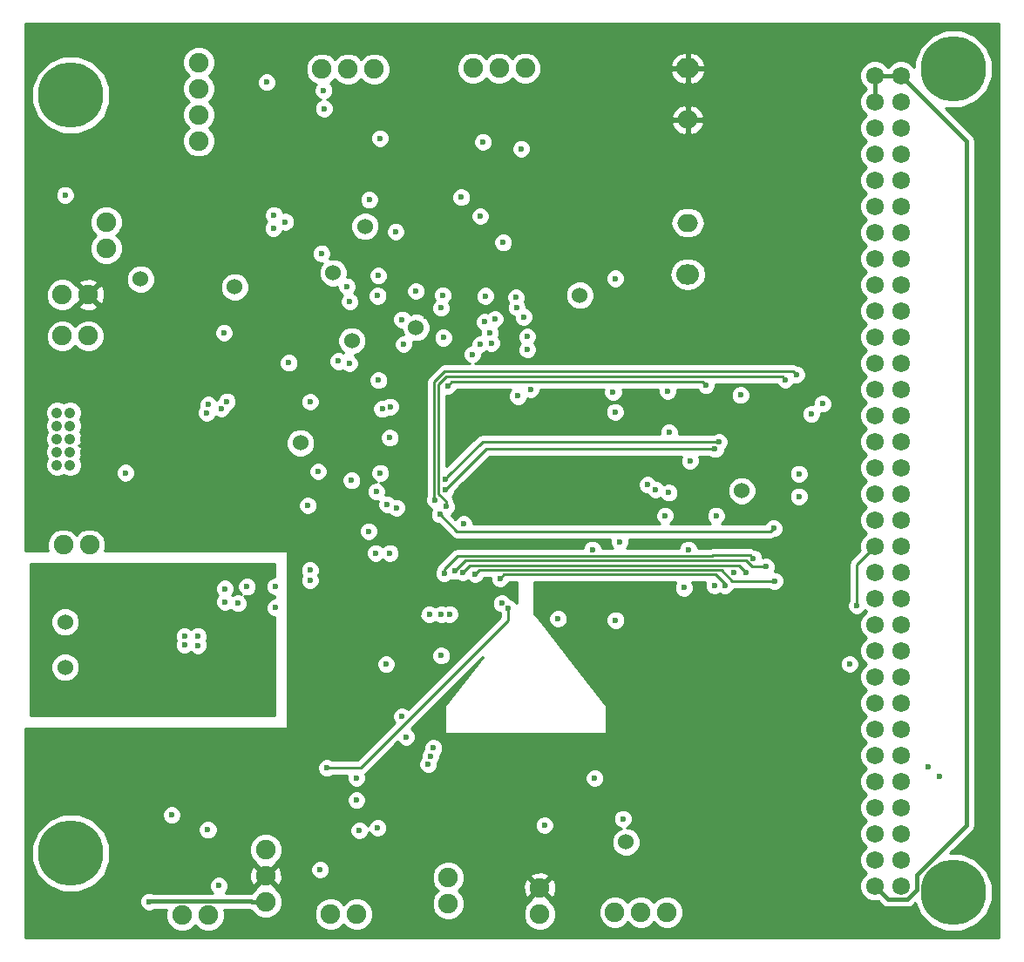
<source format=gbr>
G04 #@! TF.FileFunction,Copper,L2,Inr,Plane*
%FSLAX46Y46*%
G04 Gerber Fmt 4.6, Leading zero omitted, Abs format (unit mm)*
G04 Created by KiCad (PCBNEW 4.0.4-stable) date Thursday, April 19, 2018 'PMt' 11:46:15 PM*
%MOMM*%
%LPD*%
G01*
G04 APERTURE LIST*
%ADD10C,0.100000*%
%ADD11C,6.350000*%
%ADD12C,1.900000*%
%ADD13C,1.720000*%
%ADD14C,1.524000*%
%ADD15O,2.200000X1.950000*%
%ADD16O,2.000000X1.700000*%
%ADD17C,1.050000*%
%ADD18C,0.600000*%
%ADD19C,0.400000*%
%ADD20C,0.250000*%
%ADD21C,0.254000*%
G04 APERTURE END LIST*
D10*
D11*
X190810000Y-105090000D03*
D12*
X124000000Y-106000000D03*
X124000000Y-103460000D03*
X124000000Y-100920000D03*
D13*
X183190000Y-25710000D03*
X183190000Y-28250000D03*
X183190000Y-30790000D03*
X183190000Y-33330000D03*
X183190000Y-35870000D03*
X183190000Y-38410000D03*
X183190000Y-40950000D03*
X183190000Y-43490000D03*
X183190000Y-46030000D03*
X183190000Y-48570000D03*
X183190000Y-51110000D03*
X183190000Y-53650000D03*
X183190000Y-56190000D03*
X183190000Y-58730000D03*
X183190000Y-61270000D03*
X183190000Y-63810000D03*
X183190000Y-66350000D03*
X183190000Y-68890000D03*
X183190000Y-71430000D03*
X183190000Y-73970000D03*
X183190000Y-76510000D03*
X183190000Y-79050000D03*
X183190000Y-81590000D03*
X183190000Y-84130000D03*
X183190000Y-86670000D03*
X183190000Y-89210000D03*
X183190000Y-91750000D03*
X183190000Y-94290000D03*
X183190000Y-96830000D03*
X183190000Y-99370000D03*
X183190000Y-101910000D03*
X183190000Y-104450000D03*
X185730000Y-25710000D03*
X185730000Y-28250000D03*
X185730000Y-30790000D03*
X185730000Y-33330000D03*
X185730000Y-35870000D03*
X185730000Y-38410000D03*
X185730000Y-40950000D03*
X185730000Y-43490000D03*
X185730000Y-46030000D03*
X185730000Y-48570000D03*
X185730000Y-51110000D03*
X185730000Y-53650000D03*
X185730000Y-56190000D03*
X185730000Y-58730000D03*
X185730000Y-61270000D03*
X185730000Y-63810000D03*
X185730000Y-66350000D03*
X185730000Y-68890000D03*
X185730000Y-71430000D03*
X185730000Y-73970000D03*
X185730000Y-76510000D03*
X185730000Y-79050000D03*
X185730000Y-81590000D03*
X185730000Y-84130000D03*
X185730000Y-86670000D03*
X185730000Y-89210000D03*
X185730000Y-91750000D03*
X185730000Y-94290000D03*
X185730000Y-96830000D03*
X185730000Y-99370000D03*
X185730000Y-101910000D03*
X185730000Y-104450000D03*
D12*
X141732000Y-103632000D03*
X141732000Y-106172000D03*
X163000000Y-107000000D03*
X160460000Y-107000000D03*
X157920000Y-107000000D03*
X130302000Y-107188000D03*
X132842000Y-107188000D03*
X118420000Y-107300000D03*
X115880000Y-107300000D03*
D14*
X104500000Y-83200000D03*
X104500000Y-78800000D03*
D12*
X117500000Y-29520000D03*
X117500000Y-26980000D03*
X117500000Y-24440000D03*
X117500000Y-32060000D03*
X134540000Y-25075000D03*
X132000000Y-25075000D03*
X129460000Y-25075000D03*
X144120000Y-25000000D03*
X146660000Y-25000000D03*
X149200000Y-25000000D03*
X104340000Y-71310000D03*
X106880000Y-71310000D03*
X108500000Y-42500000D03*
X108500000Y-39960000D03*
D14*
X154520000Y-47050000D03*
X170250000Y-66040000D03*
X133650000Y-40350000D03*
X138600000Y-50200000D03*
X130550000Y-44870000D03*
X127380000Y-61400000D03*
X132360000Y-51480000D03*
X121000000Y-46250000D03*
D12*
X104230000Y-47000000D03*
X106770000Y-47000000D03*
D11*
X105080000Y-27620000D03*
X105080000Y-101280000D03*
X190810000Y-25080000D03*
D12*
X150622000Y-107188000D03*
X150622000Y-104648000D03*
D15*
X165000000Y-45000000D03*
X165000000Y-25000000D03*
D16*
X165000000Y-40000000D03*
X165000000Y-30000000D03*
D17*
X105000000Y-63540000D03*
X105000000Y-62270000D03*
X105000000Y-61000000D03*
X105000000Y-59730000D03*
X105000000Y-58460000D03*
X103730000Y-63540000D03*
X103730000Y-62270000D03*
X103730000Y-61000000D03*
X103730000Y-59730000D03*
X103730000Y-58460000D03*
D14*
X159010000Y-100180000D03*
D12*
X104230000Y-51000000D03*
X106770000Y-51000000D03*
D14*
X111840000Y-45490000D03*
D18*
X165213703Y-63133639D03*
X149399586Y-51050000D03*
X145304707Y-49636026D03*
X135315166Y-58092706D03*
X133999983Y-69983592D03*
X135700000Y-82900000D03*
X155956000Y-93980000D03*
X134672684Y-72092921D03*
X157997465Y-78616963D03*
X135130000Y-64320000D03*
X162800000Y-68470000D03*
X150610000Y-48903970D03*
X173270000Y-56070000D03*
X132131655Y-44540975D03*
X129280000Y-40490000D03*
X124765018Y-93154982D03*
X106270000Y-62270000D03*
X114460000Y-91740000D03*
X173170000Y-64340000D03*
X145510000Y-96250000D03*
X147560000Y-96250000D03*
X142670298Y-48756071D03*
X139600894Y-49128749D03*
X133135264Y-62619826D03*
X128550000Y-53630000D03*
X133239433Y-68420566D03*
X122718827Y-50283768D03*
X143735010Y-48808134D03*
X132970000Y-61580000D03*
X111497067Y-70158608D03*
X106270000Y-61040000D03*
X142691320Y-81689238D03*
X141952924Y-81275289D03*
X134135010Y-74128998D03*
X129480000Y-90160000D03*
X121280000Y-103260000D03*
X153162000Y-96266000D03*
X137830000Y-92560000D03*
X165091002Y-67476117D03*
X154241744Y-80364004D03*
X165005360Y-68606778D03*
X165875815Y-68817044D03*
X164501194Y-57159447D03*
X156817223Y-77226570D03*
X150546842Y-77527153D03*
X164603987Y-58381605D03*
X155357698Y-80499445D03*
X129770000Y-48660000D03*
X127140000Y-47210000D03*
X133100000Y-70790000D03*
X133000000Y-58800000D03*
X164040000Y-64420000D03*
X150060000Y-40940000D03*
X140280000Y-40810000D03*
X119760000Y-38240000D03*
X121450000Y-61020000D03*
X110809885Y-55749348D03*
X111537875Y-86896960D03*
X113028111Y-85089137D03*
X111880000Y-74970000D03*
X108610000Y-74010000D03*
X110600000Y-74110000D03*
X119993505Y-85230887D03*
X111000000Y-83800000D03*
X111000000Y-77300000D03*
X118548521Y-76098232D03*
X109377085Y-82609551D03*
X114450000Y-85880000D03*
X175800000Y-66600000D03*
X175800000Y-64400000D03*
X128300000Y-74740000D03*
X128300000Y-73770000D03*
X124923501Y-75346058D03*
X124977567Y-77407051D03*
X104500009Y-37320000D03*
X110390000Y-64300000D03*
X128090000Y-67480000D03*
X170130000Y-56750000D03*
X163039162Y-56375010D03*
X145110000Y-32150000D03*
X119441007Y-104428973D03*
X151080000Y-98550000D03*
X147067473Y-41924234D03*
X141033922Y-48282383D03*
X125890161Y-39914990D03*
X136049234Y-60893309D03*
X135787670Y-67374790D03*
X135105017Y-31796872D03*
X124090000Y-26360000D03*
X165058631Y-71755498D03*
X134874000Y-98806000D03*
X152400000Y-78486000D03*
X136630000Y-40870000D03*
X133096000Y-99060000D03*
X141046261Y-82064873D03*
X138590000Y-46650000D03*
X129286000Y-102870000D03*
X163196176Y-60349925D03*
X148316325Y-47242425D03*
X145335664Y-47111885D03*
X141195964Y-47035737D03*
X157970000Y-45420000D03*
X137260000Y-49410000D03*
X132806478Y-93955078D03*
X132820000Y-96110000D03*
X139787438Y-92615071D03*
X141060000Y-78050000D03*
X189420000Y-93770000D03*
X139980781Y-91838774D03*
X141859843Y-78033600D03*
X188350000Y-92870000D03*
X137225930Y-87960172D03*
X139890000Y-78050000D03*
X137644189Y-89962072D03*
X136059988Y-72114429D03*
X131880000Y-46200000D03*
X173344234Y-69713470D03*
X136710000Y-67700000D03*
X140907774Y-68359030D03*
X172604600Y-73407898D03*
X142353098Y-73860422D03*
X171354589Y-72605755D03*
X141335314Y-74068034D03*
X169493351Y-74012138D03*
X120040000Y-75560000D03*
X120040000Y-76840000D03*
X167590000Y-75230000D03*
X168600114Y-75233580D03*
X146763681Y-74555010D03*
X164629867Y-75471476D03*
X163150000Y-66240000D03*
X161857080Y-65914989D03*
X161103344Y-65464978D03*
X112670000Y-105970000D03*
X114868467Y-97555031D03*
X118380000Y-98990000D03*
X158710000Y-97920000D03*
X157750000Y-56470000D03*
X145899260Y-51683449D03*
X134940022Y-45135173D03*
X134872062Y-47108213D03*
X144068607Y-52795577D03*
X132158017Y-47672638D03*
X129410000Y-42990000D03*
X124740000Y-40540000D03*
X155730000Y-71755498D03*
X144842663Y-51799433D03*
X137388051Y-51811949D03*
X144840000Y-39370000D03*
X142990000Y-37530000D03*
X129670000Y-28910000D03*
X129630000Y-27150000D03*
X148381350Y-48229033D03*
X148830000Y-32830000D03*
X157950000Y-58390000D03*
X158380000Y-71010000D03*
X134737873Y-66107874D03*
X132150000Y-53670000D03*
X134060000Y-37770000D03*
X124791948Y-39258052D03*
X141249988Y-51171990D03*
X118274773Y-58469633D03*
X119694118Y-58062521D03*
X136084990Y-57875010D03*
X134948443Y-55303960D03*
X120231741Y-57384532D03*
X118423416Y-57683551D03*
X129930000Y-92980000D03*
X147574000Y-77470000D03*
X129098432Y-64173212D03*
X119940000Y-50690000D03*
X143238701Y-69248322D03*
X128310811Y-57406519D03*
X126240000Y-53620000D03*
X132344612Y-65039698D03*
X131080000Y-53460000D03*
X122184184Y-75364080D03*
X121290012Y-76990000D03*
X173418170Y-74801039D03*
X180725001Y-82884271D03*
X144350000Y-74140000D03*
X174481901Y-55269535D03*
X141503833Y-67598959D03*
X175573504Y-54756479D03*
X140439555Y-66964919D03*
X178100000Y-57600000D03*
X177000000Y-58600000D03*
X181406039Y-77213961D03*
X166776296Y-55807635D03*
X141715912Y-55834651D03*
X149052204Y-49152994D03*
X146258281Y-49347044D03*
X145785459Y-50690239D03*
X170653710Y-73965273D03*
X143145238Y-73972377D03*
X167751817Y-68473966D03*
X148510216Y-56847951D03*
X146935776Y-76987621D03*
X140290846Y-91046393D03*
X141442583Y-64905699D03*
X168048528Y-61294979D03*
X141442583Y-65976364D03*
X167654473Y-61995523D03*
X149399586Y-52330000D03*
X149734668Y-56189988D03*
X117399264Y-81075000D03*
X116100000Y-80200000D03*
X117399264Y-80150000D03*
X116100000Y-81025000D03*
D19*
X183190000Y-25710000D02*
X183190000Y-28250000D01*
X185730000Y-25710000D02*
X183190000Y-25710000D01*
X183190000Y-104450000D02*
X184450001Y-105710001D01*
X184450001Y-105710001D02*
X186334801Y-105710001D01*
X186334801Y-105710001D02*
X187234999Y-104809803D01*
X187234999Y-104809803D02*
X187234999Y-103373999D01*
X187234999Y-103373999D02*
X192078998Y-98530000D01*
X192078998Y-98530000D02*
X192078998Y-32058998D01*
X192078998Y-32058998D02*
X185730000Y-25710000D01*
D20*
X142562213Y-70013469D02*
X173044235Y-70013469D01*
X140907774Y-68359030D02*
X142562213Y-70013469D01*
X173044235Y-70013469D02*
X173344234Y-69713470D01*
X172180336Y-73407898D02*
X172604600Y-73407898D01*
X171261103Y-73407898D02*
X172180336Y-73407898D01*
X170683724Y-72830519D02*
X171261103Y-73407898D01*
X142353098Y-73860422D02*
X143383001Y-72830519D01*
X143383001Y-72830519D02*
X170683724Y-72830519D01*
X171054590Y-72305756D02*
X171354589Y-72605755D01*
X167425516Y-72305756D02*
X171054590Y-72305756D01*
X142598576Y-72380508D02*
X167350764Y-72380508D01*
X167350764Y-72380508D02*
X167425516Y-72305756D01*
X141335314Y-74068034D02*
X141335314Y-73643770D01*
X141335314Y-73643770D02*
X142598576Y-72380508D01*
X146763681Y-74555010D02*
X147138139Y-74180552D01*
X147138139Y-74180552D02*
X167722589Y-74180552D01*
X167722589Y-74180552D02*
X168600114Y-75058077D01*
X168600114Y-75058077D02*
X168600114Y-75233580D01*
D19*
X124000000Y-106000000D02*
X122656498Y-106000000D01*
X122656498Y-106000000D02*
X122606497Y-105949999D01*
X122606497Y-105949999D02*
X112690001Y-105949999D01*
X112690001Y-105949999D02*
X112670000Y-105970000D01*
D20*
X138428429Y-87771571D02*
X133220000Y-92980000D01*
X133220000Y-92980000D02*
X133090000Y-92980000D01*
X138430000Y-87771571D02*
X138428429Y-87771571D01*
X133090000Y-92980000D02*
X129930000Y-92980000D01*
X147574000Y-77470000D02*
X147574000Y-78627571D01*
X147574000Y-78627571D02*
X138430000Y-87771571D01*
X144759459Y-73730541D02*
X168258518Y-73730541D01*
X168258518Y-73730541D02*
X169329016Y-74801039D01*
X169329016Y-74801039D02*
X172993906Y-74801039D01*
X144350000Y-74140000D02*
X144759459Y-73730541D01*
X172993906Y-74801039D02*
X173418170Y-74801039D01*
X140817573Y-66343090D02*
X140817573Y-55666597D01*
X141503833Y-67029350D02*
X140817573Y-66343090D01*
X140817573Y-55666597D02*
X141514634Y-54969536D01*
X141503833Y-67598959D02*
X141503833Y-67029350D01*
X141514634Y-54969536D02*
X174181902Y-54969536D01*
X174181902Y-54969536D02*
X174481901Y-55269535D01*
X140439555Y-66964919D02*
X140367562Y-66892926D01*
X140367562Y-66892926D02*
X140367562Y-55480197D01*
X140367562Y-55480197D02*
X141391279Y-54456480D01*
X141391279Y-54456480D02*
X175273505Y-54456480D01*
X175273505Y-54456480D02*
X175573504Y-54756479D01*
X181406039Y-73213961D02*
X181406039Y-76789697D01*
X181406039Y-76789697D02*
X181406039Y-77213961D01*
X183190000Y-71430000D02*
X181406039Y-73213961D01*
X141715912Y-55834651D02*
X142076299Y-55474264D01*
X142076299Y-55474264D02*
X166442925Y-55474264D01*
X166442925Y-55474264D02*
X166776296Y-55807635D01*
X169968967Y-73280530D02*
X170353711Y-73665274D01*
X170353711Y-73665274D02*
X170653710Y-73965273D01*
X143145238Y-73972377D02*
X143837085Y-73280530D01*
X143837085Y-73280530D02*
X169968967Y-73280530D01*
X168048528Y-61294979D02*
X145053303Y-61294979D01*
X145053303Y-61294979D02*
X141742582Y-64605700D01*
X141742582Y-64605700D02*
X141442583Y-64905699D01*
X141742582Y-65676365D02*
X141442583Y-65976364D01*
X145423424Y-61995523D02*
X141742582Y-65676365D01*
X167654473Y-61995523D02*
X145423424Y-61995523D01*
D21*
G36*
X195205000Y-109485000D02*
X100685000Y-109485000D01*
X100685000Y-106155167D01*
X111734838Y-106155167D01*
X111876883Y-106498943D01*
X112139673Y-106762192D01*
X112483201Y-106904838D01*
X112855167Y-106905162D01*
X113145984Y-106784999D01*
X114377635Y-106784999D01*
X114295276Y-106983341D01*
X114294725Y-107613893D01*
X114535519Y-108196657D01*
X114980997Y-108642914D01*
X115563341Y-108884724D01*
X116193893Y-108885275D01*
X116776657Y-108644481D01*
X117150261Y-108271529D01*
X117520997Y-108642914D01*
X118103341Y-108884724D01*
X118733893Y-108885275D01*
X119316657Y-108644481D01*
X119762914Y-108199003D01*
X120004724Y-107616659D01*
X120005275Y-106986107D01*
X119922179Y-106784999D01*
X122405127Y-106784999D01*
X122627674Y-106829266D01*
X122655519Y-106896657D01*
X123100997Y-107342914D01*
X123683341Y-107584724D01*
X124313893Y-107585275D01*
X124515692Y-107501893D01*
X128716725Y-107501893D01*
X128957519Y-108084657D01*
X129402997Y-108530914D01*
X129985341Y-108772724D01*
X130615893Y-108773275D01*
X131198657Y-108532481D01*
X131572261Y-108159529D01*
X131942997Y-108530914D01*
X132525341Y-108772724D01*
X133155893Y-108773275D01*
X133738657Y-108532481D01*
X134184914Y-108087003D01*
X134426724Y-107504659D01*
X134427275Y-106874107D01*
X134186481Y-106291343D01*
X133741003Y-105845086D01*
X133158659Y-105603276D01*
X132528107Y-105602725D01*
X131945343Y-105843519D01*
X131571739Y-106216471D01*
X131201003Y-105845086D01*
X130618659Y-105603276D01*
X129988107Y-105602725D01*
X129405343Y-105843519D01*
X128959086Y-106288997D01*
X128717276Y-106871341D01*
X128716725Y-107501893D01*
X124515692Y-107501893D01*
X124896657Y-107344481D01*
X125342914Y-106899003D01*
X125584724Y-106316659D01*
X125585275Y-105686107D01*
X125344481Y-105103343D01*
X124905789Y-104663884D01*
X124936745Y-104576350D01*
X124000000Y-103639605D01*
X123063255Y-104576350D01*
X123094407Y-104664439D01*
X122657086Y-105100997D01*
X122647856Y-105123226D01*
X122606497Y-105114999D01*
X120077228Y-105114999D01*
X120233199Y-104959300D01*
X120375845Y-104615772D01*
X120376169Y-104243806D01*
X120234124Y-103900030D01*
X119971334Y-103636781D01*
X119627806Y-103494135D01*
X119255840Y-103493811D01*
X118912064Y-103635856D01*
X118648815Y-103898646D01*
X118506169Y-104242174D01*
X118505845Y-104614140D01*
X118647890Y-104957916D01*
X118804699Y-105114999D01*
X113049067Y-105114999D01*
X112856799Y-105035162D01*
X112484833Y-105034838D01*
X112141057Y-105176883D01*
X111877808Y-105439673D01*
X111735162Y-105783201D01*
X111734838Y-106155167D01*
X100685000Y-106155167D01*
X100685000Y-102034531D01*
X101269340Y-102034531D01*
X101848156Y-103435372D01*
X102918991Y-104508077D01*
X104318819Y-105089337D01*
X105834531Y-105090660D01*
X107235372Y-104511844D01*
X108308077Y-103441009D01*
X108405080Y-103207398D01*
X122403812Y-103207398D01*
X122428648Y-103837461D01*
X122621981Y-104304208D01*
X122883650Y-104396745D01*
X123820395Y-103460000D01*
X124179605Y-103460000D01*
X125116350Y-104396745D01*
X125378019Y-104304208D01*
X125510156Y-103945893D01*
X140146725Y-103945893D01*
X140387519Y-104528657D01*
X140760471Y-104902261D01*
X140389086Y-105272997D01*
X140147276Y-105855341D01*
X140146725Y-106485893D01*
X140387519Y-107068657D01*
X140832997Y-107514914D01*
X141415341Y-107756724D01*
X142045893Y-107757275D01*
X142628657Y-107516481D01*
X142643270Y-107501893D01*
X149036725Y-107501893D01*
X149277519Y-108084657D01*
X149722997Y-108530914D01*
X150305341Y-108772724D01*
X150935893Y-108773275D01*
X151518657Y-108532481D01*
X151964914Y-108087003D01*
X152206724Y-107504659D01*
X152206890Y-107313893D01*
X156334725Y-107313893D01*
X156575519Y-107896657D01*
X157020997Y-108342914D01*
X157603341Y-108584724D01*
X158233893Y-108585275D01*
X158816657Y-108344481D01*
X159190261Y-107971529D01*
X159560997Y-108342914D01*
X160143341Y-108584724D01*
X160773893Y-108585275D01*
X161356657Y-108344481D01*
X161730261Y-107971529D01*
X162100997Y-108342914D01*
X162683341Y-108584724D01*
X163313893Y-108585275D01*
X163896657Y-108344481D01*
X164342914Y-107899003D01*
X164584724Y-107316659D01*
X164585275Y-106686107D01*
X164344481Y-106103343D01*
X163899003Y-105657086D01*
X163316659Y-105415276D01*
X162686107Y-105414725D01*
X162103343Y-105655519D01*
X161729739Y-106028471D01*
X161359003Y-105657086D01*
X160776659Y-105415276D01*
X160146107Y-105414725D01*
X159563343Y-105655519D01*
X159189739Y-106028471D01*
X158819003Y-105657086D01*
X158236659Y-105415276D01*
X157606107Y-105414725D01*
X157023343Y-105655519D01*
X156577086Y-106100997D01*
X156335276Y-106683341D01*
X156334725Y-107313893D01*
X152206890Y-107313893D01*
X152207275Y-106874107D01*
X151966481Y-106291343D01*
X151527789Y-105851884D01*
X151558745Y-105764350D01*
X150622000Y-104827605D01*
X149685255Y-105764350D01*
X149716407Y-105852439D01*
X149279086Y-106288997D01*
X149037276Y-106871341D01*
X149036725Y-107501893D01*
X142643270Y-107501893D01*
X143074914Y-107071003D01*
X143316724Y-106488659D01*
X143317275Y-105858107D01*
X143076481Y-105275343D01*
X142703529Y-104901739D01*
X143074914Y-104531003D01*
X143131222Y-104395398D01*
X149025812Y-104395398D01*
X149050648Y-105025461D01*
X149243981Y-105492208D01*
X149505650Y-105584745D01*
X150442395Y-104648000D01*
X150801605Y-104648000D01*
X151738350Y-105584745D01*
X152000019Y-105492208D01*
X152218188Y-104900602D01*
X152193352Y-104270539D01*
X152000019Y-103803792D01*
X151738350Y-103711255D01*
X150801605Y-104648000D01*
X150442395Y-104648000D01*
X149505650Y-103711255D01*
X149243981Y-103803792D01*
X149025812Y-104395398D01*
X143131222Y-104395398D01*
X143316724Y-103948659D01*
X143317088Y-103531650D01*
X149685255Y-103531650D01*
X150622000Y-104468395D01*
X151558745Y-103531650D01*
X151466208Y-103269981D01*
X150874602Y-103051812D01*
X150244539Y-103076648D01*
X149777792Y-103269981D01*
X149685255Y-103531650D01*
X143317088Y-103531650D01*
X143317275Y-103318107D01*
X143076481Y-102735343D01*
X142631003Y-102289086D01*
X142048659Y-102047276D01*
X141418107Y-102046725D01*
X140835343Y-102287519D01*
X140389086Y-102732997D01*
X140147276Y-103315341D01*
X140146725Y-103945893D01*
X125510156Y-103945893D01*
X125596188Y-103712602D01*
X125571352Y-103082539D01*
X125560015Y-103055167D01*
X128350838Y-103055167D01*
X128492883Y-103398943D01*
X128755673Y-103662192D01*
X129099201Y-103804838D01*
X129471167Y-103805162D01*
X129814943Y-103663117D01*
X130078192Y-103400327D01*
X130220838Y-103056799D01*
X130221162Y-102684833D01*
X130079117Y-102341057D01*
X129816327Y-102077808D01*
X129472799Y-101935162D01*
X129100833Y-101934838D01*
X128757057Y-102076883D01*
X128493808Y-102339673D01*
X128351162Y-102683201D01*
X128350838Y-103055167D01*
X125560015Y-103055167D01*
X125378019Y-102615792D01*
X125116350Y-102523255D01*
X124179605Y-103460000D01*
X123820395Y-103460000D01*
X122883650Y-102523255D01*
X122621981Y-102615792D01*
X122403812Y-103207398D01*
X108405080Y-103207398D01*
X108889337Y-102041181D01*
X108890041Y-101233893D01*
X122414725Y-101233893D01*
X122655519Y-101816657D01*
X123094211Y-102256116D01*
X123063255Y-102343650D01*
X124000000Y-103280395D01*
X124936745Y-102343650D01*
X124905593Y-102255561D01*
X125342914Y-101819003D01*
X125584724Y-101236659D01*
X125585275Y-100606107D01*
X125523525Y-100456661D01*
X157612758Y-100456661D01*
X157824990Y-100970303D01*
X158217630Y-101363629D01*
X158730900Y-101576757D01*
X159286661Y-101577242D01*
X159800303Y-101365010D01*
X160193629Y-100972370D01*
X160406757Y-100459100D01*
X160407242Y-99903339D01*
X160195010Y-99389697D01*
X159802370Y-98996371D01*
X159289100Y-98783243D01*
X159069688Y-98783052D01*
X159238943Y-98713117D01*
X159502192Y-98450327D01*
X159644838Y-98106799D01*
X159645162Y-97734833D01*
X159503117Y-97391057D01*
X159240327Y-97127808D01*
X158896799Y-96985162D01*
X158524833Y-96984838D01*
X158181057Y-97126883D01*
X157917808Y-97389673D01*
X157775162Y-97733201D01*
X157774838Y-98105167D01*
X157916883Y-98448943D01*
X158179673Y-98712192D01*
X158523201Y-98854838D01*
X158558817Y-98854869D01*
X158219697Y-98994990D01*
X157826371Y-99387630D01*
X157613243Y-99900900D01*
X157612758Y-100456661D01*
X125523525Y-100456661D01*
X125344481Y-100023343D01*
X124899003Y-99577086D01*
X124316659Y-99335276D01*
X123686107Y-99334725D01*
X123103343Y-99575519D01*
X122657086Y-100020997D01*
X122415276Y-100603341D01*
X122414725Y-101233893D01*
X108890041Y-101233893D01*
X108890660Y-100525469D01*
X108332727Y-99175167D01*
X117444838Y-99175167D01*
X117586883Y-99518943D01*
X117849673Y-99782192D01*
X118193201Y-99924838D01*
X118565167Y-99925162D01*
X118908943Y-99783117D01*
X119172192Y-99520327D01*
X119286448Y-99245167D01*
X132160838Y-99245167D01*
X132302883Y-99588943D01*
X132565673Y-99852192D01*
X132909201Y-99994838D01*
X133281167Y-99995162D01*
X133624943Y-99853117D01*
X133888192Y-99590327D01*
X134030838Y-99246799D01*
X134030867Y-99213894D01*
X134080883Y-99334943D01*
X134343673Y-99598192D01*
X134687201Y-99740838D01*
X135059167Y-99741162D01*
X135402943Y-99599117D01*
X135666192Y-99336327D01*
X135808838Y-98992799D01*
X135809062Y-98735167D01*
X150144838Y-98735167D01*
X150286883Y-99078943D01*
X150549673Y-99342192D01*
X150893201Y-99484838D01*
X151265167Y-99485162D01*
X151608943Y-99343117D01*
X151872192Y-99080327D01*
X152014838Y-98736799D01*
X152015162Y-98364833D01*
X151873117Y-98021057D01*
X151610327Y-97757808D01*
X151266799Y-97615162D01*
X150894833Y-97614838D01*
X150551057Y-97756883D01*
X150287808Y-98019673D01*
X150145162Y-98363201D01*
X150144838Y-98735167D01*
X135809062Y-98735167D01*
X135809162Y-98620833D01*
X135667117Y-98277057D01*
X135404327Y-98013808D01*
X135060799Y-97871162D01*
X134688833Y-97870838D01*
X134345057Y-98012883D01*
X134081808Y-98275673D01*
X133939162Y-98619201D01*
X133939133Y-98652106D01*
X133889117Y-98531057D01*
X133626327Y-98267808D01*
X133282799Y-98125162D01*
X132910833Y-98124838D01*
X132567057Y-98266883D01*
X132303808Y-98529673D01*
X132161162Y-98873201D01*
X132160838Y-99245167D01*
X119286448Y-99245167D01*
X119314838Y-99176799D01*
X119315162Y-98804833D01*
X119173117Y-98461057D01*
X118910327Y-98197808D01*
X118566799Y-98055162D01*
X118194833Y-98054838D01*
X117851057Y-98196883D01*
X117587808Y-98459673D01*
X117445162Y-98803201D01*
X117444838Y-99175167D01*
X108332727Y-99175167D01*
X108311844Y-99124628D01*
X107241009Y-98051923D01*
X106490293Y-97740198D01*
X113933305Y-97740198D01*
X114075350Y-98083974D01*
X114338140Y-98347223D01*
X114681668Y-98489869D01*
X115053634Y-98490193D01*
X115397410Y-98348148D01*
X115660659Y-98085358D01*
X115803305Y-97741830D01*
X115803629Y-97369864D01*
X115661584Y-97026088D01*
X115398794Y-96762839D01*
X115055266Y-96620193D01*
X114683300Y-96619869D01*
X114339524Y-96761914D01*
X114076275Y-97024704D01*
X113933629Y-97368232D01*
X113933305Y-97740198D01*
X106490293Y-97740198D01*
X105841181Y-97470663D01*
X104325469Y-97469340D01*
X102924628Y-98048156D01*
X101851923Y-99118991D01*
X101270663Y-100518819D01*
X101269340Y-102034531D01*
X100685000Y-102034531D01*
X100685000Y-96295167D01*
X131884838Y-96295167D01*
X132026883Y-96638943D01*
X132289673Y-96902192D01*
X132633201Y-97044838D01*
X133005167Y-97045162D01*
X133348943Y-96903117D01*
X133612192Y-96640327D01*
X133754838Y-96296799D01*
X133755162Y-95924833D01*
X133613117Y-95581057D01*
X133350327Y-95317808D01*
X133006799Y-95175162D01*
X132634833Y-95174838D01*
X132291057Y-95316883D01*
X132027808Y-95579673D01*
X131885162Y-95923201D01*
X131884838Y-96295167D01*
X100685000Y-96295167D01*
X100685000Y-93165167D01*
X128994838Y-93165167D01*
X129136883Y-93508943D01*
X129399673Y-93772192D01*
X129743201Y-93914838D01*
X130115167Y-93915162D01*
X130458943Y-93773117D01*
X130492118Y-93740000D01*
X131883383Y-93740000D01*
X131871640Y-93768279D01*
X131871316Y-94140245D01*
X132013361Y-94484021D01*
X132276151Y-94747270D01*
X132619679Y-94889916D01*
X132991645Y-94890240D01*
X133335421Y-94748195D01*
X133598670Y-94485405D01*
X133731645Y-94165167D01*
X155020838Y-94165167D01*
X155162883Y-94508943D01*
X155425673Y-94772192D01*
X155769201Y-94914838D01*
X156141167Y-94915162D01*
X156484943Y-94773117D01*
X156748192Y-94510327D01*
X156890838Y-94166799D01*
X156891162Y-93794833D01*
X156749117Y-93451057D01*
X156486327Y-93187808D01*
X156142799Y-93045162D01*
X155770833Y-93044838D01*
X155427057Y-93186883D01*
X155163808Y-93449673D01*
X155021162Y-93793201D01*
X155020838Y-94165167D01*
X133731645Y-94165167D01*
X133741316Y-94141877D01*
X133741640Y-93769911D01*
X133663288Y-93580285D01*
X133757401Y-93517401D01*
X134474564Y-92800238D01*
X138852276Y-92800238D01*
X138994321Y-93144014D01*
X139257111Y-93407263D01*
X139600639Y-93549909D01*
X139972605Y-93550233D01*
X140316381Y-93408188D01*
X140579630Y-93145398D01*
X140722276Y-92801870D01*
X140722600Y-92429904D01*
X140719523Y-92422458D01*
X140772973Y-92369101D01*
X140915619Y-92025573D01*
X140915865Y-91743602D01*
X141083038Y-91576720D01*
X141225684Y-91233192D01*
X141226008Y-90861226D01*
X141083963Y-90517450D01*
X140821173Y-90254201D01*
X140477645Y-90111555D01*
X140105679Y-90111231D01*
X139761903Y-90253276D01*
X139498654Y-90516066D01*
X139356008Y-90859594D01*
X139355762Y-91141565D01*
X139188589Y-91308447D01*
X139045943Y-91651975D01*
X139045619Y-92023941D01*
X139048696Y-92031387D01*
X138995246Y-92084744D01*
X138852600Y-92428272D01*
X138852276Y-92800238D01*
X134474564Y-92800238D01*
X136831399Y-90443403D01*
X136851072Y-90491015D01*
X137113862Y-90754264D01*
X137457390Y-90896910D01*
X137829356Y-90897234D01*
X138173132Y-90755189D01*
X138436381Y-90492399D01*
X138579027Y-90148871D01*
X138579351Y-89776905D01*
X138437306Y-89433129D01*
X138174516Y-89169880D01*
X138125341Y-89149461D01*
X138962667Y-88312135D01*
X138967401Y-88308972D01*
X145058683Y-82217690D01*
X141399752Y-86922030D01*
X141383006Y-86950590D01*
X141373000Y-87000000D01*
X141373000Y-89500000D01*
X141381685Y-89546159D01*
X141408965Y-89588553D01*
X141450590Y-89616994D01*
X141500000Y-89627000D01*
X157000000Y-89627000D01*
X157046159Y-89618315D01*
X157088553Y-89591035D01*
X157116994Y-89549410D01*
X157127000Y-89500000D01*
X157127000Y-87000000D01*
X157122684Y-86967174D01*
X157100248Y-86922030D01*
X154103788Y-83069438D01*
X179789839Y-83069438D01*
X179931884Y-83413214D01*
X180194674Y-83676463D01*
X180538202Y-83819109D01*
X180910168Y-83819433D01*
X181253944Y-83677388D01*
X181517193Y-83414598D01*
X181659839Y-83071070D01*
X181660163Y-82699104D01*
X181518118Y-82355328D01*
X181255328Y-82092079D01*
X180911800Y-81949433D01*
X180539834Y-81949109D01*
X180196058Y-82091154D01*
X179932809Y-82353944D01*
X179790163Y-82697472D01*
X179789839Y-83069438D01*
X154103788Y-83069438D01*
X150682911Y-78671167D01*
X151464838Y-78671167D01*
X151606883Y-79014943D01*
X151869673Y-79278192D01*
X152213201Y-79420838D01*
X152585167Y-79421162D01*
X152928943Y-79279117D01*
X153192192Y-79016327D01*
X153281134Y-78802130D01*
X157062303Y-78802130D01*
X157204348Y-79145906D01*
X157467138Y-79409155D01*
X157810666Y-79551801D01*
X158182632Y-79552125D01*
X158526408Y-79410080D01*
X158789657Y-79147290D01*
X158932303Y-78803762D01*
X158932627Y-78431796D01*
X158790582Y-78088020D01*
X158527792Y-77824771D01*
X158184264Y-77682125D01*
X157812298Y-77681801D01*
X157468522Y-77823846D01*
X157205273Y-78086636D01*
X157062627Y-78430164D01*
X157062303Y-78802130D01*
X153281134Y-78802130D01*
X153334838Y-78672799D01*
X153335162Y-78300833D01*
X153193117Y-77957057D01*
X152930327Y-77693808D01*
X152586799Y-77551162D01*
X152214833Y-77550838D01*
X151871057Y-77692883D01*
X151607808Y-77955673D01*
X151465162Y-78299201D01*
X151464838Y-78671167D01*
X150682911Y-78671167D01*
X150127000Y-77956425D01*
X150127000Y-77399128D01*
X180470877Y-77399128D01*
X180612922Y-77742904D01*
X180875712Y-78006153D01*
X181219240Y-78148799D01*
X181591206Y-78149123D01*
X181934982Y-78007078D01*
X182198231Y-77744288D01*
X182230986Y-77665407D01*
X182342045Y-77776660D01*
X182349426Y-77779725D01*
X182344257Y-77781861D01*
X181923340Y-78202045D01*
X181695260Y-78751321D01*
X181694741Y-79346069D01*
X181921861Y-79895743D01*
X182342045Y-80316660D01*
X182349426Y-80319725D01*
X182344257Y-80321861D01*
X181923340Y-80742045D01*
X181695260Y-81291321D01*
X181694741Y-81886069D01*
X181921861Y-82435743D01*
X182342045Y-82856660D01*
X182349426Y-82859725D01*
X182344257Y-82861861D01*
X181923340Y-83282045D01*
X181695260Y-83831321D01*
X181694741Y-84426069D01*
X181921861Y-84975743D01*
X182342045Y-85396660D01*
X182349426Y-85399725D01*
X182344257Y-85401861D01*
X181923340Y-85822045D01*
X181695260Y-86371321D01*
X181694741Y-86966069D01*
X181921861Y-87515743D01*
X182342045Y-87936660D01*
X182349426Y-87939725D01*
X182344257Y-87941861D01*
X181923340Y-88362045D01*
X181695260Y-88911321D01*
X181694741Y-89506069D01*
X181921861Y-90055743D01*
X182342045Y-90476660D01*
X182349426Y-90479725D01*
X182344257Y-90481861D01*
X181923340Y-90902045D01*
X181695260Y-91451321D01*
X181694741Y-92046069D01*
X181921861Y-92595743D01*
X182342045Y-93016660D01*
X182349426Y-93019725D01*
X182344257Y-93021861D01*
X181923340Y-93442045D01*
X181695260Y-93991321D01*
X181694741Y-94586069D01*
X181921861Y-95135743D01*
X182342045Y-95556660D01*
X182349426Y-95559725D01*
X182344257Y-95561861D01*
X181923340Y-95982045D01*
X181695260Y-96531321D01*
X181694741Y-97126069D01*
X181921861Y-97675743D01*
X182342045Y-98096660D01*
X182349426Y-98099725D01*
X182344257Y-98101861D01*
X181923340Y-98522045D01*
X181695260Y-99071321D01*
X181694741Y-99666069D01*
X181921861Y-100215743D01*
X182342045Y-100636660D01*
X182349426Y-100639725D01*
X182344257Y-100641861D01*
X181923340Y-101062045D01*
X181695260Y-101611321D01*
X181694741Y-102206069D01*
X181921861Y-102755743D01*
X182342045Y-103176660D01*
X182349426Y-103179725D01*
X182344257Y-103181861D01*
X181923340Y-103602045D01*
X181695260Y-104151321D01*
X181694741Y-104746069D01*
X181921861Y-105295743D01*
X182342045Y-105716660D01*
X182891321Y-105944740D01*
X183486069Y-105945259D01*
X183499033Y-105939902D01*
X183859567Y-106300436D01*
X184130461Y-106481441D01*
X184450001Y-106545001D01*
X186334801Y-106545001D01*
X186654342Y-106481440D01*
X186925235Y-106300435D01*
X187110971Y-106114699D01*
X187578156Y-107245372D01*
X188648991Y-108318077D01*
X190048819Y-108899337D01*
X191564531Y-108900660D01*
X192965372Y-108321844D01*
X194038077Y-107251009D01*
X194619337Y-105851181D01*
X194620660Y-104335469D01*
X194041844Y-102934628D01*
X192971009Y-101861923D01*
X191571181Y-101280663D01*
X190510129Y-101279737D01*
X192669432Y-99120434D01*
X192833537Y-98874833D01*
X192850437Y-98849541D01*
X192913998Y-98530000D01*
X192913998Y-32058998D01*
X192850437Y-31739457D01*
X192669432Y-31468564D01*
X190090241Y-28889373D01*
X191564531Y-28890660D01*
X192965372Y-28311844D01*
X194038077Y-27241009D01*
X194619337Y-25841181D01*
X194620660Y-24325469D01*
X194041844Y-22924628D01*
X192971009Y-21851923D01*
X191571181Y-21270663D01*
X190055469Y-21269340D01*
X188654628Y-21848156D01*
X187581923Y-22918991D01*
X187000663Y-24318819D01*
X187000183Y-24869203D01*
X186998139Y-24864257D01*
X186577955Y-24443340D01*
X186028679Y-24215260D01*
X185433931Y-24214741D01*
X184884257Y-24441861D01*
X184463340Y-24862045D01*
X184460275Y-24869426D01*
X184458139Y-24864257D01*
X184037955Y-24443340D01*
X183488679Y-24215260D01*
X182893931Y-24214741D01*
X182344257Y-24441861D01*
X181923340Y-24862045D01*
X181695260Y-25411321D01*
X181694741Y-26006069D01*
X181921861Y-26555743D01*
X182342045Y-26976660D01*
X182349426Y-26979725D01*
X182344257Y-26981861D01*
X181923340Y-27402045D01*
X181695260Y-27951321D01*
X181694741Y-28546069D01*
X181921861Y-29095743D01*
X182342045Y-29516660D01*
X182349426Y-29519725D01*
X182344257Y-29521861D01*
X181923340Y-29942045D01*
X181695260Y-30491321D01*
X181694741Y-31086069D01*
X181921861Y-31635743D01*
X182342045Y-32056660D01*
X182349426Y-32059725D01*
X182344257Y-32061861D01*
X181923340Y-32482045D01*
X181695260Y-33031321D01*
X181694741Y-33626069D01*
X181921861Y-34175743D01*
X182342045Y-34596660D01*
X182349426Y-34599725D01*
X182344257Y-34601861D01*
X181923340Y-35022045D01*
X181695260Y-35571321D01*
X181694741Y-36166069D01*
X181921861Y-36715743D01*
X182342045Y-37136660D01*
X182349426Y-37139725D01*
X182344257Y-37141861D01*
X181923340Y-37562045D01*
X181695260Y-38111321D01*
X181694741Y-38706069D01*
X181921861Y-39255743D01*
X182342045Y-39676660D01*
X182349426Y-39679725D01*
X182344257Y-39681861D01*
X181923340Y-40102045D01*
X181695260Y-40651321D01*
X181694741Y-41246069D01*
X181921861Y-41795743D01*
X182342045Y-42216660D01*
X182349426Y-42219725D01*
X182344257Y-42221861D01*
X181923340Y-42642045D01*
X181695260Y-43191321D01*
X181694741Y-43786069D01*
X181921861Y-44335743D01*
X182342045Y-44756660D01*
X182349426Y-44759725D01*
X182344257Y-44761861D01*
X181923340Y-45182045D01*
X181695260Y-45731321D01*
X181694741Y-46326069D01*
X181921861Y-46875743D01*
X182342045Y-47296660D01*
X182349426Y-47299725D01*
X182344257Y-47301861D01*
X181923340Y-47722045D01*
X181695260Y-48271321D01*
X181694741Y-48866069D01*
X181921861Y-49415743D01*
X182342045Y-49836660D01*
X182349426Y-49839725D01*
X182344257Y-49841861D01*
X181923340Y-50262045D01*
X181695260Y-50811321D01*
X181694741Y-51406069D01*
X181921861Y-51955743D01*
X182342045Y-52376660D01*
X182349426Y-52379725D01*
X182344257Y-52381861D01*
X181923340Y-52802045D01*
X181695260Y-53351321D01*
X181694741Y-53946069D01*
X181921861Y-54495743D01*
X182342045Y-54916660D01*
X182349426Y-54919725D01*
X182344257Y-54921861D01*
X181923340Y-55342045D01*
X181695260Y-55891321D01*
X181694741Y-56486069D01*
X181921861Y-57035743D01*
X182342045Y-57456660D01*
X182349426Y-57459725D01*
X182344257Y-57461861D01*
X181923340Y-57882045D01*
X181695260Y-58431321D01*
X181694741Y-59026069D01*
X181921861Y-59575743D01*
X182342045Y-59996660D01*
X182349426Y-59999725D01*
X182344257Y-60001861D01*
X181923340Y-60422045D01*
X181695260Y-60971321D01*
X181694741Y-61566069D01*
X181921861Y-62115743D01*
X182342045Y-62536660D01*
X182349426Y-62539725D01*
X182344257Y-62541861D01*
X181923340Y-62962045D01*
X181695260Y-63511321D01*
X181694741Y-64106069D01*
X181921861Y-64655743D01*
X182342045Y-65076660D01*
X182349426Y-65079725D01*
X182344257Y-65081861D01*
X181923340Y-65502045D01*
X181695260Y-66051321D01*
X181694741Y-66646069D01*
X181921861Y-67195743D01*
X182342045Y-67616660D01*
X182349426Y-67619725D01*
X182344257Y-67621861D01*
X181923340Y-68042045D01*
X181695260Y-68591321D01*
X181694741Y-69186069D01*
X181921861Y-69735743D01*
X182342045Y-70156660D01*
X182349426Y-70159725D01*
X182344257Y-70161861D01*
X181923340Y-70582045D01*
X181695260Y-71131321D01*
X181694741Y-71726069D01*
X181731110Y-71814088D01*
X180868638Y-72676560D01*
X180703891Y-72923122D01*
X180646039Y-73213961D01*
X180646039Y-76651498D01*
X180613847Y-76683634D01*
X180471201Y-77027162D01*
X180470877Y-77399128D01*
X150127000Y-77399128D01*
X150127000Y-74940552D01*
X163838273Y-74940552D01*
X163837675Y-74941149D01*
X163695029Y-75284677D01*
X163694705Y-75656643D01*
X163836750Y-76000419D01*
X164099540Y-76263668D01*
X164443068Y-76406314D01*
X164815034Y-76406638D01*
X165158810Y-76264593D01*
X165422059Y-76001803D01*
X165564705Y-75658275D01*
X165565029Y-75286309D01*
X165422984Y-74942533D01*
X165421006Y-74940552D01*
X166697786Y-74940552D01*
X166655162Y-75043201D01*
X166654838Y-75415167D01*
X166796883Y-75758943D01*
X167059673Y-76022192D01*
X167403201Y-76164838D01*
X167775167Y-76165162D01*
X168091099Y-76034622D01*
X168413315Y-76168418D01*
X168785281Y-76168742D01*
X169129057Y-76026697D01*
X169392306Y-75763907D01*
X169476545Y-75561039D01*
X172855707Y-75561039D01*
X172887843Y-75593231D01*
X173231371Y-75735877D01*
X173603337Y-75736201D01*
X173947113Y-75594156D01*
X174210362Y-75331366D01*
X174353008Y-74987838D01*
X174353332Y-74615872D01*
X174211287Y-74272096D01*
X173948497Y-74008847D01*
X173604969Y-73866201D01*
X173426764Y-73866046D01*
X173539438Y-73594697D01*
X173539762Y-73222731D01*
X173397717Y-72878955D01*
X173134927Y-72615706D01*
X172791399Y-72473060D01*
X172419433Y-72472736D01*
X172289659Y-72526357D01*
X172289751Y-72420588D01*
X172147706Y-72076812D01*
X171884916Y-71813563D01*
X171541388Y-71670917D01*
X171446040Y-71670834D01*
X171345429Y-71603608D01*
X171054590Y-71545756D01*
X167425516Y-71545756D01*
X167134676Y-71603608D01*
X167109383Y-71620508D01*
X165993749Y-71620508D01*
X165993793Y-71570331D01*
X165851748Y-71226555D01*
X165588958Y-70963306D01*
X165245430Y-70820660D01*
X164873464Y-70820336D01*
X164529688Y-70962381D01*
X164266439Y-71225171D01*
X164123793Y-71568699D01*
X164123748Y-71620508D01*
X159091871Y-71620508D01*
X159172192Y-71540327D01*
X159314838Y-71196799D01*
X159315162Y-70824833D01*
X159293939Y-70773469D01*
X173044235Y-70773469D01*
X173335074Y-70715617D01*
X173435447Y-70648550D01*
X173529401Y-70648632D01*
X173873177Y-70506587D01*
X174136426Y-70243797D01*
X174279072Y-69900269D01*
X174279396Y-69528303D01*
X174137351Y-69184527D01*
X173874561Y-68921278D01*
X173531033Y-68778632D01*
X173159067Y-68778308D01*
X172815291Y-68920353D01*
X172552042Y-69183143D01*
X172522840Y-69253469D01*
X168294398Y-69253469D01*
X168544009Y-69004293D01*
X168686655Y-68660765D01*
X168686979Y-68288799D01*
X168544934Y-67945023D01*
X168282144Y-67681774D01*
X167938616Y-67539128D01*
X167566650Y-67538804D01*
X167222874Y-67680849D01*
X166959625Y-67943639D01*
X166816979Y-68287167D01*
X166816655Y-68659133D01*
X166958700Y-69002909D01*
X167208823Y-69253469D01*
X163338608Y-69253469D01*
X163592192Y-69000327D01*
X163734838Y-68656799D01*
X163735162Y-68284833D01*
X163593117Y-67941057D01*
X163330327Y-67677808D01*
X162986799Y-67535162D01*
X162614833Y-67534838D01*
X162271057Y-67676883D01*
X162007808Y-67939673D01*
X161865162Y-68283201D01*
X161864838Y-68655167D01*
X162006883Y-68998943D01*
X162260965Y-69253469D01*
X144173697Y-69253469D01*
X144173863Y-69063155D01*
X144031818Y-68719379D01*
X143769028Y-68456130D01*
X143425500Y-68313484D01*
X143053534Y-68313160D01*
X142709758Y-68455205D01*
X142446509Y-68717995D01*
X142415711Y-68792165D01*
X142020638Y-68397092D01*
X142032776Y-68392076D01*
X142296025Y-68129286D01*
X142438671Y-67785758D01*
X142438995Y-67413792D01*
X142296950Y-67070016D01*
X142263833Y-67036841D01*
X142263833Y-67029350D01*
X142215262Y-66785167D01*
X142205981Y-66738510D01*
X142124584Y-66616690D01*
X142234775Y-66506691D01*
X142377421Y-66163163D01*
X142377462Y-66116287D01*
X142843604Y-65650145D01*
X160168182Y-65650145D01*
X160310227Y-65993921D01*
X160573017Y-66257170D01*
X160916545Y-66399816D01*
X161045781Y-66399929D01*
X161063963Y-66443932D01*
X161326753Y-66707181D01*
X161670281Y-66849827D01*
X162042247Y-66850151D01*
X162339661Y-66727262D01*
X162356883Y-66768943D01*
X162619673Y-67032192D01*
X162963201Y-67174838D01*
X163335167Y-67175162D01*
X163678943Y-67033117D01*
X163942192Y-66770327D01*
X164084838Y-66426799D01*
X164084933Y-66316661D01*
X168852758Y-66316661D01*
X169064990Y-66830303D01*
X169457630Y-67223629D01*
X169970900Y-67436757D01*
X170526661Y-67437242D01*
X171040303Y-67225010D01*
X171433629Y-66832370D01*
X171453229Y-66785167D01*
X174864838Y-66785167D01*
X175006883Y-67128943D01*
X175269673Y-67392192D01*
X175613201Y-67534838D01*
X175985167Y-67535162D01*
X176328943Y-67393117D01*
X176592192Y-67130327D01*
X176734838Y-66786799D01*
X176735162Y-66414833D01*
X176593117Y-66071057D01*
X176330327Y-65807808D01*
X175986799Y-65665162D01*
X175614833Y-65664838D01*
X175271057Y-65806883D01*
X175007808Y-66069673D01*
X174865162Y-66413201D01*
X174864838Y-66785167D01*
X171453229Y-66785167D01*
X171646757Y-66319100D01*
X171647242Y-65763339D01*
X171435010Y-65249697D01*
X171042370Y-64856371D01*
X170529100Y-64643243D01*
X169973339Y-64642758D01*
X169459697Y-64854990D01*
X169066371Y-65247630D01*
X168853243Y-65760900D01*
X168852758Y-66316661D01*
X164084933Y-66316661D01*
X164085162Y-66054833D01*
X163943117Y-65711057D01*
X163680327Y-65447808D01*
X163336799Y-65305162D01*
X162964833Y-65304838D01*
X162667419Y-65427727D01*
X162650197Y-65386046D01*
X162387407Y-65122797D01*
X162043879Y-64980151D01*
X161914643Y-64980038D01*
X161896461Y-64936035D01*
X161633671Y-64672786D01*
X161422663Y-64585167D01*
X174864838Y-64585167D01*
X175006883Y-64928943D01*
X175269673Y-65192192D01*
X175613201Y-65334838D01*
X175985167Y-65335162D01*
X176328943Y-65193117D01*
X176592192Y-64930327D01*
X176734838Y-64586799D01*
X176735162Y-64214833D01*
X176593117Y-63871057D01*
X176330327Y-63607808D01*
X175986799Y-63465162D01*
X175614833Y-63464838D01*
X175271057Y-63606883D01*
X175007808Y-63869673D01*
X174865162Y-64213201D01*
X174864838Y-64585167D01*
X161422663Y-64585167D01*
X161290143Y-64530140D01*
X160918177Y-64529816D01*
X160574401Y-64671861D01*
X160311152Y-64934651D01*
X160168506Y-65278179D01*
X160168182Y-65650145D01*
X142843604Y-65650145D01*
X145738226Y-62755523D01*
X164358307Y-62755523D01*
X164278865Y-62946840D01*
X164278541Y-63318806D01*
X164420586Y-63662582D01*
X164683376Y-63925831D01*
X165026904Y-64068477D01*
X165398870Y-64068801D01*
X165742646Y-63926756D01*
X166005895Y-63663966D01*
X166148541Y-63320438D01*
X166148865Y-62948472D01*
X166069140Y-62755523D01*
X167092010Y-62755523D01*
X167124146Y-62787715D01*
X167467674Y-62930361D01*
X167839640Y-62930685D01*
X168183416Y-62788640D01*
X168446665Y-62525850D01*
X168589311Y-62182322D01*
X168589403Y-62076184D01*
X168840720Y-61825306D01*
X168983366Y-61481778D01*
X168983690Y-61109812D01*
X168841645Y-60766036D01*
X168578855Y-60502787D01*
X168235327Y-60360141D01*
X167863361Y-60359817D01*
X167519585Y-60501862D01*
X167486410Y-60534979D01*
X164131016Y-60534979D01*
X164131338Y-60164758D01*
X163989293Y-59820982D01*
X163726503Y-59557733D01*
X163382975Y-59415087D01*
X163011009Y-59414763D01*
X162667233Y-59556808D01*
X162403984Y-59819598D01*
X162261338Y-60163126D01*
X162261014Y-60534979D01*
X145053303Y-60534979D01*
X144762464Y-60592831D01*
X144515902Y-60757578D01*
X141577573Y-63695907D01*
X141577573Y-58575167D01*
X157014838Y-58575167D01*
X157156883Y-58918943D01*
X157419673Y-59182192D01*
X157763201Y-59324838D01*
X158135167Y-59325162D01*
X158478943Y-59183117D01*
X158742192Y-58920327D01*
X158798315Y-58785167D01*
X176064838Y-58785167D01*
X176206883Y-59128943D01*
X176469673Y-59392192D01*
X176813201Y-59534838D01*
X177185167Y-59535162D01*
X177528943Y-59393117D01*
X177792192Y-59130327D01*
X177934838Y-58786799D01*
X177935057Y-58534857D01*
X178285167Y-58535162D01*
X178628943Y-58393117D01*
X178892192Y-58130327D01*
X179034838Y-57786799D01*
X179035162Y-57414833D01*
X178893117Y-57071057D01*
X178630327Y-56807808D01*
X178286799Y-56665162D01*
X177914833Y-56664838D01*
X177571057Y-56806883D01*
X177307808Y-57069673D01*
X177165162Y-57413201D01*
X177164943Y-57665143D01*
X176814833Y-57664838D01*
X176471057Y-57806883D01*
X176207808Y-58069673D01*
X176065162Y-58413201D01*
X176064838Y-58785167D01*
X158798315Y-58785167D01*
X158884838Y-58576799D01*
X158885162Y-58204833D01*
X158743117Y-57861057D01*
X158480327Y-57597808D01*
X158136799Y-57455162D01*
X157764833Y-57454838D01*
X157421057Y-57596883D01*
X157157808Y-57859673D01*
X157015162Y-58203201D01*
X157014838Y-58575167D01*
X141577573Y-58575167D01*
X141577573Y-56769531D01*
X141901079Y-56769813D01*
X142244855Y-56627768D01*
X142508104Y-56364978D01*
X142562381Y-56234264D01*
X147801530Y-56234264D01*
X147718024Y-56317624D01*
X147575378Y-56661152D01*
X147575054Y-57033118D01*
X147717099Y-57376894D01*
X147979889Y-57640143D01*
X148323417Y-57782789D01*
X148695383Y-57783113D01*
X149039159Y-57641068D01*
X149302408Y-57378278D01*
X149428272Y-57075165D01*
X149547869Y-57124826D01*
X149919835Y-57125150D01*
X150263611Y-56983105D01*
X150526860Y-56720315D01*
X150669506Y-56376787D01*
X150669630Y-56234264D01*
X156835483Y-56234264D01*
X156815162Y-56283201D01*
X156814838Y-56655167D01*
X156956883Y-56998943D01*
X157219673Y-57262192D01*
X157563201Y-57404838D01*
X157935167Y-57405162D01*
X158278943Y-57263117D01*
X158542192Y-57000327D01*
X158684838Y-56656799D01*
X158685162Y-56284833D01*
X158664267Y-56234264D01*
X162104284Y-56234264D01*
X162104000Y-56560177D01*
X162246045Y-56903953D01*
X162508835Y-57167202D01*
X162852363Y-57309848D01*
X163224329Y-57310172D01*
X163568105Y-57168127D01*
X163801471Y-56935167D01*
X169194838Y-56935167D01*
X169336883Y-57278943D01*
X169599673Y-57542192D01*
X169943201Y-57684838D01*
X170315167Y-57685162D01*
X170658943Y-57543117D01*
X170922192Y-57280327D01*
X171064838Y-56936799D01*
X171065162Y-56564833D01*
X170923117Y-56221057D01*
X170660327Y-55957808D01*
X170316799Y-55815162D01*
X169944833Y-55814838D01*
X169601057Y-55956883D01*
X169337808Y-56219673D01*
X169195162Y-56563201D01*
X169194838Y-56935167D01*
X163801471Y-56935167D01*
X163831354Y-56905337D01*
X163974000Y-56561809D01*
X163974285Y-56234264D01*
X165940904Y-56234264D01*
X165983179Y-56336578D01*
X166245969Y-56599827D01*
X166589497Y-56742473D01*
X166961463Y-56742797D01*
X167305239Y-56600752D01*
X167568488Y-56337962D01*
X167711134Y-55994434D01*
X167711365Y-55729536D01*
X173660298Y-55729536D01*
X173688784Y-55798478D01*
X173951574Y-56061727D01*
X174295102Y-56204373D01*
X174667068Y-56204697D01*
X175010844Y-56062652D01*
X175274093Y-55799862D01*
X175329098Y-55667396D01*
X175386705Y-55691317D01*
X175758671Y-55691641D01*
X176102447Y-55549596D01*
X176365696Y-55286806D01*
X176508342Y-54943278D01*
X176508666Y-54571312D01*
X176366621Y-54227536D01*
X176103831Y-53964287D01*
X175760303Y-53821641D01*
X175664955Y-53821558D01*
X175564344Y-53754332D01*
X175273505Y-53696480D01*
X144336687Y-53696480D01*
X144597550Y-53588694D01*
X144860799Y-53325904D01*
X145003445Y-52982376D01*
X145003661Y-52734574D01*
X145027830Y-52734595D01*
X145371606Y-52592550D01*
X145453530Y-52510769D01*
X145712461Y-52618287D01*
X146084427Y-52618611D01*
X146428203Y-52476566D01*
X146691452Y-52213776D01*
X146834098Y-51870248D01*
X146834422Y-51498282D01*
X146725706Y-51235167D01*
X148464424Y-51235167D01*
X148606469Y-51578943D01*
X148717296Y-51689963D01*
X148607394Y-51799673D01*
X148464748Y-52143201D01*
X148464424Y-52515167D01*
X148606469Y-52858943D01*
X148869259Y-53122192D01*
X149212787Y-53264838D01*
X149584753Y-53265162D01*
X149928529Y-53123117D01*
X150191778Y-52860327D01*
X150334424Y-52516799D01*
X150334748Y-52144833D01*
X150192703Y-51801057D01*
X150081876Y-51690037D01*
X150191778Y-51580327D01*
X150334424Y-51236799D01*
X150334748Y-50864833D01*
X150192703Y-50521057D01*
X149929913Y-50257808D01*
X149586385Y-50115162D01*
X149214419Y-50114838D01*
X148870643Y-50256883D01*
X148607394Y-50519673D01*
X148464748Y-50863201D01*
X148464424Y-51235167D01*
X146725706Y-51235167D01*
X146692377Y-51154506D01*
X146630726Y-51092747D01*
X146720297Y-50877038D01*
X146720621Y-50505072D01*
X146601544Y-50216882D01*
X146787224Y-50140161D01*
X147050473Y-49877371D01*
X147193119Y-49533843D01*
X147193443Y-49161877D01*
X147051398Y-48818101D01*
X146788608Y-48554852D01*
X146445080Y-48412206D01*
X146073114Y-48411882D01*
X145729338Y-48553927D01*
X145555289Y-48727673D01*
X145491506Y-48701188D01*
X145119540Y-48700864D01*
X144775764Y-48842909D01*
X144512515Y-49105699D01*
X144369869Y-49449227D01*
X144369545Y-49821193D01*
X144511590Y-50164969D01*
X144774380Y-50428218D01*
X144866050Y-50466283D01*
X144850621Y-50503440D01*
X144850307Y-50864439D01*
X144657496Y-50864271D01*
X144313720Y-51006316D01*
X144050471Y-51269106D01*
X143907825Y-51612634D01*
X143907609Y-51860436D01*
X143883440Y-51860415D01*
X143539664Y-52002460D01*
X143276415Y-52265250D01*
X143133769Y-52608778D01*
X143133445Y-52980744D01*
X143275490Y-53324520D01*
X143538280Y-53587769D01*
X143800084Y-53696480D01*
X141391279Y-53696480D01*
X141148693Y-53744734D01*
X141100439Y-53754332D01*
X140853878Y-53919079D01*
X139830161Y-54942796D01*
X139665414Y-55189358D01*
X139607562Y-55480197D01*
X139607562Y-66530443D01*
X139504717Y-66778120D01*
X139504393Y-67150086D01*
X139646438Y-67493862D01*
X139909228Y-67757111D01*
X140110590Y-67840724D01*
X139972936Y-68172231D01*
X139972612Y-68544197D01*
X140114657Y-68887973D01*
X140377447Y-69151222D01*
X140720975Y-69293868D01*
X140767851Y-69293909D01*
X142024812Y-70550870D01*
X142271374Y-70715617D01*
X142562213Y-70773469D01*
X157465813Y-70773469D01*
X157445162Y-70823201D01*
X157444838Y-71195167D01*
X157586883Y-71538943D01*
X157668306Y-71620508D01*
X156665118Y-71620508D01*
X156665162Y-71570331D01*
X156523117Y-71226555D01*
X156260327Y-70963306D01*
X155916799Y-70820660D01*
X155544833Y-70820336D01*
X155201057Y-70962381D01*
X154937808Y-71225171D01*
X154795162Y-71568699D01*
X154795117Y-71620508D01*
X142598576Y-71620508D01*
X142307736Y-71678360D01*
X142061175Y-71843107D01*
X140797913Y-73106369D01*
X140633166Y-73352931D01*
X140609615Y-73471330D01*
X140543122Y-73537707D01*
X140400476Y-73881235D01*
X140400152Y-74253201D01*
X140542197Y-74596977D01*
X140804987Y-74860226D01*
X141148515Y-75002872D01*
X141520481Y-75003196D01*
X141864257Y-74861151D01*
X141999603Y-74726041D01*
X142166299Y-74795260D01*
X142538265Y-74795584D01*
X142614449Y-74764106D01*
X142614911Y-74764569D01*
X142958439Y-74907215D01*
X143330405Y-74907539D01*
X143659373Y-74771612D01*
X143819673Y-74932192D01*
X144163201Y-75074838D01*
X144535167Y-75075162D01*
X144878943Y-74933117D01*
X145142192Y-74670327D01*
X145216846Y-74490541D01*
X145828736Y-74490541D01*
X145828519Y-74740177D01*
X145970564Y-75083953D01*
X146233354Y-75347202D01*
X146576882Y-75489848D01*
X146948848Y-75490172D01*
X147292624Y-75348127D01*
X147555873Y-75085337D01*
X147615993Y-74940552D01*
X148373000Y-74940552D01*
X148373000Y-76955295D01*
X148367117Y-76941057D01*
X148104327Y-76677808D01*
X147760799Y-76535162D01*
X147760495Y-76535162D01*
X147728893Y-76458678D01*
X147466103Y-76195429D01*
X147122575Y-76052783D01*
X146750609Y-76052459D01*
X146406833Y-76194504D01*
X146143584Y-76457294D01*
X146000938Y-76800822D01*
X146000614Y-77172788D01*
X146142659Y-77516564D01*
X146405449Y-77779813D01*
X146748977Y-77922459D01*
X146749281Y-77922459D01*
X146780883Y-77998943D01*
X146814000Y-78032118D01*
X146814000Y-78312769D01*
X137895762Y-87231007D01*
X137891028Y-87234170D01*
X137856650Y-87268548D01*
X137756257Y-87167980D01*
X137412729Y-87025334D01*
X137040763Y-87025010D01*
X136696987Y-87167055D01*
X136433738Y-87429845D01*
X136291092Y-87773373D01*
X136290768Y-88145339D01*
X136432813Y-88489115D01*
X136534359Y-88590839D01*
X132905198Y-92220000D01*
X130492463Y-92220000D01*
X130460327Y-92187808D01*
X130116799Y-92045162D01*
X129744833Y-92044838D01*
X129401057Y-92186883D01*
X129137808Y-92449673D01*
X128995162Y-92793201D01*
X128994838Y-93165167D01*
X100685000Y-93165167D01*
X100685000Y-89127000D01*
X126000000Y-89127000D01*
X126049410Y-89116994D01*
X126091035Y-89088553D01*
X126118315Y-89046159D01*
X126127000Y-89000000D01*
X126127000Y-83085167D01*
X134764838Y-83085167D01*
X134906883Y-83428943D01*
X135169673Y-83692192D01*
X135513201Y-83834838D01*
X135885167Y-83835162D01*
X136228943Y-83693117D01*
X136492192Y-83430327D01*
X136634838Y-83086799D01*
X136635162Y-82714833D01*
X136493117Y-82371057D01*
X136372312Y-82250040D01*
X140111099Y-82250040D01*
X140253144Y-82593816D01*
X140515934Y-82857065D01*
X140859462Y-82999711D01*
X141231428Y-83000035D01*
X141575204Y-82857990D01*
X141838453Y-82595200D01*
X141981099Y-82251672D01*
X141981423Y-81879706D01*
X141839378Y-81535930D01*
X141576588Y-81272681D01*
X141233060Y-81130035D01*
X140861094Y-81129711D01*
X140517318Y-81271756D01*
X140254069Y-81534546D01*
X140111423Y-81878074D01*
X140111099Y-82250040D01*
X136372312Y-82250040D01*
X136230327Y-82107808D01*
X135886799Y-81965162D01*
X135514833Y-81964838D01*
X135171057Y-82106883D01*
X134907808Y-82369673D01*
X134765162Y-82713201D01*
X134764838Y-83085167D01*
X126127000Y-83085167D01*
X126127000Y-78235167D01*
X138954838Y-78235167D01*
X139096883Y-78578943D01*
X139359673Y-78842192D01*
X139703201Y-78984838D01*
X140075167Y-78985162D01*
X140418943Y-78843117D01*
X140474867Y-78787290D01*
X140529673Y-78842192D01*
X140873201Y-78984838D01*
X141245167Y-78985162D01*
X141479822Y-78888205D01*
X141673044Y-78968438D01*
X142045010Y-78968762D01*
X142388786Y-78826717D01*
X142652035Y-78563927D01*
X142794681Y-78220399D01*
X142795005Y-77848433D01*
X142652960Y-77504657D01*
X142390170Y-77241408D01*
X142046642Y-77098762D01*
X141674676Y-77098438D01*
X141440021Y-77195395D01*
X141246799Y-77115162D01*
X140874833Y-77114838D01*
X140531057Y-77256883D01*
X140475133Y-77312710D01*
X140420327Y-77257808D01*
X140076799Y-77115162D01*
X139704833Y-77114838D01*
X139361057Y-77256883D01*
X139097808Y-77519673D01*
X138955162Y-77863201D01*
X138954838Y-78235167D01*
X126127000Y-78235167D01*
X126127000Y-73955167D01*
X127364838Y-73955167D01*
X127488856Y-74255314D01*
X127365162Y-74553201D01*
X127364838Y-74925167D01*
X127506883Y-75268943D01*
X127769673Y-75532192D01*
X128113201Y-75674838D01*
X128485167Y-75675162D01*
X128828943Y-75533117D01*
X129092192Y-75270327D01*
X129234838Y-74926799D01*
X129235162Y-74554833D01*
X129111144Y-74254686D01*
X129234838Y-73956799D01*
X129235162Y-73584833D01*
X129093117Y-73241057D01*
X128830327Y-72977808D01*
X128486799Y-72835162D01*
X128114833Y-72834838D01*
X127771057Y-72976883D01*
X127507808Y-73239673D01*
X127365162Y-73583201D01*
X127364838Y-73955167D01*
X126127000Y-73955167D01*
X126127000Y-72278088D01*
X133737522Y-72278088D01*
X133879567Y-72621864D01*
X134142357Y-72885113D01*
X134485885Y-73027759D01*
X134857851Y-73028083D01*
X135201627Y-72886038D01*
X135355639Y-72732295D01*
X135529661Y-72906621D01*
X135873189Y-73049267D01*
X136245155Y-73049591D01*
X136588931Y-72907546D01*
X136852180Y-72644756D01*
X136994826Y-72301228D01*
X136995150Y-71929262D01*
X136853105Y-71585486D01*
X136590315Y-71322237D01*
X136246787Y-71179591D01*
X135874821Y-71179267D01*
X135531045Y-71321312D01*
X135377033Y-71475055D01*
X135203011Y-71300729D01*
X134859483Y-71158083D01*
X134487517Y-71157759D01*
X134143741Y-71299804D01*
X133880492Y-71562594D01*
X133737846Y-71906122D01*
X133737522Y-72278088D01*
X126127000Y-72278088D01*
X126127000Y-72000000D01*
X126116994Y-71950590D01*
X126088553Y-71908965D01*
X126046159Y-71881685D01*
X126000000Y-71873000D01*
X108362434Y-71873000D01*
X108464724Y-71626659D01*
X108465275Y-70996107D01*
X108224481Y-70413343D01*
X107980324Y-70168759D01*
X133064821Y-70168759D01*
X133206866Y-70512535D01*
X133469656Y-70775784D01*
X133813184Y-70918430D01*
X134185150Y-70918754D01*
X134528926Y-70776709D01*
X134792175Y-70513919D01*
X134934821Y-70170391D01*
X134935145Y-69798425D01*
X134793100Y-69454649D01*
X134530310Y-69191400D01*
X134186782Y-69048754D01*
X133814816Y-69048430D01*
X133471040Y-69190475D01*
X133207791Y-69453265D01*
X133065145Y-69796793D01*
X133064821Y-70168759D01*
X107980324Y-70168759D01*
X107779003Y-69967086D01*
X107196659Y-69725276D01*
X106566107Y-69724725D01*
X105983343Y-69965519D01*
X105609739Y-70338471D01*
X105239003Y-69967086D01*
X104656659Y-69725276D01*
X104026107Y-69724725D01*
X103443343Y-69965519D01*
X102997086Y-70410997D01*
X102755276Y-70993341D01*
X102754725Y-71623893D01*
X102857654Y-71873000D01*
X100685000Y-71873000D01*
X100685000Y-67665167D01*
X127154838Y-67665167D01*
X127296883Y-68008943D01*
X127559673Y-68272192D01*
X127903201Y-68414838D01*
X128275167Y-68415162D01*
X128618943Y-68273117D01*
X128882192Y-68010327D01*
X129024838Y-67666799D01*
X129025162Y-67294833D01*
X128883117Y-66951057D01*
X128620327Y-66687808D01*
X128276799Y-66545162D01*
X127904833Y-66544838D01*
X127561057Y-66686883D01*
X127297808Y-66949673D01*
X127155162Y-67293201D01*
X127154838Y-67665167D01*
X100685000Y-67665167D01*
X100685000Y-66293041D01*
X133802711Y-66293041D01*
X133944756Y-66636817D01*
X134207546Y-66900066D01*
X134551074Y-67042712D01*
X134913026Y-67043027D01*
X134852832Y-67187991D01*
X134852508Y-67559957D01*
X134994553Y-67903733D01*
X135257343Y-68166982D01*
X135600871Y-68309628D01*
X135972837Y-68309952D01*
X135990475Y-68302664D01*
X136179673Y-68492192D01*
X136523201Y-68634838D01*
X136895167Y-68635162D01*
X137238943Y-68493117D01*
X137502192Y-68230327D01*
X137644838Y-67886799D01*
X137645162Y-67514833D01*
X137503117Y-67171057D01*
X137240327Y-66907808D01*
X136896799Y-66765162D01*
X136524833Y-66764838D01*
X136507195Y-66772126D01*
X136317997Y-66582598D01*
X135974469Y-66439952D01*
X135612517Y-66439637D01*
X135672711Y-66294673D01*
X135673035Y-65922707D01*
X135530990Y-65578931D01*
X135268200Y-65315682D01*
X135122047Y-65254994D01*
X135315167Y-65255162D01*
X135658943Y-65113117D01*
X135922192Y-64850327D01*
X136064838Y-64506799D01*
X136065162Y-64134833D01*
X135923117Y-63791057D01*
X135660327Y-63527808D01*
X135316799Y-63385162D01*
X134944833Y-63384838D01*
X134601057Y-63526883D01*
X134337808Y-63789673D01*
X134195162Y-64133201D01*
X134194838Y-64505167D01*
X134336883Y-64848943D01*
X134599673Y-65112192D01*
X134745826Y-65172880D01*
X134552706Y-65172712D01*
X134208930Y-65314757D01*
X133945681Y-65577547D01*
X133803035Y-65921075D01*
X133802711Y-66293041D01*
X100685000Y-66293041D01*
X100685000Y-58689726D01*
X102569799Y-58689726D01*
X102737449Y-59095472D01*
X102570202Y-59498249D01*
X102569799Y-59959726D01*
X102737449Y-60365472D01*
X102570202Y-60768249D01*
X102569799Y-61229726D01*
X102737449Y-61635472D01*
X102570202Y-62038249D01*
X102569799Y-62499726D01*
X102737449Y-62905472D01*
X102570202Y-63308249D01*
X102569799Y-63769726D01*
X102746026Y-64196229D01*
X103072055Y-64522827D01*
X103498249Y-64699798D01*
X103959726Y-64700201D01*
X104365472Y-64532551D01*
X104768249Y-64699798D01*
X105229726Y-64700201D01*
X105656229Y-64523974D01*
X105695103Y-64485167D01*
X109454838Y-64485167D01*
X109596883Y-64828943D01*
X109859673Y-65092192D01*
X110203201Y-65234838D01*
X110575167Y-65235162D01*
X110600087Y-65224865D01*
X131409450Y-65224865D01*
X131551495Y-65568641D01*
X131814285Y-65831890D01*
X132157813Y-65974536D01*
X132529779Y-65974860D01*
X132873555Y-65832815D01*
X133136804Y-65570025D01*
X133279450Y-65226497D01*
X133279774Y-64854531D01*
X133137729Y-64510755D01*
X132874939Y-64247506D01*
X132531411Y-64104860D01*
X132159445Y-64104536D01*
X131815669Y-64246581D01*
X131552420Y-64509371D01*
X131409774Y-64852899D01*
X131409450Y-65224865D01*
X110600087Y-65224865D01*
X110918943Y-65093117D01*
X111182192Y-64830327D01*
X111324838Y-64486799D01*
X111324949Y-64358379D01*
X128163270Y-64358379D01*
X128305315Y-64702155D01*
X128568105Y-64965404D01*
X128911633Y-65108050D01*
X129283599Y-65108374D01*
X129627375Y-64966329D01*
X129890624Y-64703539D01*
X130033270Y-64360011D01*
X130033594Y-63988045D01*
X129891549Y-63644269D01*
X129628759Y-63381020D01*
X129285231Y-63238374D01*
X128913265Y-63238050D01*
X128569489Y-63380095D01*
X128306240Y-63642885D01*
X128163594Y-63986413D01*
X128163270Y-64358379D01*
X111324949Y-64358379D01*
X111325162Y-64114833D01*
X111183117Y-63771057D01*
X110920327Y-63507808D01*
X110576799Y-63365162D01*
X110204833Y-63364838D01*
X109861057Y-63506883D01*
X109597808Y-63769673D01*
X109455162Y-64113201D01*
X109454838Y-64485167D01*
X105695103Y-64485167D01*
X105982827Y-64197945D01*
X106159798Y-63771751D01*
X106160201Y-63310274D01*
X105983974Y-62883771D01*
X105969155Y-62868926D01*
X106025962Y-62858425D01*
X106173046Y-62421015D01*
X106141543Y-61960614D01*
X106025962Y-61681575D01*
X105999380Y-61676661D01*
X125982758Y-61676661D01*
X126194990Y-62190303D01*
X126587630Y-62583629D01*
X127100900Y-62796757D01*
X127656661Y-62797242D01*
X128170303Y-62585010D01*
X128563629Y-62192370D01*
X128776757Y-61679100D01*
X128777242Y-61123339D01*
X128758706Y-61078476D01*
X135114072Y-61078476D01*
X135256117Y-61422252D01*
X135518907Y-61685501D01*
X135862435Y-61828147D01*
X136234401Y-61828471D01*
X136578177Y-61686426D01*
X136841426Y-61423636D01*
X136984072Y-61080108D01*
X136984396Y-60708142D01*
X136842351Y-60364366D01*
X136579561Y-60101117D01*
X136236033Y-59958471D01*
X135864067Y-59958147D01*
X135520291Y-60100192D01*
X135257042Y-60362982D01*
X135114396Y-60706510D01*
X135114072Y-61078476D01*
X128758706Y-61078476D01*
X128565010Y-60609697D01*
X128172370Y-60216371D01*
X127659100Y-60003243D01*
X127103339Y-60002758D01*
X126589697Y-60214990D01*
X126196371Y-60607630D01*
X125983243Y-61120900D01*
X125982758Y-61676661D01*
X105999380Y-61676661D01*
X105823814Y-61644206D01*
X105814608Y-61635000D01*
X105823814Y-61625794D01*
X106025962Y-61588425D01*
X106173046Y-61151015D01*
X106141543Y-60690614D01*
X106025962Y-60411575D01*
X105969594Y-60401155D01*
X105982827Y-60387945D01*
X106159798Y-59961751D01*
X106160201Y-59500274D01*
X105992551Y-59094528D01*
X106159798Y-58691751D01*
X106159830Y-58654800D01*
X117339611Y-58654800D01*
X117481656Y-58998576D01*
X117744446Y-59261825D01*
X118087974Y-59404471D01*
X118459940Y-59404795D01*
X118803716Y-59262750D01*
X119066965Y-58999960D01*
X119138004Y-58828881D01*
X119163791Y-58854713D01*
X119507319Y-58997359D01*
X119879285Y-58997683D01*
X120223061Y-58855638D01*
X120486310Y-58592848D01*
X120628956Y-58249320D01*
X120628971Y-58232072D01*
X120760684Y-58177649D01*
X121023933Y-57914859D01*
X121158126Y-57591686D01*
X127375649Y-57591686D01*
X127517694Y-57935462D01*
X127780484Y-58198711D01*
X128124012Y-58341357D01*
X128495978Y-58341681D01*
X128650405Y-58277873D01*
X134380004Y-58277873D01*
X134522049Y-58621649D01*
X134784839Y-58884898D01*
X135128367Y-59027544D01*
X135500333Y-59027868D01*
X135844109Y-58885823D01*
X135920197Y-58809867D01*
X136270157Y-58810172D01*
X136613933Y-58668127D01*
X136877182Y-58405337D01*
X137019828Y-58061809D01*
X137020152Y-57689843D01*
X136878107Y-57346067D01*
X136615317Y-57082818D01*
X136271789Y-56940172D01*
X135899823Y-56939848D01*
X135556047Y-57081893D01*
X135479959Y-57157849D01*
X135129999Y-57157544D01*
X134786223Y-57299589D01*
X134522974Y-57562379D01*
X134380328Y-57905907D01*
X134380004Y-58277873D01*
X128650405Y-58277873D01*
X128839754Y-58199636D01*
X129103003Y-57936846D01*
X129245649Y-57593318D01*
X129245973Y-57221352D01*
X129103928Y-56877576D01*
X128841138Y-56614327D01*
X128497610Y-56471681D01*
X128125644Y-56471357D01*
X127781868Y-56613402D01*
X127518619Y-56876192D01*
X127375973Y-57219720D01*
X127375649Y-57591686D01*
X121158126Y-57591686D01*
X121166579Y-57571331D01*
X121166903Y-57199365D01*
X121024858Y-56855589D01*
X120762068Y-56592340D01*
X120418540Y-56449694D01*
X120046574Y-56449370D01*
X119702798Y-56591415D01*
X119439549Y-56854205D01*
X119296903Y-57197733D01*
X119296888Y-57214981D01*
X119249559Y-57234537D01*
X119216533Y-57154608D01*
X118953743Y-56891359D01*
X118610215Y-56748713D01*
X118238249Y-56748389D01*
X117894473Y-56890434D01*
X117631224Y-57153224D01*
X117488578Y-57496752D01*
X117488254Y-57868718D01*
X117507247Y-57914683D01*
X117482581Y-57939306D01*
X117339935Y-58282834D01*
X117339611Y-58654800D01*
X106159830Y-58654800D01*
X106160201Y-58230274D01*
X105983974Y-57803771D01*
X105657945Y-57477173D01*
X105231751Y-57300202D01*
X104770274Y-57299799D01*
X104364528Y-57467449D01*
X103961751Y-57300202D01*
X103500274Y-57299799D01*
X103073771Y-57476026D01*
X102747173Y-57802055D01*
X102570202Y-58228249D01*
X102569799Y-58689726D01*
X100685000Y-58689726D01*
X100685000Y-55489127D01*
X134013281Y-55489127D01*
X134155326Y-55832903D01*
X134418116Y-56096152D01*
X134761644Y-56238798D01*
X135133610Y-56239122D01*
X135477386Y-56097077D01*
X135740635Y-55834287D01*
X135883281Y-55490759D01*
X135883605Y-55118793D01*
X135741560Y-54775017D01*
X135478770Y-54511768D01*
X135135242Y-54369122D01*
X134763276Y-54368798D01*
X134419500Y-54510843D01*
X134156251Y-54773633D01*
X134013605Y-55117161D01*
X134013281Y-55489127D01*
X100685000Y-55489127D01*
X100685000Y-53805167D01*
X125304838Y-53805167D01*
X125446883Y-54148943D01*
X125709673Y-54412192D01*
X126053201Y-54554838D01*
X126425167Y-54555162D01*
X126768943Y-54413117D01*
X127032192Y-54150327D01*
X127174838Y-53806799D01*
X127174978Y-53645167D01*
X130144838Y-53645167D01*
X130286883Y-53988943D01*
X130549673Y-54252192D01*
X130893201Y-54394838D01*
X131265167Y-54395162D01*
X131468777Y-54311032D01*
X131619673Y-54462192D01*
X131963201Y-54604838D01*
X132335167Y-54605162D01*
X132678943Y-54463117D01*
X132942192Y-54200327D01*
X133084838Y-53856799D01*
X133085162Y-53484833D01*
X132943117Y-53141057D01*
X132680327Y-52877808D01*
X132657865Y-52868481D01*
X133150303Y-52665010D01*
X133543629Y-52272370D01*
X133756757Y-51759100D01*
X133757242Y-51203339D01*
X133545010Y-50689697D01*
X133152370Y-50296371D01*
X132639100Y-50083243D01*
X132083339Y-50082758D01*
X131569697Y-50294990D01*
X131176371Y-50687630D01*
X130963243Y-51200900D01*
X130962758Y-51756661D01*
X131174990Y-52270303D01*
X131544526Y-52640485D01*
X131266799Y-52525162D01*
X130894833Y-52524838D01*
X130551057Y-52666883D01*
X130287808Y-52929673D01*
X130145162Y-53273201D01*
X130144838Y-53645167D01*
X127174978Y-53645167D01*
X127175162Y-53434833D01*
X127033117Y-53091057D01*
X126770327Y-52827808D01*
X126426799Y-52685162D01*
X126054833Y-52684838D01*
X125711057Y-52826883D01*
X125447808Y-53089673D01*
X125305162Y-53433201D01*
X125304838Y-53805167D01*
X100685000Y-53805167D01*
X100685000Y-51313893D01*
X102644725Y-51313893D01*
X102885519Y-51896657D01*
X103330997Y-52342914D01*
X103913341Y-52584724D01*
X104543893Y-52585275D01*
X105126657Y-52344481D01*
X105500261Y-51971529D01*
X105870997Y-52342914D01*
X106453341Y-52584724D01*
X107083893Y-52585275D01*
X107666657Y-52344481D01*
X108112914Y-51899003D01*
X108354724Y-51316659D01*
X108355109Y-50875167D01*
X119004838Y-50875167D01*
X119146883Y-51218943D01*
X119409673Y-51482192D01*
X119753201Y-51624838D01*
X120125167Y-51625162D01*
X120468943Y-51483117D01*
X120732192Y-51220327D01*
X120874838Y-50876799D01*
X120875162Y-50504833D01*
X120733117Y-50161057D01*
X120470327Y-49897808D01*
X120126799Y-49755162D01*
X119754833Y-49754838D01*
X119411057Y-49896883D01*
X119147808Y-50159673D01*
X119005162Y-50503201D01*
X119004838Y-50875167D01*
X108355109Y-50875167D01*
X108355275Y-50686107D01*
X108114481Y-50103343D01*
X107669003Y-49657086D01*
X107519886Y-49595167D01*
X136324838Y-49595167D01*
X136466883Y-49938943D01*
X136729673Y-50202192D01*
X137073201Y-50344838D01*
X137202873Y-50344951D01*
X137202758Y-50476661D01*
X137368146Y-50876931D01*
X137202884Y-50876787D01*
X136859108Y-51018832D01*
X136595859Y-51281622D01*
X136453213Y-51625150D01*
X136452889Y-51997116D01*
X136594934Y-52340892D01*
X136857724Y-52604141D01*
X137201252Y-52746787D01*
X137573218Y-52747111D01*
X137916994Y-52605066D01*
X138180243Y-52342276D01*
X138322889Y-51998748D01*
X138323213Y-51626782D01*
X138308717Y-51591698D01*
X138320900Y-51596757D01*
X138876661Y-51597242D01*
X139390303Y-51385010D01*
X139418204Y-51357157D01*
X140314826Y-51357157D01*
X140456871Y-51700933D01*
X140719661Y-51964182D01*
X141063189Y-52106828D01*
X141435155Y-52107152D01*
X141778931Y-51965107D01*
X142042180Y-51702317D01*
X142184826Y-51358789D01*
X142185150Y-50986823D01*
X142043105Y-50643047D01*
X141780315Y-50379798D01*
X141436787Y-50237152D01*
X141064821Y-50236828D01*
X140721045Y-50378873D01*
X140457796Y-50641663D01*
X140315150Y-50985191D01*
X140314826Y-51357157D01*
X139418204Y-51357157D01*
X139783629Y-50992370D01*
X139996757Y-50479100D01*
X139997242Y-49923339D01*
X139785010Y-49409697D01*
X139392370Y-49016371D01*
X138879100Y-48803243D01*
X138323339Y-48802758D01*
X138064889Y-48909547D01*
X138053117Y-48881057D01*
X137790327Y-48617808D01*
X137446799Y-48475162D01*
X137074833Y-48474838D01*
X136731057Y-48616883D01*
X136467808Y-48879673D01*
X136325162Y-49223201D01*
X136324838Y-49595167D01*
X107519886Y-49595167D01*
X107086659Y-49415276D01*
X106456107Y-49414725D01*
X105873343Y-49655519D01*
X105499739Y-50028471D01*
X105129003Y-49657086D01*
X104546659Y-49415276D01*
X103916107Y-49414725D01*
X103333343Y-49655519D01*
X102887086Y-50100997D01*
X102645276Y-50683341D01*
X102644725Y-51313893D01*
X100685000Y-51313893D01*
X100685000Y-47313893D01*
X102644725Y-47313893D01*
X102885519Y-47896657D01*
X103330997Y-48342914D01*
X103913341Y-48584724D01*
X104543893Y-48585275D01*
X105126657Y-48344481D01*
X105355186Y-48116350D01*
X105833255Y-48116350D01*
X105925792Y-48378019D01*
X106517398Y-48596188D01*
X107147461Y-48571352D01*
X107614208Y-48378019D01*
X107706745Y-48116350D01*
X106770000Y-47179605D01*
X105833255Y-48116350D01*
X105355186Y-48116350D01*
X105566116Y-47905789D01*
X105653650Y-47936745D01*
X106590395Y-47000000D01*
X106949605Y-47000000D01*
X107886350Y-47936745D01*
X108148019Y-47844208D01*
X108366188Y-47252602D01*
X108341352Y-46622539D01*
X108148019Y-46155792D01*
X107886350Y-46063255D01*
X106949605Y-47000000D01*
X106590395Y-47000000D01*
X105653650Y-46063255D01*
X105565561Y-46094407D01*
X105355172Y-45883650D01*
X105833255Y-45883650D01*
X106770000Y-46820395D01*
X107706745Y-45883650D01*
X107665373Y-45766661D01*
X110442758Y-45766661D01*
X110654990Y-46280303D01*
X111047630Y-46673629D01*
X111560900Y-46886757D01*
X112116661Y-46887242D01*
X112630303Y-46675010D01*
X112778911Y-46526661D01*
X119602758Y-46526661D01*
X119814990Y-47040303D01*
X120207630Y-47433629D01*
X120720900Y-47646757D01*
X121276661Y-47647242D01*
X121790303Y-47435010D01*
X122183629Y-47042370D01*
X122396757Y-46529100D01*
X122397242Y-45973339D01*
X122185010Y-45459697D01*
X121792370Y-45066371D01*
X121279100Y-44853243D01*
X120723339Y-44852758D01*
X120209697Y-45064990D01*
X119816371Y-45457630D01*
X119603243Y-45970900D01*
X119602758Y-46526661D01*
X112778911Y-46526661D01*
X113023629Y-46282370D01*
X113236757Y-45769100D01*
X113237242Y-45213339D01*
X113025010Y-44699697D01*
X112632370Y-44306371D01*
X112119100Y-44093243D01*
X111563339Y-44092758D01*
X111049697Y-44304990D01*
X110656371Y-44697630D01*
X110443243Y-45210900D01*
X110442758Y-45766661D01*
X107665373Y-45766661D01*
X107614208Y-45621981D01*
X107022602Y-45403812D01*
X106392539Y-45428648D01*
X105925792Y-45621981D01*
X105833255Y-45883650D01*
X105355172Y-45883650D01*
X105129003Y-45657086D01*
X104546659Y-45415276D01*
X103916107Y-45414725D01*
X103333343Y-45655519D01*
X102887086Y-46100997D01*
X102645276Y-46683341D01*
X102644725Y-47313893D01*
X100685000Y-47313893D01*
X100685000Y-40273893D01*
X106914725Y-40273893D01*
X107155519Y-40856657D01*
X107528471Y-41230261D01*
X107157086Y-41600997D01*
X106915276Y-42183341D01*
X106914725Y-42813893D01*
X107155519Y-43396657D01*
X107600997Y-43842914D01*
X108183341Y-44084724D01*
X108813893Y-44085275D01*
X109396657Y-43844481D01*
X109842914Y-43399003D01*
X109935858Y-43175167D01*
X128474838Y-43175167D01*
X128616883Y-43518943D01*
X128879673Y-43782192D01*
X129223201Y-43924838D01*
X129519172Y-43925096D01*
X129366371Y-44077630D01*
X129153243Y-44590900D01*
X129152758Y-45146661D01*
X129364990Y-45660303D01*
X129757630Y-46053629D01*
X130270900Y-46266757D01*
X130826661Y-46267242D01*
X130944983Y-46218352D01*
X130944838Y-46385167D01*
X131086883Y-46728943D01*
X131349673Y-46992192D01*
X131467284Y-47041029D01*
X131365825Y-47142311D01*
X131223179Y-47485839D01*
X131222855Y-47857805D01*
X131364900Y-48201581D01*
X131627690Y-48464830D01*
X131971218Y-48607476D01*
X132343184Y-48607800D01*
X132682615Y-48467550D01*
X140098760Y-48467550D01*
X140240805Y-48811326D01*
X140503595Y-49074575D01*
X140847123Y-49217221D01*
X141219089Y-49217545D01*
X141562865Y-49075500D01*
X141826114Y-48812710D01*
X141968760Y-48469182D01*
X141969084Y-48097216D01*
X141827039Y-47753440D01*
X141813769Y-47740147D01*
X141988156Y-47566064D01*
X142099860Y-47297052D01*
X144400502Y-47297052D01*
X144542547Y-47640828D01*
X144805337Y-47904077D01*
X145148865Y-48046723D01*
X145520831Y-48047047D01*
X145864607Y-47905002D01*
X146127856Y-47642212D01*
X146216974Y-47427592D01*
X147381163Y-47427592D01*
X147523208Y-47771368D01*
X147548476Y-47796680D01*
X147446512Y-48042234D01*
X147446188Y-48414200D01*
X147588233Y-48757976D01*
X147851023Y-49021225D01*
X148117222Y-49131761D01*
X148117042Y-49338161D01*
X148259087Y-49681937D01*
X148521877Y-49945186D01*
X148865405Y-50087832D01*
X149237371Y-50088156D01*
X149581147Y-49946111D01*
X149844396Y-49683321D01*
X149987042Y-49339793D01*
X149987366Y-48967827D01*
X149845321Y-48624051D01*
X149582531Y-48360802D01*
X149316332Y-48250266D01*
X149316512Y-48043866D01*
X149174467Y-47700090D01*
X149149199Y-47674778D01*
X149251163Y-47429224D01*
X149251252Y-47326661D01*
X153122758Y-47326661D01*
X153334990Y-47840303D01*
X153727630Y-48233629D01*
X154240900Y-48446757D01*
X154796661Y-48447242D01*
X155310303Y-48235010D01*
X155703629Y-47842370D01*
X155916757Y-47329100D01*
X155917242Y-46773339D01*
X155705010Y-46259697D01*
X155312370Y-45866371D01*
X154799100Y-45653243D01*
X154243339Y-45652758D01*
X153729697Y-45864990D01*
X153336371Y-46257630D01*
X153123243Y-46770900D01*
X153122758Y-47326661D01*
X149251252Y-47326661D01*
X149251487Y-47057258D01*
X149109442Y-46713482D01*
X148846652Y-46450233D01*
X148503124Y-46307587D01*
X148131158Y-46307263D01*
X147787382Y-46449308D01*
X147524133Y-46712098D01*
X147381487Y-47055626D01*
X147381163Y-47427592D01*
X146216974Y-47427592D01*
X146270502Y-47298684D01*
X146270826Y-46926718D01*
X146128781Y-46582942D01*
X145865991Y-46319693D01*
X145522463Y-46177047D01*
X145150497Y-46176723D01*
X144806721Y-46318768D01*
X144543472Y-46581558D01*
X144400826Y-46925086D01*
X144400502Y-47297052D01*
X142099860Y-47297052D01*
X142130802Y-47222536D01*
X142131126Y-46850570D01*
X141989081Y-46506794D01*
X141726291Y-46243545D01*
X141382763Y-46100899D01*
X141010797Y-46100575D01*
X140667021Y-46242620D01*
X140403772Y-46505410D01*
X140261126Y-46848938D01*
X140260802Y-47220904D01*
X140402847Y-47564680D01*
X140416117Y-47577973D01*
X140241730Y-47752056D01*
X140099084Y-48095584D01*
X140098760Y-48467550D01*
X132682615Y-48467550D01*
X132686960Y-48465755D01*
X132950209Y-48202965D01*
X133092855Y-47859437D01*
X133093179Y-47487471D01*
X133012983Y-47293380D01*
X133936900Y-47293380D01*
X134078945Y-47637156D01*
X134341735Y-47900405D01*
X134685263Y-48043051D01*
X135057229Y-48043375D01*
X135401005Y-47901330D01*
X135664254Y-47638540D01*
X135806900Y-47295012D01*
X135807224Y-46923046D01*
X135770914Y-46835167D01*
X137654838Y-46835167D01*
X137796883Y-47178943D01*
X138059673Y-47442192D01*
X138403201Y-47584838D01*
X138775167Y-47585162D01*
X139118943Y-47443117D01*
X139382192Y-47180327D01*
X139524838Y-46836799D01*
X139525162Y-46464833D01*
X139383117Y-46121057D01*
X139120327Y-45857808D01*
X138776799Y-45715162D01*
X138404833Y-45714838D01*
X138061057Y-45856883D01*
X137797808Y-46119673D01*
X137655162Y-46463201D01*
X137654838Y-46835167D01*
X135770914Y-46835167D01*
X135665179Y-46579270D01*
X135402389Y-46316021D01*
X135058861Y-46173375D01*
X134686895Y-46173051D01*
X134343119Y-46315096D01*
X134079870Y-46577886D01*
X133937224Y-46921414D01*
X133936900Y-47293380D01*
X133012983Y-47293380D01*
X132951134Y-47143695D01*
X132688344Y-46880446D01*
X132570733Y-46831609D01*
X132672192Y-46730327D01*
X132814838Y-46386799D01*
X132815162Y-46014833D01*
X132673117Y-45671057D01*
X132410327Y-45407808D01*
X132199682Y-45320340D01*
X134004860Y-45320340D01*
X134146905Y-45664116D01*
X134409695Y-45927365D01*
X134753223Y-46070011D01*
X135125189Y-46070335D01*
X135468965Y-45928290D01*
X135732214Y-45665500D01*
X135757266Y-45605167D01*
X157034838Y-45605167D01*
X157176883Y-45948943D01*
X157439673Y-46212192D01*
X157783201Y-46354838D01*
X158155167Y-46355162D01*
X158498943Y-46213117D01*
X158762192Y-45950327D01*
X158904838Y-45606799D01*
X158905162Y-45234833D01*
X158808132Y-45000000D01*
X163231009Y-45000000D01*
X163353563Y-45616120D01*
X163702567Y-46138442D01*
X164224889Y-46487446D01*
X164841009Y-46610000D01*
X165158991Y-46610000D01*
X165775111Y-46487446D01*
X166297433Y-46138442D01*
X166646437Y-45616120D01*
X166768991Y-45000000D01*
X166646437Y-44383880D01*
X166297433Y-43861558D01*
X165775111Y-43512554D01*
X165158991Y-43390000D01*
X164841009Y-43390000D01*
X164224889Y-43512554D01*
X163702567Y-43861558D01*
X163353563Y-44383880D01*
X163231009Y-45000000D01*
X158808132Y-45000000D01*
X158763117Y-44891057D01*
X158500327Y-44627808D01*
X158156799Y-44485162D01*
X157784833Y-44484838D01*
X157441057Y-44626883D01*
X157177808Y-44889673D01*
X157035162Y-45233201D01*
X157034838Y-45605167D01*
X135757266Y-45605167D01*
X135874860Y-45321972D01*
X135875184Y-44950006D01*
X135733139Y-44606230D01*
X135470349Y-44342981D01*
X135126821Y-44200335D01*
X134754855Y-44200011D01*
X134411079Y-44342056D01*
X134147830Y-44604846D01*
X134005184Y-44948374D01*
X134004860Y-45320340D01*
X132199682Y-45320340D01*
X132066799Y-45265162D01*
X131898625Y-45265016D01*
X131946757Y-45149100D01*
X131947242Y-44593339D01*
X131735010Y-44079697D01*
X131342370Y-43686371D01*
X130829100Y-43473243D01*
X130273339Y-43472758D01*
X130211300Y-43498392D01*
X130344838Y-43176799D01*
X130345162Y-42804833D01*
X130203117Y-42461057D01*
X129940327Y-42197808D01*
X129727421Y-42109401D01*
X146132311Y-42109401D01*
X146274356Y-42453177D01*
X146537146Y-42716426D01*
X146880674Y-42859072D01*
X147252640Y-42859396D01*
X147596416Y-42717351D01*
X147859665Y-42454561D01*
X148002311Y-42111033D01*
X148002635Y-41739067D01*
X147860590Y-41395291D01*
X147597800Y-41132042D01*
X147254272Y-40989396D01*
X146882306Y-40989072D01*
X146538530Y-41131117D01*
X146275281Y-41393907D01*
X146132635Y-41737435D01*
X146132311Y-42109401D01*
X129727421Y-42109401D01*
X129596799Y-42055162D01*
X129224833Y-42054838D01*
X128881057Y-42196883D01*
X128617808Y-42459673D01*
X128475162Y-42803201D01*
X128474838Y-43175167D01*
X109935858Y-43175167D01*
X110084724Y-42816659D01*
X110085275Y-42186107D01*
X109844481Y-41603343D01*
X109471529Y-41229739D01*
X109842914Y-40859003D01*
X109898487Y-40725167D01*
X123804838Y-40725167D01*
X123946883Y-41068943D01*
X124209673Y-41332192D01*
X124553201Y-41474838D01*
X124925167Y-41475162D01*
X125268943Y-41333117D01*
X125532192Y-41070327D01*
X125635460Y-40821632D01*
X125703362Y-40849828D01*
X126075328Y-40850152D01*
X126419104Y-40708107D01*
X126500692Y-40626661D01*
X132252758Y-40626661D01*
X132464990Y-41140303D01*
X132857630Y-41533629D01*
X133370900Y-41746757D01*
X133926661Y-41747242D01*
X134440303Y-41535010D01*
X134833629Y-41142370D01*
X134869838Y-41055167D01*
X135694838Y-41055167D01*
X135836883Y-41398943D01*
X136099673Y-41662192D01*
X136443201Y-41804838D01*
X136815167Y-41805162D01*
X137158943Y-41663117D01*
X137422192Y-41400327D01*
X137564838Y-41056799D01*
X137565162Y-40684833D01*
X137423117Y-40341057D01*
X137160327Y-40077808D01*
X136816799Y-39935162D01*
X136444833Y-39934838D01*
X136101057Y-40076883D01*
X135837808Y-40339673D01*
X135695162Y-40683201D01*
X135694838Y-41055167D01*
X134869838Y-41055167D01*
X135046757Y-40629100D01*
X135047242Y-40073339D01*
X134835010Y-39559697D01*
X134830488Y-39555167D01*
X143904838Y-39555167D01*
X144046883Y-39898943D01*
X144309673Y-40162192D01*
X144653201Y-40304838D01*
X145025167Y-40305162D01*
X145368943Y-40163117D01*
X145532344Y-40000000D01*
X163332968Y-40000000D01*
X163446007Y-40568285D01*
X163767914Y-41050054D01*
X164249683Y-41371961D01*
X164817968Y-41485000D01*
X165182032Y-41485000D01*
X165750317Y-41371961D01*
X166232086Y-41050054D01*
X166553993Y-40568285D01*
X166667032Y-40000000D01*
X166553993Y-39431715D01*
X166232086Y-38949946D01*
X165750317Y-38628039D01*
X165182032Y-38515000D01*
X164817968Y-38515000D01*
X164249683Y-38628039D01*
X163767914Y-38949946D01*
X163446007Y-39431715D01*
X163332968Y-40000000D01*
X145532344Y-40000000D01*
X145632192Y-39900327D01*
X145774838Y-39556799D01*
X145775162Y-39184833D01*
X145633117Y-38841057D01*
X145370327Y-38577808D01*
X145026799Y-38435162D01*
X144654833Y-38434838D01*
X144311057Y-38576883D01*
X144047808Y-38839673D01*
X143905162Y-39183201D01*
X143904838Y-39555167D01*
X134830488Y-39555167D01*
X134442370Y-39166371D01*
X133929100Y-38953243D01*
X133373339Y-38952758D01*
X132859697Y-39164990D01*
X132466371Y-39557630D01*
X132253243Y-40070900D01*
X132252758Y-40626661D01*
X126500692Y-40626661D01*
X126682353Y-40445317D01*
X126824999Y-40101789D01*
X126825323Y-39729823D01*
X126683278Y-39386047D01*
X126420488Y-39122798D01*
X126076960Y-38980152D01*
X125704994Y-38979828D01*
X125691042Y-38985593D01*
X125585065Y-38729109D01*
X125322275Y-38465860D01*
X124978747Y-38323214D01*
X124606781Y-38322890D01*
X124263005Y-38464935D01*
X123999756Y-38727725D01*
X123857110Y-39071253D01*
X123856786Y-39443219D01*
X123998831Y-39786995D01*
X124084703Y-39873017D01*
X123947808Y-40009673D01*
X123805162Y-40353201D01*
X123804838Y-40725167D01*
X109898487Y-40725167D01*
X110084724Y-40276659D01*
X110085275Y-39646107D01*
X109844481Y-39063343D01*
X109399003Y-38617086D01*
X108816659Y-38375276D01*
X108186107Y-38374725D01*
X107603343Y-38615519D01*
X107157086Y-39060997D01*
X106915276Y-39643341D01*
X106914725Y-40273893D01*
X100685000Y-40273893D01*
X100685000Y-37505167D01*
X103564847Y-37505167D01*
X103706892Y-37848943D01*
X103969682Y-38112192D01*
X104313210Y-38254838D01*
X104685176Y-38255162D01*
X105028952Y-38113117D01*
X105187177Y-37955167D01*
X133124838Y-37955167D01*
X133266883Y-38298943D01*
X133529673Y-38562192D01*
X133873201Y-38704838D01*
X134245167Y-38705162D01*
X134588943Y-38563117D01*
X134852192Y-38300327D01*
X134994838Y-37956799D01*
X134995048Y-37715167D01*
X142054838Y-37715167D01*
X142196883Y-38058943D01*
X142459673Y-38322192D01*
X142803201Y-38464838D01*
X143175167Y-38465162D01*
X143518943Y-38323117D01*
X143782192Y-38060327D01*
X143924838Y-37716799D01*
X143925162Y-37344833D01*
X143783117Y-37001057D01*
X143520327Y-36737808D01*
X143176799Y-36595162D01*
X142804833Y-36594838D01*
X142461057Y-36736883D01*
X142197808Y-36999673D01*
X142055162Y-37343201D01*
X142054838Y-37715167D01*
X134995048Y-37715167D01*
X134995162Y-37584833D01*
X134853117Y-37241057D01*
X134590327Y-36977808D01*
X134246799Y-36835162D01*
X133874833Y-36834838D01*
X133531057Y-36976883D01*
X133267808Y-37239673D01*
X133125162Y-37583201D01*
X133124838Y-37955167D01*
X105187177Y-37955167D01*
X105292201Y-37850327D01*
X105434847Y-37506799D01*
X105435171Y-37134833D01*
X105293126Y-36791057D01*
X105030336Y-36527808D01*
X104686808Y-36385162D01*
X104314842Y-36384838D01*
X103971066Y-36526883D01*
X103707817Y-36789673D01*
X103565171Y-37133201D01*
X103564847Y-37505167D01*
X100685000Y-37505167D01*
X100685000Y-28374531D01*
X101269340Y-28374531D01*
X101848156Y-29775372D01*
X102918991Y-30848077D01*
X104318819Y-31429337D01*
X105834531Y-31430660D01*
X107235372Y-30851844D01*
X108308077Y-29781009D01*
X108889337Y-28381181D01*
X108890660Y-26865469D01*
X108311844Y-25464628D01*
X107602348Y-24753893D01*
X115914725Y-24753893D01*
X116155519Y-25336657D01*
X116528471Y-25710261D01*
X116157086Y-26080997D01*
X115915276Y-26663341D01*
X115914725Y-27293893D01*
X116155519Y-27876657D01*
X116528471Y-28250261D01*
X116157086Y-28620997D01*
X115915276Y-29203341D01*
X115914725Y-29833893D01*
X116155519Y-30416657D01*
X116528471Y-30790261D01*
X116157086Y-31160997D01*
X115915276Y-31743341D01*
X115914725Y-32373893D01*
X116155519Y-32956657D01*
X116600997Y-33402914D01*
X117183341Y-33644724D01*
X117813893Y-33645275D01*
X118396657Y-33404481D01*
X118842914Y-32959003D01*
X119084724Y-32376659D01*
X119085068Y-31982039D01*
X134169855Y-31982039D01*
X134311900Y-32325815D01*
X134574690Y-32589064D01*
X134918218Y-32731710D01*
X135290184Y-32732034D01*
X135633960Y-32589989D01*
X135889227Y-32335167D01*
X144174838Y-32335167D01*
X144316883Y-32678943D01*
X144579673Y-32942192D01*
X144923201Y-33084838D01*
X145295167Y-33085162D01*
X145464568Y-33015167D01*
X147894838Y-33015167D01*
X148036883Y-33358943D01*
X148299673Y-33622192D01*
X148643201Y-33764838D01*
X149015167Y-33765162D01*
X149358943Y-33623117D01*
X149622192Y-33360327D01*
X149764838Y-33016799D01*
X149765162Y-32644833D01*
X149623117Y-32301057D01*
X149360327Y-32037808D01*
X149016799Y-31895162D01*
X148644833Y-31894838D01*
X148301057Y-32036883D01*
X148037808Y-32299673D01*
X147895162Y-32643201D01*
X147894838Y-33015167D01*
X145464568Y-33015167D01*
X145638943Y-32943117D01*
X145902192Y-32680327D01*
X146044838Y-32336799D01*
X146045162Y-31964833D01*
X145903117Y-31621057D01*
X145640327Y-31357808D01*
X145296799Y-31215162D01*
X144924833Y-31214838D01*
X144581057Y-31356883D01*
X144317808Y-31619673D01*
X144175162Y-31963201D01*
X144174838Y-32335167D01*
X135889227Y-32335167D01*
X135897209Y-32327199D01*
X136039855Y-31983671D01*
X136040179Y-31611705D01*
X135898134Y-31267929D01*
X135635344Y-31004680D01*
X135291816Y-30862034D01*
X134919850Y-30861710D01*
X134576074Y-31003755D01*
X134312825Y-31266545D01*
X134170179Y-31610073D01*
X134169855Y-31982039D01*
X119085068Y-31982039D01*
X119085275Y-31746107D01*
X118844481Y-31163343D01*
X118471529Y-30789739D01*
X118842914Y-30419003D01*
X118868705Y-30356890D01*
X163408524Y-30356890D01*
X163410447Y-30369260D01*
X163661336Y-30892045D01*
X164093188Y-31279024D01*
X164640258Y-31471284D01*
X164873000Y-31327231D01*
X164873000Y-30127000D01*
X165127000Y-30127000D01*
X165127000Y-31327231D01*
X165359742Y-31471284D01*
X165906812Y-31279024D01*
X166338664Y-30892045D01*
X166589553Y-30369260D01*
X166591476Y-30356890D01*
X166470155Y-30127000D01*
X165127000Y-30127000D01*
X164873000Y-30127000D01*
X163529845Y-30127000D01*
X163408524Y-30356890D01*
X118868705Y-30356890D01*
X119084724Y-29836659D01*
X119085275Y-29206107D01*
X118844481Y-28623343D01*
X118471529Y-28249739D01*
X118842914Y-27879003D01*
X119084724Y-27296659D01*
X119085275Y-26666107D01*
X119035304Y-26545167D01*
X123154838Y-26545167D01*
X123296883Y-26888943D01*
X123559673Y-27152192D01*
X123903201Y-27294838D01*
X124275167Y-27295162D01*
X124618943Y-27153117D01*
X124882192Y-26890327D01*
X125024838Y-26546799D01*
X125025162Y-26174833D01*
X124883117Y-25831057D01*
X124620327Y-25567808D01*
X124276799Y-25425162D01*
X123904833Y-25424838D01*
X123561057Y-25566883D01*
X123297808Y-25829673D01*
X123155162Y-26173201D01*
X123154838Y-26545167D01*
X119035304Y-26545167D01*
X118844481Y-26083343D01*
X118471529Y-25709739D01*
X118792936Y-25388893D01*
X127874725Y-25388893D01*
X128115519Y-25971657D01*
X128560997Y-26417914D01*
X128899228Y-26558360D01*
X128837808Y-26619673D01*
X128695162Y-26963201D01*
X128694838Y-27335167D01*
X128836883Y-27678943D01*
X129099673Y-27942192D01*
X129331184Y-28038324D01*
X129141057Y-28116883D01*
X128877808Y-28379673D01*
X128735162Y-28723201D01*
X128734838Y-29095167D01*
X128876883Y-29438943D01*
X129139673Y-29702192D01*
X129483201Y-29844838D01*
X129855167Y-29845162D01*
X130198943Y-29703117D01*
X130259054Y-29643110D01*
X163408524Y-29643110D01*
X163529845Y-29873000D01*
X164873000Y-29873000D01*
X164873000Y-28672769D01*
X165127000Y-28672769D01*
X165127000Y-29873000D01*
X166470155Y-29873000D01*
X166591476Y-29643110D01*
X166589553Y-29630740D01*
X166338664Y-29107955D01*
X165906812Y-28720976D01*
X165359742Y-28528716D01*
X165127000Y-28672769D01*
X164873000Y-28672769D01*
X164640258Y-28528716D01*
X164093188Y-28720976D01*
X163661336Y-29107955D01*
X163410447Y-29630740D01*
X163408524Y-29643110D01*
X130259054Y-29643110D01*
X130462192Y-29440327D01*
X130604838Y-29096799D01*
X130605162Y-28724833D01*
X130463117Y-28381057D01*
X130200327Y-28117808D01*
X129968816Y-28021676D01*
X130158943Y-27943117D01*
X130422192Y-27680327D01*
X130564838Y-27336799D01*
X130565162Y-26964833D01*
X130423117Y-26621057D01*
X130261247Y-26458904D01*
X130356657Y-26419481D01*
X130730261Y-26046529D01*
X131100997Y-26417914D01*
X131683341Y-26659724D01*
X132313893Y-26660275D01*
X132896657Y-26419481D01*
X133270261Y-26046529D01*
X133640997Y-26417914D01*
X134223341Y-26659724D01*
X134853893Y-26660275D01*
X135436657Y-26419481D01*
X135882914Y-25974003D01*
X136124724Y-25391659D01*
X136124791Y-25313893D01*
X142534725Y-25313893D01*
X142775519Y-25896657D01*
X143220997Y-26342914D01*
X143803341Y-26584724D01*
X144433893Y-26585275D01*
X145016657Y-26344481D01*
X145390261Y-25971529D01*
X145760997Y-26342914D01*
X146343341Y-26584724D01*
X146973893Y-26585275D01*
X147556657Y-26344481D01*
X147930261Y-25971529D01*
X148300997Y-26342914D01*
X148883341Y-26584724D01*
X149513893Y-26585275D01*
X150096657Y-26344481D01*
X150542914Y-25899003D01*
X150759871Y-25376511D01*
X163309644Y-25376511D01*
X163571371Y-25944669D01*
X164032113Y-26371638D01*
X164621177Y-26589787D01*
X164873000Y-26451171D01*
X164873000Y-25127000D01*
X165127000Y-25127000D01*
X165127000Y-26451171D01*
X165378823Y-26589787D01*
X165967887Y-26371638D01*
X166428629Y-25944669D01*
X166690356Y-25376511D01*
X166570682Y-25127000D01*
X165127000Y-25127000D01*
X164873000Y-25127000D01*
X163429318Y-25127000D01*
X163309644Y-25376511D01*
X150759871Y-25376511D01*
X150784724Y-25316659D01*
X150785275Y-24686107D01*
X150759402Y-24623489D01*
X163309644Y-24623489D01*
X163429318Y-24873000D01*
X164873000Y-24873000D01*
X164873000Y-23548829D01*
X165127000Y-23548829D01*
X165127000Y-24873000D01*
X166570682Y-24873000D01*
X166690356Y-24623489D01*
X166428629Y-24055331D01*
X165967887Y-23628362D01*
X165378823Y-23410213D01*
X165127000Y-23548829D01*
X164873000Y-23548829D01*
X164621177Y-23410213D01*
X164032113Y-23628362D01*
X163571371Y-24055331D01*
X163309644Y-24623489D01*
X150759402Y-24623489D01*
X150544481Y-24103343D01*
X150099003Y-23657086D01*
X149516659Y-23415276D01*
X148886107Y-23414725D01*
X148303343Y-23655519D01*
X147929739Y-24028471D01*
X147559003Y-23657086D01*
X146976659Y-23415276D01*
X146346107Y-23414725D01*
X145763343Y-23655519D01*
X145389739Y-24028471D01*
X145019003Y-23657086D01*
X144436659Y-23415276D01*
X143806107Y-23414725D01*
X143223343Y-23655519D01*
X142777086Y-24100997D01*
X142535276Y-24683341D01*
X142534725Y-25313893D01*
X136124791Y-25313893D01*
X136125275Y-24761107D01*
X135884481Y-24178343D01*
X135439003Y-23732086D01*
X134856659Y-23490276D01*
X134226107Y-23489725D01*
X133643343Y-23730519D01*
X133269739Y-24103471D01*
X132899003Y-23732086D01*
X132316659Y-23490276D01*
X131686107Y-23489725D01*
X131103343Y-23730519D01*
X130729739Y-24103471D01*
X130359003Y-23732086D01*
X129776659Y-23490276D01*
X129146107Y-23489725D01*
X128563343Y-23730519D01*
X128117086Y-24175997D01*
X127875276Y-24758341D01*
X127874725Y-25388893D01*
X118792936Y-25388893D01*
X118842914Y-25339003D01*
X119084724Y-24756659D01*
X119085275Y-24126107D01*
X118844481Y-23543343D01*
X118399003Y-23097086D01*
X117816659Y-22855276D01*
X117186107Y-22854725D01*
X116603343Y-23095519D01*
X116157086Y-23540997D01*
X115915276Y-24123341D01*
X115914725Y-24753893D01*
X107602348Y-24753893D01*
X107241009Y-24391923D01*
X105841181Y-23810663D01*
X104325469Y-23809340D01*
X102924628Y-24388156D01*
X101851923Y-25458991D01*
X101270663Y-26858819D01*
X101269340Y-28374531D01*
X100685000Y-28374531D01*
X100685000Y-20685000D01*
X195205000Y-20685000D01*
X195205000Y-109485000D01*
X195205000Y-109485000D01*
G37*
X195205000Y-109485000D02*
X100685000Y-109485000D01*
X100685000Y-106155167D01*
X111734838Y-106155167D01*
X111876883Y-106498943D01*
X112139673Y-106762192D01*
X112483201Y-106904838D01*
X112855167Y-106905162D01*
X113145984Y-106784999D01*
X114377635Y-106784999D01*
X114295276Y-106983341D01*
X114294725Y-107613893D01*
X114535519Y-108196657D01*
X114980997Y-108642914D01*
X115563341Y-108884724D01*
X116193893Y-108885275D01*
X116776657Y-108644481D01*
X117150261Y-108271529D01*
X117520997Y-108642914D01*
X118103341Y-108884724D01*
X118733893Y-108885275D01*
X119316657Y-108644481D01*
X119762914Y-108199003D01*
X120004724Y-107616659D01*
X120005275Y-106986107D01*
X119922179Y-106784999D01*
X122405127Y-106784999D01*
X122627674Y-106829266D01*
X122655519Y-106896657D01*
X123100997Y-107342914D01*
X123683341Y-107584724D01*
X124313893Y-107585275D01*
X124515692Y-107501893D01*
X128716725Y-107501893D01*
X128957519Y-108084657D01*
X129402997Y-108530914D01*
X129985341Y-108772724D01*
X130615893Y-108773275D01*
X131198657Y-108532481D01*
X131572261Y-108159529D01*
X131942997Y-108530914D01*
X132525341Y-108772724D01*
X133155893Y-108773275D01*
X133738657Y-108532481D01*
X134184914Y-108087003D01*
X134426724Y-107504659D01*
X134427275Y-106874107D01*
X134186481Y-106291343D01*
X133741003Y-105845086D01*
X133158659Y-105603276D01*
X132528107Y-105602725D01*
X131945343Y-105843519D01*
X131571739Y-106216471D01*
X131201003Y-105845086D01*
X130618659Y-105603276D01*
X129988107Y-105602725D01*
X129405343Y-105843519D01*
X128959086Y-106288997D01*
X128717276Y-106871341D01*
X128716725Y-107501893D01*
X124515692Y-107501893D01*
X124896657Y-107344481D01*
X125342914Y-106899003D01*
X125584724Y-106316659D01*
X125585275Y-105686107D01*
X125344481Y-105103343D01*
X124905789Y-104663884D01*
X124936745Y-104576350D01*
X124000000Y-103639605D01*
X123063255Y-104576350D01*
X123094407Y-104664439D01*
X122657086Y-105100997D01*
X122647856Y-105123226D01*
X122606497Y-105114999D01*
X120077228Y-105114999D01*
X120233199Y-104959300D01*
X120375845Y-104615772D01*
X120376169Y-104243806D01*
X120234124Y-103900030D01*
X119971334Y-103636781D01*
X119627806Y-103494135D01*
X119255840Y-103493811D01*
X118912064Y-103635856D01*
X118648815Y-103898646D01*
X118506169Y-104242174D01*
X118505845Y-104614140D01*
X118647890Y-104957916D01*
X118804699Y-105114999D01*
X113049067Y-105114999D01*
X112856799Y-105035162D01*
X112484833Y-105034838D01*
X112141057Y-105176883D01*
X111877808Y-105439673D01*
X111735162Y-105783201D01*
X111734838Y-106155167D01*
X100685000Y-106155167D01*
X100685000Y-102034531D01*
X101269340Y-102034531D01*
X101848156Y-103435372D01*
X102918991Y-104508077D01*
X104318819Y-105089337D01*
X105834531Y-105090660D01*
X107235372Y-104511844D01*
X108308077Y-103441009D01*
X108405080Y-103207398D01*
X122403812Y-103207398D01*
X122428648Y-103837461D01*
X122621981Y-104304208D01*
X122883650Y-104396745D01*
X123820395Y-103460000D01*
X124179605Y-103460000D01*
X125116350Y-104396745D01*
X125378019Y-104304208D01*
X125510156Y-103945893D01*
X140146725Y-103945893D01*
X140387519Y-104528657D01*
X140760471Y-104902261D01*
X140389086Y-105272997D01*
X140147276Y-105855341D01*
X140146725Y-106485893D01*
X140387519Y-107068657D01*
X140832997Y-107514914D01*
X141415341Y-107756724D01*
X142045893Y-107757275D01*
X142628657Y-107516481D01*
X142643270Y-107501893D01*
X149036725Y-107501893D01*
X149277519Y-108084657D01*
X149722997Y-108530914D01*
X150305341Y-108772724D01*
X150935893Y-108773275D01*
X151518657Y-108532481D01*
X151964914Y-108087003D01*
X152206724Y-107504659D01*
X152206890Y-107313893D01*
X156334725Y-107313893D01*
X156575519Y-107896657D01*
X157020997Y-108342914D01*
X157603341Y-108584724D01*
X158233893Y-108585275D01*
X158816657Y-108344481D01*
X159190261Y-107971529D01*
X159560997Y-108342914D01*
X160143341Y-108584724D01*
X160773893Y-108585275D01*
X161356657Y-108344481D01*
X161730261Y-107971529D01*
X162100997Y-108342914D01*
X162683341Y-108584724D01*
X163313893Y-108585275D01*
X163896657Y-108344481D01*
X164342914Y-107899003D01*
X164584724Y-107316659D01*
X164585275Y-106686107D01*
X164344481Y-106103343D01*
X163899003Y-105657086D01*
X163316659Y-105415276D01*
X162686107Y-105414725D01*
X162103343Y-105655519D01*
X161729739Y-106028471D01*
X161359003Y-105657086D01*
X160776659Y-105415276D01*
X160146107Y-105414725D01*
X159563343Y-105655519D01*
X159189739Y-106028471D01*
X158819003Y-105657086D01*
X158236659Y-105415276D01*
X157606107Y-105414725D01*
X157023343Y-105655519D01*
X156577086Y-106100997D01*
X156335276Y-106683341D01*
X156334725Y-107313893D01*
X152206890Y-107313893D01*
X152207275Y-106874107D01*
X151966481Y-106291343D01*
X151527789Y-105851884D01*
X151558745Y-105764350D01*
X150622000Y-104827605D01*
X149685255Y-105764350D01*
X149716407Y-105852439D01*
X149279086Y-106288997D01*
X149037276Y-106871341D01*
X149036725Y-107501893D01*
X142643270Y-107501893D01*
X143074914Y-107071003D01*
X143316724Y-106488659D01*
X143317275Y-105858107D01*
X143076481Y-105275343D01*
X142703529Y-104901739D01*
X143074914Y-104531003D01*
X143131222Y-104395398D01*
X149025812Y-104395398D01*
X149050648Y-105025461D01*
X149243981Y-105492208D01*
X149505650Y-105584745D01*
X150442395Y-104648000D01*
X150801605Y-104648000D01*
X151738350Y-105584745D01*
X152000019Y-105492208D01*
X152218188Y-104900602D01*
X152193352Y-104270539D01*
X152000019Y-103803792D01*
X151738350Y-103711255D01*
X150801605Y-104648000D01*
X150442395Y-104648000D01*
X149505650Y-103711255D01*
X149243981Y-103803792D01*
X149025812Y-104395398D01*
X143131222Y-104395398D01*
X143316724Y-103948659D01*
X143317088Y-103531650D01*
X149685255Y-103531650D01*
X150622000Y-104468395D01*
X151558745Y-103531650D01*
X151466208Y-103269981D01*
X150874602Y-103051812D01*
X150244539Y-103076648D01*
X149777792Y-103269981D01*
X149685255Y-103531650D01*
X143317088Y-103531650D01*
X143317275Y-103318107D01*
X143076481Y-102735343D01*
X142631003Y-102289086D01*
X142048659Y-102047276D01*
X141418107Y-102046725D01*
X140835343Y-102287519D01*
X140389086Y-102732997D01*
X140147276Y-103315341D01*
X140146725Y-103945893D01*
X125510156Y-103945893D01*
X125596188Y-103712602D01*
X125571352Y-103082539D01*
X125560015Y-103055167D01*
X128350838Y-103055167D01*
X128492883Y-103398943D01*
X128755673Y-103662192D01*
X129099201Y-103804838D01*
X129471167Y-103805162D01*
X129814943Y-103663117D01*
X130078192Y-103400327D01*
X130220838Y-103056799D01*
X130221162Y-102684833D01*
X130079117Y-102341057D01*
X129816327Y-102077808D01*
X129472799Y-101935162D01*
X129100833Y-101934838D01*
X128757057Y-102076883D01*
X128493808Y-102339673D01*
X128351162Y-102683201D01*
X128350838Y-103055167D01*
X125560015Y-103055167D01*
X125378019Y-102615792D01*
X125116350Y-102523255D01*
X124179605Y-103460000D01*
X123820395Y-103460000D01*
X122883650Y-102523255D01*
X122621981Y-102615792D01*
X122403812Y-103207398D01*
X108405080Y-103207398D01*
X108889337Y-102041181D01*
X108890041Y-101233893D01*
X122414725Y-101233893D01*
X122655519Y-101816657D01*
X123094211Y-102256116D01*
X123063255Y-102343650D01*
X124000000Y-103280395D01*
X124936745Y-102343650D01*
X124905593Y-102255561D01*
X125342914Y-101819003D01*
X125584724Y-101236659D01*
X125585275Y-100606107D01*
X125523525Y-100456661D01*
X157612758Y-100456661D01*
X157824990Y-100970303D01*
X158217630Y-101363629D01*
X158730900Y-101576757D01*
X159286661Y-101577242D01*
X159800303Y-101365010D01*
X160193629Y-100972370D01*
X160406757Y-100459100D01*
X160407242Y-99903339D01*
X160195010Y-99389697D01*
X159802370Y-98996371D01*
X159289100Y-98783243D01*
X159069688Y-98783052D01*
X159238943Y-98713117D01*
X159502192Y-98450327D01*
X159644838Y-98106799D01*
X159645162Y-97734833D01*
X159503117Y-97391057D01*
X159240327Y-97127808D01*
X158896799Y-96985162D01*
X158524833Y-96984838D01*
X158181057Y-97126883D01*
X157917808Y-97389673D01*
X157775162Y-97733201D01*
X157774838Y-98105167D01*
X157916883Y-98448943D01*
X158179673Y-98712192D01*
X158523201Y-98854838D01*
X158558817Y-98854869D01*
X158219697Y-98994990D01*
X157826371Y-99387630D01*
X157613243Y-99900900D01*
X157612758Y-100456661D01*
X125523525Y-100456661D01*
X125344481Y-100023343D01*
X124899003Y-99577086D01*
X124316659Y-99335276D01*
X123686107Y-99334725D01*
X123103343Y-99575519D01*
X122657086Y-100020997D01*
X122415276Y-100603341D01*
X122414725Y-101233893D01*
X108890041Y-101233893D01*
X108890660Y-100525469D01*
X108332727Y-99175167D01*
X117444838Y-99175167D01*
X117586883Y-99518943D01*
X117849673Y-99782192D01*
X118193201Y-99924838D01*
X118565167Y-99925162D01*
X118908943Y-99783117D01*
X119172192Y-99520327D01*
X119286448Y-99245167D01*
X132160838Y-99245167D01*
X132302883Y-99588943D01*
X132565673Y-99852192D01*
X132909201Y-99994838D01*
X133281167Y-99995162D01*
X133624943Y-99853117D01*
X133888192Y-99590327D01*
X134030838Y-99246799D01*
X134030867Y-99213894D01*
X134080883Y-99334943D01*
X134343673Y-99598192D01*
X134687201Y-99740838D01*
X135059167Y-99741162D01*
X135402943Y-99599117D01*
X135666192Y-99336327D01*
X135808838Y-98992799D01*
X135809062Y-98735167D01*
X150144838Y-98735167D01*
X150286883Y-99078943D01*
X150549673Y-99342192D01*
X150893201Y-99484838D01*
X151265167Y-99485162D01*
X151608943Y-99343117D01*
X151872192Y-99080327D01*
X152014838Y-98736799D01*
X152015162Y-98364833D01*
X151873117Y-98021057D01*
X151610327Y-97757808D01*
X151266799Y-97615162D01*
X150894833Y-97614838D01*
X150551057Y-97756883D01*
X150287808Y-98019673D01*
X150145162Y-98363201D01*
X150144838Y-98735167D01*
X135809062Y-98735167D01*
X135809162Y-98620833D01*
X135667117Y-98277057D01*
X135404327Y-98013808D01*
X135060799Y-97871162D01*
X134688833Y-97870838D01*
X134345057Y-98012883D01*
X134081808Y-98275673D01*
X133939162Y-98619201D01*
X133939133Y-98652106D01*
X133889117Y-98531057D01*
X133626327Y-98267808D01*
X133282799Y-98125162D01*
X132910833Y-98124838D01*
X132567057Y-98266883D01*
X132303808Y-98529673D01*
X132161162Y-98873201D01*
X132160838Y-99245167D01*
X119286448Y-99245167D01*
X119314838Y-99176799D01*
X119315162Y-98804833D01*
X119173117Y-98461057D01*
X118910327Y-98197808D01*
X118566799Y-98055162D01*
X118194833Y-98054838D01*
X117851057Y-98196883D01*
X117587808Y-98459673D01*
X117445162Y-98803201D01*
X117444838Y-99175167D01*
X108332727Y-99175167D01*
X108311844Y-99124628D01*
X107241009Y-98051923D01*
X106490293Y-97740198D01*
X113933305Y-97740198D01*
X114075350Y-98083974D01*
X114338140Y-98347223D01*
X114681668Y-98489869D01*
X115053634Y-98490193D01*
X115397410Y-98348148D01*
X115660659Y-98085358D01*
X115803305Y-97741830D01*
X115803629Y-97369864D01*
X115661584Y-97026088D01*
X115398794Y-96762839D01*
X115055266Y-96620193D01*
X114683300Y-96619869D01*
X114339524Y-96761914D01*
X114076275Y-97024704D01*
X113933629Y-97368232D01*
X113933305Y-97740198D01*
X106490293Y-97740198D01*
X105841181Y-97470663D01*
X104325469Y-97469340D01*
X102924628Y-98048156D01*
X101851923Y-99118991D01*
X101270663Y-100518819D01*
X101269340Y-102034531D01*
X100685000Y-102034531D01*
X100685000Y-96295167D01*
X131884838Y-96295167D01*
X132026883Y-96638943D01*
X132289673Y-96902192D01*
X132633201Y-97044838D01*
X133005167Y-97045162D01*
X133348943Y-96903117D01*
X133612192Y-96640327D01*
X133754838Y-96296799D01*
X133755162Y-95924833D01*
X133613117Y-95581057D01*
X133350327Y-95317808D01*
X133006799Y-95175162D01*
X132634833Y-95174838D01*
X132291057Y-95316883D01*
X132027808Y-95579673D01*
X131885162Y-95923201D01*
X131884838Y-96295167D01*
X100685000Y-96295167D01*
X100685000Y-93165167D01*
X128994838Y-93165167D01*
X129136883Y-93508943D01*
X129399673Y-93772192D01*
X129743201Y-93914838D01*
X130115167Y-93915162D01*
X130458943Y-93773117D01*
X130492118Y-93740000D01*
X131883383Y-93740000D01*
X131871640Y-93768279D01*
X131871316Y-94140245D01*
X132013361Y-94484021D01*
X132276151Y-94747270D01*
X132619679Y-94889916D01*
X132991645Y-94890240D01*
X133335421Y-94748195D01*
X133598670Y-94485405D01*
X133731645Y-94165167D01*
X155020838Y-94165167D01*
X155162883Y-94508943D01*
X155425673Y-94772192D01*
X155769201Y-94914838D01*
X156141167Y-94915162D01*
X156484943Y-94773117D01*
X156748192Y-94510327D01*
X156890838Y-94166799D01*
X156891162Y-93794833D01*
X156749117Y-93451057D01*
X156486327Y-93187808D01*
X156142799Y-93045162D01*
X155770833Y-93044838D01*
X155427057Y-93186883D01*
X155163808Y-93449673D01*
X155021162Y-93793201D01*
X155020838Y-94165167D01*
X133731645Y-94165167D01*
X133741316Y-94141877D01*
X133741640Y-93769911D01*
X133663288Y-93580285D01*
X133757401Y-93517401D01*
X134474564Y-92800238D01*
X138852276Y-92800238D01*
X138994321Y-93144014D01*
X139257111Y-93407263D01*
X139600639Y-93549909D01*
X139972605Y-93550233D01*
X140316381Y-93408188D01*
X140579630Y-93145398D01*
X140722276Y-92801870D01*
X140722600Y-92429904D01*
X140719523Y-92422458D01*
X140772973Y-92369101D01*
X140915619Y-92025573D01*
X140915865Y-91743602D01*
X141083038Y-91576720D01*
X141225684Y-91233192D01*
X141226008Y-90861226D01*
X141083963Y-90517450D01*
X140821173Y-90254201D01*
X140477645Y-90111555D01*
X140105679Y-90111231D01*
X139761903Y-90253276D01*
X139498654Y-90516066D01*
X139356008Y-90859594D01*
X139355762Y-91141565D01*
X139188589Y-91308447D01*
X139045943Y-91651975D01*
X139045619Y-92023941D01*
X139048696Y-92031387D01*
X138995246Y-92084744D01*
X138852600Y-92428272D01*
X138852276Y-92800238D01*
X134474564Y-92800238D01*
X136831399Y-90443403D01*
X136851072Y-90491015D01*
X137113862Y-90754264D01*
X137457390Y-90896910D01*
X137829356Y-90897234D01*
X138173132Y-90755189D01*
X138436381Y-90492399D01*
X138579027Y-90148871D01*
X138579351Y-89776905D01*
X138437306Y-89433129D01*
X138174516Y-89169880D01*
X138125341Y-89149461D01*
X138962667Y-88312135D01*
X138967401Y-88308972D01*
X145058683Y-82217690D01*
X141399752Y-86922030D01*
X141383006Y-86950590D01*
X141373000Y-87000000D01*
X141373000Y-89500000D01*
X141381685Y-89546159D01*
X141408965Y-89588553D01*
X141450590Y-89616994D01*
X141500000Y-89627000D01*
X157000000Y-89627000D01*
X157046159Y-89618315D01*
X157088553Y-89591035D01*
X157116994Y-89549410D01*
X157127000Y-89500000D01*
X157127000Y-87000000D01*
X157122684Y-86967174D01*
X157100248Y-86922030D01*
X154103788Y-83069438D01*
X179789839Y-83069438D01*
X179931884Y-83413214D01*
X180194674Y-83676463D01*
X180538202Y-83819109D01*
X180910168Y-83819433D01*
X181253944Y-83677388D01*
X181517193Y-83414598D01*
X181659839Y-83071070D01*
X181660163Y-82699104D01*
X181518118Y-82355328D01*
X181255328Y-82092079D01*
X180911800Y-81949433D01*
X180539834Y-81949109D01*
X180196058Y-82091154D01*
X179932809Y-82353944D01*
X179790163Y-82697472D01*
X179789839Y-83069438D01*
X154103788Y-83069438D01*
X150682911Y-78671167D01*
X151464838Y-78671167D01*
X151606883Y-79014943D01*
X151869673Y-79278192D01*
X152213201Y-79420838D01*
X152585167Y-79421162D01*
X152928943Y-79279117D01*
X153192192Y-79016327D01*
X153281134Y-78802130D01*
X157062303Y-78802130D01*
X157204348Y-79145906D01*
X157467138Y-79409155D01*
X157810666Y-79551801D01*
X158182632Y-79552125D01*
X158526408Y-79410080D01*
X158789657Y-79147290D01*
X158932303Y-78803762D01*
X158932627Y-78431796D01*
X158790582Y-78088020D01*
X158527792Y-77824771D01*
X158184264Y-77682125D01*
X157812298Y-77681801D01*
X157468522Y-77823846D01*
X157205273Y-78086636D01*
X157062627Y-78430164D01*
X157062303Y-78802130D01*
X153281134Y-78802130D01*
X153334838Y-78672799D01*
X153335162Y-78300833D01*
X153193117Y-77957057D01*
X152930327Y-77693808D01*
X152586799Y-77551162D01*
X152214833Y-77550838D01*
X151871057Y-77692883D01*
X151607808Y-77955673D01*
X151465162Y-78299201D01*
X151464838Y-78671167D01*
X150682911Y-78671167D01*
X150127000Y-77956425D01*
X150127000Y-77399128D01*
X180470877Y-77399128D01*
X180612922Y-77742904D01*
X180875712Y-78006153D01*
X181219240Y-78148799D01*
X181591206Y-78149123D01*
X181934982Y-78007078D01*
X182198231Y-77744288D01*
X182230986Y-77665407D01*
X182342045Y-77776660D01*
X182349426Y-77779725D01*
X182344257Y-77781861D01*
X181923340Y-78202045D01*
X181695260Y-78751321D01*
X181694741Y-79346069D01*
X181921861Y-79895743D01*
X182342045Y-80316660D01*
X182349426Y-80319725D01*
X182344257Y-80321861D01*
X181923340Y-80742045D01*
X181695260Y-81291321D01*
X181694741Y-81886069D01*
X181921861Y-82435743D01*
X182342045Y-82856660D01*
X182349426Y-82859725D01*
X182344257Y-82861861D01*
X181923340Y-83282045D01*
X181695260Y-83831321D01*
X181694741Y-84426069D01*
X181921861Y-84975743D01*
X182342045Y-85396660D01*
X182349426Y-85399725D01*
X182344257Y-85401861D01*
X181923340Y-85822045D01*
X181695260Y-86371321D01*
X181694741Y-86966069D01*
X181921861Y-87515743D01*
X182342045Y-87936660D01*
X182349426Y-87939725D01*
X182344257Y-87941861D01*
X181923340Y-88362045D01*
X181695260Y-88911321D01*
X181694741Y-89506069D01*
X181921861Y-90055743D01*
X182342045Y-90476660D01*
X182349426Y-90479725D01*
X182344257Y-90481861D01*
X181923340Y-90902045D01*
X181695260Y-91451321D01*
X181694741Y-92046069D01*
X181921861Y-92595743D01*
X182342045Y-93016660D01*
X182349426Y-93019725D01*
X182344257Y-93021861D01*
X181923340Y-93442045D01*
X181695260Y-93991321D01*
X181694741Y-94586069D01*
X181921861Y-95135743D01*
X182342045Y-95556660D01*
X182349426Y-95559725D01*
X182344257Y-95561861D01*
X181923340Y-95982045D01*
X181695260Y-96531321D01*
X181694741Y-97126069D01*
X181921861Y-97675743D01*
X182342045Y-98096660D01*
X182349426Y-98099725D01*
X182344257Y-98101861D01*
X181923340Y-98522045D01*
X181695260Y-99071321D01*
X181694741Y-99666069D01*
X181921861Y-100215743D01*
X182342045Y-100636660D01*
X182349426Y-100639725D01*
X182344257Y-100641861D01*
X181923340Y-101062045D01*
X181695260Y-101611321D01*
X181694741Y-102206069D01*
X181921861Y-102755743D01*
X182342045Y-103176660D01*
X182349426Y-103179725D01*
X182344257Y-103181861D01*
X181923340Y-103602045D01*
X181695260Y-104151321D01*
X181694741Y-104746069D01*
X181921861Y-105295743D01*
X182342045Y-105716660D01*
X182891321Y-105944740D01*
X183486069Y-105945259D01*
X183499033Y-105939902D01*
X183859567Y-106300436D01*
X184130461Y-106481441D01*
X184450001Y-106545001D01*
X186334801Y-106545001D01*
X186654342Y-106481440D01*
X186925235Y-106300435D01*
X187110971Y-106114699D01*
X187578156Y-107245372D01*
X188648991Y-108318077D01*
X190048819Y-108899337D01*
X191564531Y-108900660D01*
X192965372Y-108321844D01*
X194038077Y-107251009D01*
X194619337Y-105851181D01*
X194620660Y-104335469D01*
X194041844Y-102934628D01*
X192971009Y-101861923D01*
X191571181Y-101280663D01*
X190510129Y-101279737D01*
X192669432Y-99120434D01*
X192833537Y-98874833D01*
X192850437Y-98849541D01*
X192913998Y-98530000D01*
X192913998Y-32058998D01*
X192850437Y-31739457D01*
X192669432Y-31468564D01*
X190090241Y-28889373D01*
X191564531Y-28890660D01*
X192965372Y-28311844D01*
X194038077Y-27241009D01*
X194619337Y-25841181D01*
X194620660Y-24325469D01*
X194041844Y-22924628D01*
X192971009Y-21851923D01*
X191571181Y-21270663D01*
X190055469Y-21269340D01*
X188654628Y-21848156D01*
X187581923Y-22918991D01*
X187000663Y-24318819D01*
X187000183Y-24869203D01*
X186998139Y-24864257D01*
X186577955Y-24443340D01*
X186028679Y-24215260D01*
X185433931Y-24214741D01*
X184884257Y-24441861D01*
X184463340Y-24862045D01*
X184460275Y-24869426D01*
X184458139Y-24864257D01*
X184037955Y-24443340D01*
X183488679Y-24215260D01*
X182893931Y-24214741D01*
X182344257Y-24441861D01*
X181923340Y-24862045D01*
X181695260Y-25411321D01*
X181694741Y-26006069D01*
X181921861Y-26555743D01*
X182342045Y-26976660D01*
X182349426Y-26979725D01*
X182344257Y-26981861D01*
X181923340Y-27402045D01*
X181695260Y-27951321D01*
X181694741Y-28546069D01*
X181921861Y-29095743D01*
X182342045Y-29516660D01*
X182349426Y-29519725D01*
X182344257Y-29521861D01*
X181923340Y-29942045D01*
X181695260Y-30491321D01*
X181694741Y-31086069D01*
X181921861Y-31635743D01*
X182342045Y-32056660D01*
X182349426Y-32059725D01*
X182344257Y-32061861D01*
X181923340Y-32482045D01*
X181695260Y-33031321D01*
X181694741Y-33626069D01*
X181921861Y-34175743D01*
X182342045Y-34596660D01*
X182349426Y-34599725D01*
X182344257Y-34601861D01*
X181923340Y-35022045D01*
X181695260Y-35571321D01*
X181694741Y-36166069D01*
X181921861Y-36715743D01*
X182342045Y-37136660D01*
X182349426Y-37139725D01*
X182344257Y-37141861D01*
X181923340Y-37562045D01*
X181695260Y-38111321D01*
X181694741Y-38706069D01*
X181921861Y-39255743D01*
X182342045Y-39676660D01*
X182349426Y-39679725D01*
X182344257Y-39681861D01*
X181923340Y-40102045D01*
X181695260Y-40651321D01*
X181694741Y-41246069D01*
X181921861Y-41795743D01*
X182342045Y-42216660D01*
X182349426Y-42219725D01*
X182344257Y-42221861D01*
X181923340Y-42642045D01*
X181695260Y-43191321D01*
X181694741Y-43786069D01*
X181921861Y-44335743D01*
X182342045Y-44756660D01*
X182349426Y-44759725D01*
X182344257Y-44761861D01*
X181923340Y-45182045D01*
X181695260Y-45731321D01*
X181694741Y-46326069D01*
X181921861Y-46875743D01*
X182342045Y-47296660D01*
X182349426Y-47299725D01*
X182344257Y-47301861D01*
X181923340Y-47722045D01*
X181695260Y-48271321D01*
X181694741Y-48866069D01*
X181921861Y-49415743D01*
X182342045Y-49836660D01*
X182349426Y-49839725D01*
X182344257Y-49841861D01*
X181923340Y-50262045D01*
X181695260Y-50811321D01*
X181694741Y-51406069D01*
X181921861Y-51955743D01*
X182342045Y-52376660D01*
X182349426Y-52379725D01*
X182344257Y-52381861D01*
X181923340Y-52802045D01*
X181695260Y-53351321D01*
X181694741Y-53946069D01*
X181921861Y-54495743D01*
X182342045Y-54916660D01*
X182349426Y-54919725D01*
X182344257Y-54921861D01*
X181923340Y-55342045D01*
X181695260Y-55891321D01*
X181694741Y-56486069D01*
X181921861Y-57035743D01*
X182342045Y-57456660D01*
X182349426Y-57459725D01*
X182344257Y-57461861D01*
X181923340Y-57882045D01*
X181695260Y-58431321D01*
X181694741Y-59026069D01*
X181921861Y-59575743D01*
X182342045Y-59996660D01*
X182349426Y-59999725D01*
X182344257Y-60001861D01*
X181923340Y-60422045D01*
X181695260Y-60971321D01*
X181694741Y-61566069D01*
X181921861Y-62115743D01*
X182342045Y-62536660D01*
X182349426Y-62539725D01*
X182344257Y-62541861D01*
X181923340Y-62962045D01*
X181695260Y-63511321D01*
X181694741Y-64106069D01*
X181921861Y-64655743D01*
X182342045Y-65076660D01*
X182349426Y-65079725D01*
X182344257Y-65081861D01*
X181923340Y-65502045D01*
X181695260Y-66051321D01*
X181694741Y-66646069D01*
X181921861Y-67195743D01*
X182342045Y-67616660D01*
X182349426Y-67619725D01*
X182344257Y-67621861D01*
X181923340Y-68042045D01*
X181695260Y-68591321D01*
X181694741Y-69186069D01*
X181921861Y-69735743D01*
X182342045Y-70156660D01*
X182349426Y-70159725D01*
X182344257Y-70161861D01*
X181923340Y-70582045D01*
X181695260Y-71131321D01*
X181694741Y-71726069D01*
X181731110Y-71814088D01*
X180868638Y-72676560D01*
X180703891Y-72923122D01*
X180646039Y-73213961D01*
X180646039Y-76651498D01*
X180613847Y-76683634D01*
X180471201Y-77027162D01*
X180470877Y-77399128D01*
X150127000Y-77399128D01*
X150127000Y-74940552D01*
X163838273Y-74940552D01*
X163837675Y-74941149D01*
X163695029Y-75284677D01*
X163694705Y-75656643D01*
X163836750Y-76000419D01*
X164099540Y-76263668D01*
X164443068Y-76406314D01*
X164815034Y-76406638D01*
X165158810Y-76264593D01*
X165422059Y-76001803D01*
X165564705Y-75658275D01*
X165565029Y-75286309D01*
X165422984Y-74942533D01*
X165421006Y-74940552D01*
X166697786Y-74940552D01*
X166655162Y-75043201D01*
X166654838Y-75415167D01*
X166796883Y-75758943D01*
X167059673Y-76022192D01*
X167403201Y-76164838D01*
X167775167Y-76165162D01*
X168091099Y-76034622D01*
X168413315Y-76168418D01*
X168785281Y-76168742D01*
X169129057Y-76026697D01*
X169392306Y-75763907D01*
X169476545Y-75561039D01*
X172855707Y-75561039D01*
X172887843Y-75593231D01*
X173231371Y-75735877D01*
X173603337Y-75736201D01*
X173947113Y-75594156D01*
X174210362Y-75331366D01*
X174353008Y-74987838D01*
X174353332Y-74615872D01*
X174211287Y-74272096D01*
X173948497Y-74008847D01*
X173604969Y-73866201D01*
X173426764Y-73866046D01*
X173539438Y-73594697D01*
X173539762Y-73222731D01*
X173397717Y-72878955D01*
X173134927Y-72615706D01*
X172791399Y-72473060D01*
X172419433Y-72472736D01*
X172289659Y-72526357D01*
X172289751Y-72420588D01*
X172147706Y-72076812D01*
X171884916Y-71813563D01*
X171541388Y-71670917D01*
X171446040Y-71670834D01*
X171345429Y-71603608D01*
X171054590Y-71545756D01*
X167425516Y-71545756D01*
X167134676Y-71603608D01*
X167109383Y-71620508D01*
X165993749Y-71620508D01*
X165993793Y-71570331D01*
X165851748Y-71226555D01*
X165588958Y-70963306D01*
X165245430Y-70820660D01*
X164873464Y-70820336D01*
X164529688Y-70962381D01*
X164266439Y-71225171D01*
X164123793Y-71568699D01*
X164123748Y-71620508D01*
X159091871Y-71620508D01*
X159172192Y-71540327D01*
X159314838Y-71196799D01*
X159315162Y-70824833D01*
X159293939Y-70773469D01*
X173044235Y-70773469D01*
X173335074Y-70715617D01*
X173435447Y-70648550D01*
X173529401Y-70648632D01*
X173873177Y-70506587D01*
X174136426Y-70243797D01*
X174279072Y-69900269D01*
X174279396Y-69528303D01*
X174137351Y-69184527D01*
X173874561Y-68921278D01*
X173531033Y-68778632D01*
X173159067Y-68778308D01*
X172815291Y-68920353D01*
X172552042Y-69183143D01*
X172522840Y-69253469D01*
X168294398Y-69253469D01*
X168544009Y-69004293D01*
X168686655Y-68660765D01*
X168686979Y-68288799D01*
X168544934Y-67945023D01*
X168282144Y-67681774D01*
X167938616Y-67539128D01*
X167566650Y-67538804D01*
X167222874Y-67680849D01*
X166959625Y-67943639D01*
X166816979Y-68287167D01*
X166816655Y-68659133D01*
X166958700Y-69002909D01*
X167208823Y-69253469D01*
X163338608Y-69253469D01*
X163592192Y-69000327D01*
X163734838Y-68656799D01*
X163735162Y-68284833D01*
X163593117Y-67941057D01*
X163330327Y-67677808D01*
X162986799Y-67535162D01*
X162614833Y-67534838D01*
X162271057Y-67676883D01*
X162007808Y-67939673D01*
X161865162Y-68283201D01*
X161864838Y-68655167D01*
X162006883Y-68998943D01*
X162260965Y-69253469D01*
X144173697Y-69253469D01*
X144173863Y-69063155D01*
X144031818Y-68719379D01*
X143769028Y-68456130D01*
X143425500Y-68313484D01*
X143053534Y-68313160D01*
X142709758Y-68455205D01*
X142446509Y-68717995D01*
X142415711Y-68792165D01*
X142020638Y-68397092D01*
X142032776Y-68392076D01*
X142296025Y-68129286D01*
X142438671Y-67785758D01*
X142438995Y-67413792D01*
X142296950Y-67070016D01*
X142263833Y-67036841D01*
X142263833Y-67029350D01*
X142215262Y-66785167D01*
X142205981Y-66738510D01*
X142124584Y-66616690D01*
X142234775Y-66506691D01*
X142377421Y-66163163D01*
X142377462Y-66116287D01*
X142843604Y-65650145D01*
X160168182Y-65650145D01*
X160310227Y-65993921D01*
X160573017Y-66257170D01*
X160916545Y-66399816D01*
X161045781Y-66399929D01*
X161063963Y-66443932D01*
X161326753Y-66707181D01*
X161670281Y-66849827D01*
X162042247Y-66850151D01*
X162339661Y-66727262D01*
X162356883Y-66768943D01*
X162619673Y-67032192D01*
X162963201Y-67174838D01*
X163335167Y-67175162D01*
X163678943Y-67033117D01*
X163942192Y-66770327D01*
X164084838Y-66426799D01*
X164084933Y-66316661D01*
X168852758Y-66316661D01*
X169064990Y-66830303D01*
X169457630Y-67223629D01*
X169970900Y-67436757D01*
X170526661Y-67437242D01*
X171040303Y-67225010D01*
X171433629Y-66832370D01*
X171453229Y-66785167D01*
X174864838Y-66785167D01*
X175006883Y-67128943D01*
X175269673Y-67392192D01*
X175613201Y-67534838D01*
X175985167Y-67535162D01*
X176328943Y-67393117D01*
X176592192Y-67130327D01*
X176734838Y-66786799D01*
X176735162Y-66414833D01*
X176593117Y-66071057D01*
X176330327Y-65807808D01*
X175986799Y-65665162D01*
X175614833Y-65664838D01*
X175271057Y-65806883D01*
X175007808Y-66069673D01*
X174865162Y-66413201D01*
X174864838Y-66785167D01*
X171453229Y-66785167D01*
X171646757Y-66319100D01*
X171647242Y-65763339D01*
X171435010Y-65249697D01*
X171042370Y-64856371D01*
X170529100Y-64643243D01*
X169973339Y-64642758D01*
X169459697Y-64854990D01*
X169066371Y-65247630D01*
X168853243Y-65760900D01*
X168852758Y-66316661D01*
X164084933Y-66316661D01*
X164085162Y-66054833D01*
X163943117Y-65711057D01*
X163680327Y-65447808D01*
X163336799Y-65305162D01*
X162964833Y-65304838D01*
X162667419Y-65427727D01*
X162650197Y-65386046D01*
X162387407Y-65122797D01*
X162043879Y-64980151D01*
X161914643Y-64980038D01*
X161896461Y-64936035D01*
X161633671Y-64672786D01*
X161422663Y-64585167D01*
X174864838Y-64585167D01*
X175006883Y-64928943D01*
X175269673Y-65192192D01*
X175613201Y-65334838D01*
X175985167Y-65335162D01*
X176328943Y-65193117D01*
X176592192Y-64930327D01*
X176734838Y-64586799D01*
X176735162Y-64214833D01*
X176593117Y-63871057D01*
X176330327Y-63607808D01*
X175986799Y-63465162D01*
X175614833Y-63464838D01*
X175271057Y-63606883D01*
X175007808Y-63869673D01*
X174865162Y-64213201D01*
X174864838Y-64585167D01*
X161422663Y-64585167D01*
X161290143Y-64530140D01*
X160918177Y-64529816D01*
X160574401Y-64671861D01*
X160311152Y-64934651D01*
X160168506Y-65278179D01*
X160168182Y-65650145D01*
X142843604Y-65650145D01*
X145738226Y-62755523D01*
X164358307Y-62755523D01*
X164278865Y-62946840D01*
X164278541Y-63318806D01*
X164420586Y-63662582D01*
X164683376Y-63925831D01*
X165026904Y-64068477D01*
X165398870Y-64068801D01*
X165742646Y-63926756D01*
X166005895Y-63663966D01*
X166148541Y-63320438D01*
X166148865Y-62948472D01*
X166069140Y-62755523D01*
X167092010Y-62755523D01*
X167124146Y-62787715D01*
X167467674Y-62930361D01*
X167839640Y-62930685D01*
X168183416Y-62788640D01*
X168446665Y-62525850D01*
X168589311Y-62182322D01*
X168589403Y-62076184D01*
X168840720Y-61825306D01*
X168983366Y-61481778D01*
X168983690Y-61109812D01*
X168841645Y-60766036D01*
X168578855Y-60502787D01*
X168235327Y-60360141D01*
X167863361Y-60359817D01*
X167519585Y-60501862D01*
X167486410Y-60534979D01*
X164131016Y-60534979D01*
X164131338Y-60164758D01*
X163989293Y-59820982D01*
X163726503Y-59557733D01*
X163382975Y-59415087D01*
X163011009Y-59414763D01*
X162667233Y-59556808D01*
X162403984Y-59819598D01*
X162261338Y-60163126D01*
X162261014Y-60534979D01*
X145053303Y-60534979D01*
X144762464Y-60592831D01*
X144515902Y-60757578D01*
X141577573Y-63695907D01*
X141577573Y-58575167D01*
X157014838Y-58575167D01*
X157156883Y-58918943D01*
X157419673Y-59182192D01*
X157763201Y-59324838D01*
X158135167Y-59325162D01*
X158478943Y-59183117D01*
X158742192Y-58920327D01*
X158798315Y-58785167D01*
X176064838Y-58785167D01*
X176206883Y-59128943D01*
X176469673Y-59392192D01*
X176813201Y-59534838D01*
X177185167Y-59535162D01*
X177528943Y-59393117D01*
X177792192Y-59130327D01*
X177934838Y-58786799D01*
X177935057Y-58534857D01*
X178285167Y-58535162D01*
X178628943Y-58393117D01*
X178892192Y-58130327D01*
X179034838Y-57786799D01*
X179035162Y-57414833D01*
X178893117Y-57071057D01*
X178630327Y-56807808D01*
X178286799Y-56665162D01*
X177914833Y-56664838D01*
X177571057Y-56806883D01*
X177307808Y-57069673D01*
X177165162Y-57413201D01*
X177164943Y-57665143D01*
X176814833Y-57664838D01*
X176471057Y-57806883D01*
X176207808Y-58069673D01*
X176065162Y-58413201D01*
X176064838Y-58785167D01*
X158798315Y-58785167D01*
X158884838Y-58576799D01*
X158885162Y-58204833D01*
X158743117Y-57861057D01*
X158480327Y-57597808D01*
X158136799Y-57455162D01*
X157764833Y-57454838D01*
X157421057Y-57596883D01*
X157157808Y-57859673D01*
X157015162Y-58203201D01*
X157014838Y-58575167D01*
X141577573Y-58575167D01*
X141577573Y-56769531D01*
X141901079Y-56769813D01*
X142244855Y-56627768D01*
X142508104Y-56364978D01*
X142562381Y-56234264D01*
X147801530Y-56234264D01*
X147718024Y-56317624D01*
X147575378Y-56661152D01*
X147575054Y-57033118D01*
X147717099Y-57376894D01*
X147979889Y-57640143D01*
X148323417Y-57782789D01*
X148695383Y-57783113D01*
X149039159Y-57641068D01*
X149302408Y-57378278D01*
X149428272Y-57075165D01*
X149547869Y-57124826D01*
X149919835Y-57125150D01*
X150263611Y-56983105D01*
X150526860Y-56720315D01*
X150669506Y-56376787D01*
X150669630Y-56234264D01*
X156835483Y-56234264D01*
X156815162Y-56283201D01*
X156814838Y-56655167D01*
X156956883Y-56998943D01*
X157219673Y-57262192D01*
X157563201Y-57404838D01*
X157935167Y-57405162D01*
X158278943Y-57263117D01*
X158542192Y-57000327D01*
X158684838Y-56656799D01*
X158685162Y-56284833D01*
X158664267Y-56234264D01*
X162104284Y-56234264D01*
X162104000Y-56560177D01*
X162246045Y-56903953D01*
X162508835Y-57167202D01*
X162852363Y-57309848D01*
X163224329Y-57310172D01*
X163568105Y-57168127D01*
X163801471Y-56935167D01*
X169194838Y-56935167D01*
X169336883Y-57278943D01*
X169599673Y-57542192D01*
X169943201Y-57684838D01*
X170315167Y-57685162D01*
X170658943Y-57543117D01*
X170922192Y-57280327D01*
X171064838Y-56936799D01*
X171065162Y-56564833D01*
X170923117Y-56221057D01*
X170660327Y-55957808D01*
X170316799Y-55815162D01*
X169944833Y-55814838D01*
X169601057Y-55956883D01*
X169337808Y-56219673D01*
X169195162Y-56563201D01*
X169194838Y-56935167D01*
X163801471Y-56935167D01*
X163831354Y-56905337D01*
X163974000Y-56561809D01*
X163974285Y-56234264D01*
X165940904Y-56234264D01*
X165983179Y-56336578D01*
X166245969Y-56599827D01*
X166589497Y-56742473D01*
X166961463Y-56742797D01*
X167305239Y-56600752D01*
X167568488Y-56337962D01*
X167711134Y-55994434D01*
X167711365Y-55729536D01*
X173660298Y-55729536D01*
X173688784Y-55798478D01*
X173951574Y-56061727D01*
X174295102Y-56204373D01*
X174667068Y-56204697D01*
X175010844Y-56062652D01*
X175274093Y-55799862D01*
X175329098Y-55667396D01*
X175386705Y-55691317D01*
X175758671Y-55691641D01*
X176102447Y-55549596D01*
X176365696Y-55286806D01*
X176508342Y-54943278D01*
X176508666Y-54571312D01*
X176366621Y-54227536D01*
X176103831Y-53964287D01*
X175760303Y-53821641D01*
X175664955Y-53821558D01*
X175564344Y-53754332D01*
X175273505Y-53696480D01*
X144336687Y-53696480D01*
X144597550Y-53588694D01*
X144860799Y-53325904D01*
X145003445Y-52982376D01*
X145003661Y-52734574D01*
X145027830Y-52734595D01*
X145371606Y-52592550D01*
X145453530Y-52510769D01*
X145712461Y-52618287D01*
X146084427Y-52618611D01*
X146428203Y-52476566D01*
X146691452Y-52213776D01*
X146834098Y-51870248D01*
X146834422Y-51498282D01*
X146725706Y-51235167D01*
X148464424Y-51235167D01*
X148606469Y-51578943D01*
X148717296Y-51689963D01*
X148607394Y-51799673D01*
X148464748Y-52143201D01*
X148464424Y-52515167D01*
X148606469Y-52858943D01*
X148869259Y-53122192D01*
X149212787Y-53264838D01*
X149584753Y-53265162D01*
X149928529Y-53123117D01*
X150191778Y-52860327D01*
X150334424Y-52516799D01*
X150334748Y-52144833D01*
X150192703Y-51801057D01*
X150081876Y-51690037D01*
X150191778Y-51580327D01*
X150334424Y-51236799D01*
X150334748Y-50864833D01*
X150192703Y-50521057D01*
X149929913Y-50257808D01*
X149586385Y-50115162D01*
X149214419Y-50114838D01*
X148870643Y-50256883D01*
X148607394Y-50519673D01*
X148464748Y-50863201D01*
X148464424Y-51235167D01*
X146725706Y-51235167D01*
X146692377Y-51154506D01*
X146630726Y-51092747D01*
X146720297Y-50877038D01*
X146720621Y-50505072D01*
X146601544Y-50216882D01*
X146787224Y-50140161D01*
X147050473Y-49877371D01*
X147193119Y-49533843D01*
X147193443Y-49161877D01*
X147051398Y-48818101D01*
X146788608Y-48554852D01*
X146445080Y-48412206D01*
X146073114Y-48411882D01*
X145729338Y-48553927D01*
X145555289Y-48727673D01*
X145491506Y-48701188D01*
X145119540Y-48700864D01*
X144775764Y-48842909D01*
X144512515Y-49105699D01*
X144369869Y-49449227D01*
X144369545Y-49821193D01*
X144511590Y-50164969D01*
X144774380Y-50428218D01*
X144866050Y-50466283D01*
X144850621Y-50503440D01*
X144850307Y-50864439D01*
X144657496Y-50864271D01*
X144313720Y-51006316D01*
X144050471Y-51269106D01*
X143907825Y-51612634D01*
X143907609Y-51860436D01*
X143883440Y-51860415D01*
X143539664Y-52002460D01*
X143276415Y-52265250D01*
X143133769Y-52608778D01*
X143133445Y-52980744D01*
X143275490Y-53324520D01*
X143538280Y-53587769D01*
X143800084Y-53696480D01*
X141391279Y-53696480D01*
X141148693Y-53744734D01*
X141100439Y-53754332D01*
X140853878Y-53919079D01*
X139830161Y-54942796D01*
X139665414Y-55189358D01*
X139607562Y-55480197D01*
X139607562Y-66530443D01*
X139504717Y-66778120D01*
X139504393Y-67150086D01*
X139646438Y-67493862D01*
X139909228Y-67757111D01*
X140110590Y-67840724D01*
X139972936Y-68172231D01*
X139972612Y-68544197D01*
X140114657Y-68887973D01*
X140377447Y-69151222D01*
X140720975Y-69293868D01*
X140767851Y-69293909D01*
X142024812Y-70550870D01*
X142271374Y-70715617D01*
X142562213Y-70773469D01*
X157465813Y-70773469D01*
X157445162Y-70823201D01*
X157444838Y-71195167D01*
X157586883Y-71538943D01*
X157668306Y-71620508D01*
X156665118Y-71620508D01*
X156665162Y-71570331D01*
X156523117Y-71226555D01*
X156260327Y-70963306D01*
X155916799Y-70820660D01*
X155544833Y-70820336D01*
X155201057Y-70962381D01*
X154937808Y-71225171D01*
X154795162Y-71568699D01*
X154795117Y-71620508D01*
X142598576Y-71620508D01*
X142307736Y-71678360D01*
X142061175Y-71843107D01*
X140797913Y-73106369D01*
X140633166Y-73352931D01*
X140609615Y-73471330D01*
X140543122Y-73537707D01*
X140400476Y-73881235D01*
X140400152Y-74253201D01*
X140542197Y-74596977D01*
X140804987Y-74860226D01*
X141148515Y-75002872D01*
X141520481Y-75003196D01*
X141864257Y-74861151D01*
X141999603Y-74726041D01*
X142166299Y-74795260D01*
X142538265Y-74795584D01*
X142614449Y-74764106D01*
X142614911Y-74764569D01*
X142958439Y-74907215D01*
X143330405Y-74907539D01*
X143659373Y-74771612D01*
X143819673Y-74932192D01*
X144163201Y-75074838D01*
X144535167Y-75075162D01*
X144878943Y-74933117D01*
X145142192Y-74670327D01*
X145216846Y-74490541D01*
X145828736Y-74490541D01*
X145828519Y-74740177D01*
X145970564Y-75083953D01*
X146233354Y-75347202D01*
X146576882Y-75489848D01*
X146948848Y-75490172D01*
X147292624Y-75348127D01*
X147555873Y-75085337D01*
X147615993Y-74940552D01*
X148373000Y-74940552D01*
X148373000Y-76955295D01*
X148367117Y-76941057D01*
X148104327Y-76677808D01*
X147760799Y-76535162D01*
X147760495Y-76535162D01*
X147728893Y-76458678D01*
X147466103Y-76195429D01*
X147122575Y-76052783D01*
X146750609Y-76052459D01*
X146406833Y-76194504D01*
X146143584Y-76457294D01*
X146000938Y-76800822D01*
X146000614Y-77172788D01*
X146142659Y-77516564D01*
X146405449Y-77779813D01*
X146748977Y-77922459D01*
X146749281Y-77922459D01*
X146780883Y-77998943D01*
X146814000Y-78032118D01*
X146814000Y-78312769D01*
X137895762Y-87231007D01*
X137891028Y-87234170D01*
X137856650Y-87268548D01*
X137756257Y-87167980D01*
X137412729Y-87025334D01*
X137040763Y-87025010D01*
X136696987Y-87167055D01*
X136433738Y-87429845D01*
X136291092Y-87773373D01*
X136290768Y-88145339D01*
X136432813Y-88489115D01*
X136534359Y-88590839D01*
X132905198Y-92220000D01*
X130492463Y-92220000D01*
X130460327Y-92187808D01*
X130116799Y-92045162D01*
X129744833Y-92044838D01*
X129401057Y-92186883D01*
X129137808Y-92449673D01*
X128995162Y-92793201D01*
X128994838Y-93165167D01*
X100685000Y-93165167D01*
X100685000Y-89127000D01*
X126000000Y-89127000D01*
X126049410Y-89116994D01*
X126091035Y-89088553D01*
X126118315Y-89046159D01*
X126127000Y-89000000D01*
X126127000Y-83085167D01*
X134764838Y-83085167D01*
X134906883Y-83428943D01*
X135169673Y-83692192D01*
X135513201Y-83834838D01*
X135885167Y-83835162D01*
X136228943Y-83693117D01*
X136492192Y-83430327D01*
X136634838Y-83086799D01*
X136635162Y-82714833D01*
X136493117Y-82371057D01*
X136372312Y-82250040D01*
X140111099Y-82250040D01*
X140253144Y-82593816D01*
X140515934Y-82857065D01*
X140859462Y-82999711D01*
X141231428Y-83000035D01*
X141575204Y-82857990D01*
X141838453Y-82595200D01*
X141981099Y-82251672D01*
X141981423Y-81879706D01*
X141839378Y-81535930D01*
X141576588Y-81272681D01*
X141233060Y-81130035D01*
X140861094Y-81129711D01*
X140517318Y-81271756D01*
X140254069Y-81534546D01*
X140111423Y-81878074D01*
X140111099Y-82250040D01*
X136372312Y-82250040D01*
X136230327Y-82107808D01*
X135886799Y-81965162D01*
X135514833Y-81964838D01*
X135171057Y-82106883D01*
X134907808Y-82369673D01*
X134765162Y-82713201D01*
X134764838Y-83085167D01*
X126127000Y-83085167D01*
X126127000Y-78235167D01*
X138954838Y-78235167D01*
X139096883Y-78578943D01*
X139359673Y-78842192D01*
X139703201Y-78984838D01*
X140075167Y-78985162D01*
X140418943Y-78843117D01*
X140474867Y-78787290D01*
X140529673Y-78842192D01*
X140873201Y-78984838D01*
X141245167Y-78985162D01*
X141479822Y-78888205D01*
X141673044Y-78968438D01*
X142045010Y-78968762D01*
X142388786Y-78826717D01*
X142652035Y-78563927D01*
X142794681Y-78220399D01*
X142795005Y-77848433D01*
X142652960Y-77504657D01*
X142390170Y-77241408D01*
X142046642Y-77098762D01*
X141674676Y-77098438D01*
X141440021Y-77195395D01*
X141246799Y-77115162D01*
X140874833Y-77114838D01*
X140531057Y-77256883D01*
X140475133Y-77312710D01*
X140420327Y-77257808D01*
X140076799Y-77115162D01*
X139704833Y-77114838D01*
X139361057Y-77256883D01*
X139097808Y-77519673D01*
X138955162Y-77863201D01*
X138954838Y-78235167D01*
X126127000Y-78235167D01*
X126127000Y-73955167D01*
X127364838Y-73955167D01*
X127488856Y-74255314D01*
X127365162Y-74553201D01*
X127364838Y-74925167D01*
X127506883Y-75268943D01*
X127769673Y-75532192D01*
X128113201Y-75674838D01*
X128485167Y-75675162D01*
X128828943Y-75533117D01*
X129092192Y-75270327D01*
X129234838Y-74926799D01*
X129235162Y-74554833D01*
X129111144Y-74254686D01*
X129234838Y-73956799D01*
X129235162Y-73584833D01*
X129093117Y-73241057D01*
X128830327Y-72977808D01*
X128486799Y-72835162D01*
X128114833Y-72834838D01*
X127771057Y-72976883D01*
X127507808Y-73239673D01*
X127365162Y-73583201D01*
X127364838Y-73955167D01*
X126127000Y-73955167D01*
X126127000Y-72278088D01*
X133737522Y-72278088D01*
X133879567Y-72621864D01*
X134142357Y-72885113D01*
X134485885Y-73027759D01*
X134857851Y-73028083D01*
X135201627Y-72886038D01*
X135355639Y-72732295D01*
X135529661Y-72906621D01*
X135873189Y-73049267D01*
X136245155Y-73049591D01*
X136588931Y-72907546D01*
X136852180Y-72644756D01*
X136994826Y-72301228D01*
X136995150Y-71929262D01*
X136853105Y-71585486D01*
X136590315Y-71322237D01*
X136246787Y-71179591D01*
X135874821Y-71179267D01*
X135531045Y-71321312D01*
X135377033Y-71475055D01*
X135203011Y-71300729D01*
X134859483Y-71158083D01*
X134487517Y-71157759D01*
X134143741Y-71299804D01*
X133880492Y-71562594D01*
X133737846Y-71906122D01*
X133737522Y-72278088D01*
X126127000Y-72278088D01*
X126127000Y-72000000D01*
X126116994Y-71950590D01*
X126088553Y-71908965D01*
X126046159Y-71881685D01*
X126000000Y-71873000D01*
X108362434Y-71873000D01*
X108464724Y-71626659D01*
X108465275Y-70996107D01*
X108224481Y-70413343D01*
X107980324Y-70168759D01*
X133064821Y-70168759D01*
X133206866Y-70512535D01*
X133469656Y-70775784D01*
X133813184Y-70918430D01*
X134185150Y-70918754D01*
X134528926Y-70776709D01*
X134792175Y-70513919D01*
X134934821Y-70170391D01*
X134935145Y-69798425D01*
X134793100Y-69454649D01*
X134530310Y-69191400D01*
X134186782Y-69048754D01*
X133814816Y-69048430D01*
X133471040Y-69190475D01*
X133207791Y-69453265D01*
X133065145Y-69796793D01*
X133064821Y-70168759D01*
X107980324Y-70168759D01*
X107779003Y-69967086D01*
X107196659Y-69725276D01*
X106566107Y-69724725D01*
X105983343Y-69965519D01*
X105609739Y-70338471D01*
X105239003Y-69967086D01*
X104656659Y-69725276D01*
X104026107Y-69724725D01*
X103443343Y-69965519D01*
X102997086Y-70410997D01*
X102755276Y-70993341D01*
X102754725Y-71623893D01*
X102857654Y-71873000D01*
X100685000Y-71873000D01*
X100685000Y-67665167D01*
X127154838Y-67665167D01*
X127296883Y-68008943D01*
X127559673Y-68272192D01*
X127903201Y-68414838D01*
X128275167Y-68415162D01*
X128618943Y-68273117D01*
X128882192Y-68010327D01*
X129024838Y-67666799D01*
X129025162Y-67294833D01*
X128883117Y-66951057D01*
X128620327Y-66687808D01*
X128276799Y-66545162D01*
X127904833Y-66544838D01*
X127561057Y-66686883D01*
X127297808Y-66949673D01*
X127155162Y-67293201D01*
X127154838Y-67665167D01*
X100685000Y-67665167D01*
X100685000Y-66293041D01*
X133802711Y-66293041D01*
X133944756Y-66636817D01*
X134207546Y-66900066D01*
X134551074Y-67042712D01*
X134913026Y-67043027D01*
X134852832Y-67187991D01*
X134852508Y-67559957D01*
X134994553Y-67903733D01*
X135257343Y-68166982D01*
X135600871Y-68309628D01*
X135972837Y-68309952D01*
X135990475Y-68302664D01*
X136179673Y-68492192D01*
X136523201Y-68634838D01*
X136895167Y-68635162D01*
X137238943Y-68493117D01*
X137502192Y-68230327D01*
X137644838Y-67886799D01*
X137645162Y-67514833D01*
X137503117Y-67171057D01*
X137240327Y-66907808D01*
X136896799Y-66765162D01*
X136524833Y-66764838D01*
X136507195Y-66772126D01*
X136317997Y-66582598D01*
X135974469Y-66439952D01*
X135612517Y-66439637D01*
X135672711Y-66294673D01*
X135673035Y-65922707D01*
X135530990Y-65578931D01*
X135268200Y-65315682D01*
X135122047Y-65254994D01*
X135315167Y-65255162D01*
X135658943Y-65113117D01*
X135922192Y-64850327D01*
X136064838Y-64506799D01*
X136065162Y-64134833D01*
X135923117Y-63791057D01*
X135660327Y-63527808D01*
X135316799Y-63385162D01*
X134944833Y-63384838D01*
X134601057Y-63526883D01*
X134337808Y-63789673D01*
X134195162Y-64133201D01*
X134194838Y-64505167D01*
X134336883Y-64848943D01*
X134599673Y-65112192D01*
X134745826Y-65172880D01*
X134552706Y-65172712D01*
X134208930Y-65314757D01*
X133945681Y-65577547D01*
X133803035Y-65921075D01*
X133802711Y-66293041D01*
X100685000Y-66293041D01*
X100685000Y-58689726D01*
X102569799Y-58689726D01*
X102737449Y-59095472D01*
X102570202Y-59498249D01*
X102569799Y-59959726D01*
X102737449Y-60365472D01*
X102570202Y-60768249D01*
X102569799Y-61229726D01*
X102737449Y-61635472D01*
X102570202Y-62038249D01*
X102569799Y-62499726D01*
X102737449Y-62905472D01*
X102570202Y-63308249D01*
X102569799Y-63769726D01*
X102746026Y-64196229D01*
X103072055Y-64522827D01*
X103498249Y-64699798D01*
X103959726Y-64700201D01*
X104365472Y-64532551D01*
X104768249Y-64699798D01*
X105229726Y-64700201D01*
X105656229Y-64523974D01*
X105695103Y-64485167D01*
X109454838Y-64485167D01*
X109596883Y-64828943D01*
X109859673Y-65092192D01*
X110203201Y-65234838D01*
X110575167Y-65235162D01*
X110600087Y-65224865D01*
X131409450Y-65224865D01*
X131551495Y-65568641D01*
X131814285Y-65831890D01*
X132157813Y-65974536D01*
X132529779Y-65974860D01*
X132873555Y-65832815D01*
X133136804Y-65570025D01*
X133279450Y-65226497D01*
X133279774Y-64854531D01*
X133137729Y-64510755D01*
X132874939Y-64247506D01*
X132531411Y-64104860D01*
X132159445Y-64104536D01*
X131815669Y-64246581D01*
X131552420Y-64509371D01*
X131409774Y-64852899D01*
X131409450Y-65224865D01*
X110600087Y-65224865D01*
X110918943Y-65093117D01*
X111182192Y-64830327D01*
X111324838Y-64486799D01*
X111324949Y-64358379D01*
X128163270Y-64358379D01*
X128305315Y-64702155D01*
X128568105Y-64965404D01*
X128911633Y-65108050D01*
X129283599Y-65108374D01*
X129627375Y-64966329D01*
X129890624Y-64703539D01*
X130033270Y-64360011D01*
X130033594Y-63988045D01*
X129891549Y-63644269D01*
X129628759Y-63381020D01*
X129285231Y-63238374D01*
X128913265Y-63238050D01*
X128569489Y-63380095D01*
X128306240Y-63642885D01*
X128163594Y-63986413D01*
X128163270Y-64358379D01*
X111324949Y-64358379D01*
X111325162Y-64114833D01*
X111183117Y-63771057D01*
X110920327Y-63507808D01*
X110576799Y-63365162D01*
X110204833Y-63364838D01*
X109861057Y-63506883D01*
X109597808Y-63769673D01*
X109455162Y-64113201D01*
X109454838Y-64485167D01*
X105695103Y-64485167D01*
X105982827Y-64197945D01*
X106159798Y-63771751D01*
X106160201Y-63310274D01*
X105983974Y-62883771D01*
X105969155Y-62868926D01*
X106025962Y-62858425D01*
X106173046Y-62421015D01*
X106141543Y-61960614D01*
X106025962Y-61681575D01*
X105999380Y-61676661D01*
X125982758Y-61676661D01*
X126194990Y-62190303D01*
X126587630Y-62583629D01*
X127100900Y-62796757D01*
X127656661Y-62797242D01*
X128170303Y-62585010D01*
X128563629Y-62192370D01*
X128776757Y-61679100D01*
X128777242Y-61123339D01*
X128758706Y-61078476D01*
X135114072Y-61078476D01*
X135256117Y-61422252D01*
X135518907Y-61685501D01*
X135862435Y-61828147D01*
X136234401Y-61828471D01*
X136578177Y-61686426D01*
X136841426Y-61423636D01*
X136984072Y-61080108D01*
X136984396Y-60708142D01*
X136842351Y-60364366D01*
X136579561Y-60101117D01*
X136236033Y-59958471D01*
X135864067Y-59958147D01*
X135520291Y-60100192D01*
X135257042Y-60362982D01*
X135114396Y-60706510D01*
X135114072Y-61078476D01*
X128758706Y-61078476D01*
X128565010Y-60609697D01*
X128172370Y-60216371D01*
X127659100Y-60003243D01*
X127103339Y-60002758D01*
X126589697Y-60214990D01*
X126196371Y-60607630D01*
X125983243Y-61120900D01*
X125982758Y-61676661D01*
X105999380Y-61676661D01*
X105823814Y-61644206D01*
X105814608Y-61635000D01*
X105823814Y-61625794D01*
X106025962Y-61588425D01*
X106173046Y-61151015D01*
X106141543Y-60690614D01*
X106025962Y-60411575D01*
X105969594Y-60401155D01*
X105982827Y-60387945D01*
X106159798Y-59961751D01*
X106160201Y-59500274D01*
X105992551Y-59094528D01*
X106159798Y-58691751D01*
X106159830Y-58654800D01*
X117339611Y-58654800D01*
X117481656Y-58998576D01*
X117744446Y-59261825D01*
X118087974Y-59404471D01*
X118459940Y-59404795D01*
X118803716Y-59262750D01*
X119066965Y-58999960D01*
X119138004Y-58828881D01*
X119163791Y-58854713D01*
X119507319Y-58997359D01*
X119879285Y-58997683D01*
X120223061Y-58855638D01*
X120486310Y-58592848D01*
X120628956Y-58249320D01*
X120628971Y-58232072D01*
X120760684Y-58177649D01*
X121023933Y-57914859D01*
X121158126Y-57591686D01*
X127375649Y-57591686D01*
X127517694Y-57935462D01*
X127780484Y-58198711D01*
X128124012Y-58341357D01*
X128495978Y-58341681D01*
X128650405Y-58277873D01*
X134380004Y-58277873D01*
X134522049Y-58621649D01*
X134784839Y-58884898D01*
X135128367Y-59027544D01*
X135500333Y-59027868D01*
X135844109Y-58885823D01*
X135920197Y-58809867D01*
X136270157Y-58810172D01*
X136613933Y-58668127D01*
X136877182Y-58405337D01*
X137019828Y-58061809D01*
X137020152Y-57689843D01*
X136878107Y-57346067D01*
X136615317Y-57082818D01*
X136271789Y-56940172D01*
X135899823Y-56939848D01*
X135556047Y-57081893D01*
X135479959Y-57157849D01*
X135129999Y-57157544D01*
X134786223Y-57299589D01*
X134522974Y-57562379D01*
X134380328Y-57905907D01*
X134380004Y-58277873D01*
X128650405Y-58277873D01*
X128839754Y-58199636D01*
X129103003Y-57936846D01*
X129245649Y-57593318D01*
X129245973Y-57221352D01*
X129103928Y-56877576D01*
X128841138Y-56614327D01*
X128497610Y-56471681D01*
X128125644Y-56471357D01*
X127781868Y-56613402D01*
X127518619Y-56876192D01*
X127375973Y-57219720D01*
X127375649Y-57591686D01*
X121158126Y-57591686D01*
X121166579Y-57571331D01*
X121166903Y-57199365D01*
X121024858Y-56855589D01*
X120762068Y-56592340D01*
X120418540Y-56449694D01*
X120046574Y-56449370D01*
X119702798Y-56591415D01*
X119439549Y-56854205D01*
X119296903Y-57197733D01*
X119296888Y-57214981D01*
X119249559Y-57234537D01*
X119216533Y-57154608D01*
X118953743Y-56891359D01*
X118610215Y-56748713D01*
X118238249Y-56748389D01*
X117894473Y-56890434D01*
X117631224Y-57153224D01*
X117488578Y-57496752D01*
X117488254Y-57868718D01*
X117507247Y-57914683D01*
X117482581Y-57939306D01*
X117339935Y-58282834D01*
X117339611Y-58654800D01*
X106159830Y-58654800D01*
X106160201Y-58230274D01*
X105983974Y-57803771D01*
X105657945Y-57477173D01*
X105231751Y-57300202D01*
X104770274Y-57299799D01*
X104364528Y-57467449D01*
X103961751Y-57300202D01*
X103500274Y-57299799D01*
X103073771Y-57476026D01*
X102747173Y-57802055D01*
X102570202Y-58228249D01*
X102569799Y-58689726D01*
X100685000Y-58689726D01*
X100685000Y-55489127D01*
X134013281Y-55489127D01*
X134155326Y-55832903D01*
X134418116Y-56096152D01*
X134761644Y-56238798D01*
X135133610Y-56239122D01*
X135477386Y-56097077D01*
X135740635Y-55834287D01*
X135883281Y-55490759D01*
X135883605Y-55118793D01*
X135741560Y-54775017D01*
X135478770Y-54511768D01*
X135135242Y-54369122D01*
X134763276Y-54368798D01*
X134419500Y-54510843D01*
X134156251Y-54773633D01*
X134013605Y-55117161D01*
X134013281Y-55489127D01*
X100685000Y-55489127D01*
X100685000Y-53805167D01*
X125304838Y-53805167D01*
X125446883Y-54148943D01*
X125709673Y-54412192D01*
X126053201Y-54554838D01*
X126425167Y-54555162D01*
X126768943Y-54413117D01*
X127032192Y-54150327D01*
X127174838Y-53806799D01*
X127174978Y-53645167D01*
X130144838Y-53645167D01*
X130286883Y-53988943D01*
X130549673Y-54252192D01*
X130893201Y-54394838D01*
X131265167Y-54395162D01*
X131468777Y-54311032D01*
X131619673Y-54462192D01*
X131963201Y-54604838D01*
X132335167Y-54605162D01*
X132678943Y-54463117D01*
X132942192Y-54200327D01*
X133084838Y-53856799D01*
X133085162Y-53484833D01*
X132943117Y-53141057D01*
X132680327Y-52877808D01*
X132657865Y-52868481D01*
X133150303Y-52665010D01*
X133543629Y-52272370D01*
X133756757Y-51759100D01*
X133757242Y-51203339D01*
X133545010Y-50689697D01*
X133152370Y-50296371D01*
X132639100Y-50083243D01*
X132083339Y-50082758D01*
X131569697Y-50294990D01*
X131176371Y-50687630D01*
X130963243Y-51200900D01*
X130962758Y-51756661D01*
X131174990Y-52270303D01*
X131544526Y-52640485D01*
X131266799Y-52525162D01*
X130894833Y-52524838D01*
X130551057Y-52666883D01*
X130287808Y-52929673D01*
X130145162Y-53273201D01*
X130144838Y-53645167D01*
X127174978Y-53645167D01*
X127175162Y-53434833D01*
X127033117Y-53091057D01*
X126770327Y-52827808D01*
X126426799Y-52685162D01*
X126054833Y-52684838D01*
X125711057Y-52826883D01*
X125447808Y-53089673D01*
X125305162Y-53433201D01*
X125304838Y-53805167D01*
X100685000Y-53805167D01*
X100685000Y-51313893D01*
X102644725Y-51313893D01*
X102885519Y-51896657D01*
X103330997Y-52342914D01*
X103913341Y-52584724D01*
X104543893Y-52585275D01*
X105126657Y-52344481D01*
X105500261Y-51971529D01*
X105870997Y-52342914D01*
X106453341Y-52584724D01*
X107083893Y-52585275D01*
X107666657Y-52344481D01*
X108112914Y-51899003D01*
X108354724Y-51316659D01*
X108355109Y-50875167D01*
X119004838Y-50875167D01*
X119146883Y-51218943D01*
X119409673Y-51482192D01*
X119753201Y-51624838D01*
X120125167Y-51625162D01*
X120468943Y-51483117D01*
X120732192Y-51220327D01*
X120874838Y-50876799D01*
X120875162Y-50504833D01*
X120733117Y-50161057D01*
X120470327Y-49897808D01*
X120126799Y-49755162D01*
X119754833Y-49754838D01*
X119411057Y-49896883D01*
X119147808Y-50159673D01*
X119005162Y-50503201D01*
X119004838Y-50875167D01*
X108355109Y-50875167D01*
X108355275Y-50686107D01*
X108114481Y-50103343D01*
X107669003Y-49657086D01*
X107519886Y-49595167D01*
X136324838Y-49595167D01*
X136466883Y-49938943D01*
X136729673Y-50202192D01*
X137073201Y-50344838D01*
X137202873Y-50344951D01*
X137202758Y-50476661D01*
X137368146Y-50876931D01*
X137202884Y-50876787D01*
X136859108Y-51018832D01*
X136595859Y-51281622D01*
X136453213Y-51625150D01*
X136452889Y-51997116D01*
X136594934Y-52340892D01*
X136857724Y-52604141D01*
X137201252Y-52746787D01*
X137573218Y-52747111D01*
X137916994Y-52605066D01*
X138180243Y-52342276D01*
X138322889Y-51998748D01*
X138323213Y-51626782D01*
X138308717Y-51591698D01*
X138320900Y-51596757D01*
X138876661Y-51597242D01*
X139390303Y-51385010D01*
X139418204Y-51357157D01*
X140314826Y-51357157D01*
X140456871Y-51700933D01*
X140719661Y-51964182D01*
X141063189Y-52106828D01*
X141435155Y-52107152D01*
X141778931Y-51965107D01*
X142042180Y-51702317D01*
X142184826Y-51358789D01*
X142185150Y-50986823D01*
X142043105Y-50643047D01*
X141780315Y-50379798D01*
X141436787Y-50237152D01*
X141064821Y-50236828D01*
X140721045Y-50378873D01*
X140457796Y-50641663D01*
X140315150Y-50985191D01*
X140314826Y-51357157D01*
X139418204Y-51357157D01*
X139783629Y-50992370D01*
X139996757Y-50479100D01*
X139997242Y-49923339D01*
X139785010Y-49409697D01*
X139392370Y-49016371D01*
X138879100Y-48803243D01*
X138323339Y-48802758D01*
X138064889Y-48909547D01*
X138053117Y-48881057D01*
X137790327Y-48617808D01*
X137446799Y-48475162D01*
X137074833Y-48474838D01*
X136731057Y-48616883D01*
X136467808Y-48879673D01*
X136325162Y-49223201D01*
X136324838Y-49595167D01*
X107519886Y-49595167D01*
X107086659Y-49415276D01*
X106456107Y-49414725D01*
X105873343Y-49655519D01*
X105499739Y-50028471D01*
X105129003Y-49657086D01*
X104546659Y-49415276D01*
X103916107Y-49414725D01*
X103333343Y-49655519D01*
X102887086Y-50100997D01*
X102645276Y-50683341D01*
X102644725Y-51313893D01*
X100685000Y-51313893D01*
X100685000Y-47313893D01*
X102644725Y-47313893D01*
X102885519Y-47896657D01*
X103330997Y-48342914D01*
X103913341Y-48584724D01*
X104543893Y-48585275D01*
X105126657Y-48344481D01*
X105355186Y-48116350D01*
X105833255Y-48116350D01*
X105925792Y-48378019D01*
X106517398Y-48596188D01*
X107147461Y-48571352D01*
X107614208Y-48378019D01*
X107706745Y-48116350D01*
X106770000Y-47179605D01*
X105833255Y-48116350D01*
X105355186Y-48116350D01*
X105566116Y-47905789D01*
X105653650Y-47936745D01*
X106590395Y-47000000D01*
X106949605Y-47000000D01*
X107886350Y-47936745D01*
X108148019Y-47844208D01*
X108366188Y-47252602D01*
X108341352Y-46622539D01*
X108148019Y-46155792D01*
X107886350Y-46063255D01*
X106949605Y-47000000D01*
X106590395Y-47000000D01*
X105653650Y-46063255D01*
X105565561Y-46094407D01*
X105355172Y-45883650D01*
X105833255Y-45883650D01*
X106770000Y-46820395D01*
X107706745Y-45883650D01*
X107665373Y-45766661D01*
X110442758Y-45766661D01*
X110654990Y-46280303D01*
X111047630Y-46673629D01*
X111560900Y-46886757D01*
X112116661Y-46887242D01*
X112630303Y-46675010D01*
X112778911Y-46526661D01*
X119602758Y-46526661D01*
X119814990Y-47040303D01*
X120207630Y-47433629D01*
X120720900Y-47646757D01*
X121276661Y-47647242D01*
X121790303Y-47435010D01*
X122183629Y-47042370D01*
X122396757Y-46529100D01*
X122397242Y-45973339D01*
X122185010Y-45459697D01*
X121792370Y-45066371D01*
X121279100Y-44853243D01*
X120723339Y-44852758D01*
X120209697Y-45064990D01*
X119816371Y-45457630D01*
X119603243Y-45970900D01*
X119602758Y-46526661D01*
X112778911Y-46526661D01*
X113023629Y-46282370D01*
X113236757Y-45769100D01*
X113237242Y-45213339D01*
X113025010Y-44699697D01*
X112632370Y-44306371D01*
X112119100Y-44093243D01*
X111563339Y-44092758D01*
X111049697Y-44304990D01*
X110656371Y-44697630D01*
X110443243Y-45210900D01*
X110442758Y-45766661D01*
X107665373Y-45766661D01*
X107614208Y-45621981D01*
X107022602Y-45403812D01*
X106392539Y-45428648D01*
X105925792Y-45621981D01*
X105833255Y-45883650D01*
X105355172Y-45883650D01*
X105129003Y-45657086D01*
X104546659Y-45415276D01*
X103916107Y-45414725D01*
X103333343Y-45655519D01*
X102887086Y-46100997D01*
X102645276Y-46683341D01*
X102644725Y-47313893D01*
X100685000Y-47313893D01*
X100685000Y-40273893D01*
X106914725Y-40273893D01*
X107155519Y-40856657D01*
X107528471Y-41230261D01*
X107157086Y-41600997D01*
X106915276Y-42183341D01*
X106914725Y-42813893D01*
X107155519Y-43396657D01*
X107600997Y-43842914D01*
X108183341Y-44084724D01*
X108813893Y-44085275D01*
X109396657Y-43844481D01*
X109842914Y-43399003D01*
X109935858Y-43175167D01*
X128474838Y-43175167D01*
X128616883Y-43518943D01*
X128879673Y-43782192D01*
X129223201Y-43924838D01*
X129519172Y-43925096D01*
X129366371Y-44077630D01*
X129153243Y-44590900D01*
X129152758Y-45146661D01*
X129364990Y-45660303D01*
X129757630Y-46053629D01*
X130270900Y-46266757D01*
X130826661Y-46267242D01*
X130944983Y-46218352D01*
X130944838Y-46385167D01*
X131086883Y-46728943D01*
X131349673Y-46992192D01*
X131467284Y-47041029D01*
X131365825Y-47142311D01*
X131223179Y-47485839D01*
X131222855Y-47857805D01*
X131364900Y-48201581D01*
X131627690Y-48464830D01*
X131971218Y-48607476D01*
X132343184Y-48607800D01*
X132682615Y-48467550D01*
X140098760Y-48467550D01*
X140240805Y-48811326D01*
X140503595Y-49074575D01*
X140847123Y-49217221D01*
X141219089Y-49217545D01*
X141562865Y-49075500D01*
X141826114Y-48812710D01*
X141968760Y-48469182D01*
X141969084Y-48097216D01*
X141827039Y-47753440D01*
X141813769Y-47740147D01*
X141988156Y-47566064D01*
X142099860Y-47297052D01*
X144400502Y-47297052D01*
X144542547Y-47640828D01*
X144805337Y-47904077D01*
X145148865Y-48046723D01*
X145520831Y-48047047D01*
X145864607Y-47905002D01*
X146127856Y-47642212D01*
X146216974Y-47427592D01*
X147381163Y-47427592D01*
X147523208Y-47771368D01*
X147548476Y-47796680D01*
X147446512Y-48042234D01*
X147446188Y-48414200D01*
X147588233Y-48757976D01*
X147851023Y-49021225D01*
X148117222Y-49131761D01*
X148117042Y-49338161D01*
X148259087Y-49681937D01*
X148521877Y-49945186D01*
X148865405Y-50087832D01*
X149237371Y-50088156D01*
X149581147Y-49946111D01*
X149844396Y-49683321D01*
X149987042Y-49339793D01*
X149987366Y-48967827D01*
X149845321Y-48624051D01*
X149582531Y-48360802D01*
X149316332Y-48250266D01*
X149316512Y-48043866D01*
X149174467Y-47700090D01*
X149149199Y-47674778D01*
X149251163Y-47429224D01*
X149251252Y-47326661D01*
X153122758Y-47326661D01*
X153334990Y-47840303D01*
X153727630Y-48233629D01*
X154240900Y-48446757D01*
X154796661Y-48447242D01*
X155310303Y-48235010D01*
X155703629Y-47842370D01*
X155916757Y-47329100D01*
X155917242Y-46773339D01*
X155705010Y-46259697D01*
X155312370Y-45866371D01*
X154799100Y-45653243D01*
X154243339Y-45652758D01*
X153729697Y-45864990D01*
X153336371Y-46257630D01*
X153123243Y-46770900D01*
X153122758Y-47326661D01*
X149251252Y-47326661D01*
X149251487Y-47057258D01*
X149109442Y-46713482D01*
X148846652Y-46450233D01*
X148503124Y-46307587D01*
X148131158Y-46307263D01*
X147787382Y-46449308D01*
X147524133Y-46712098D01*
X147381487Y-47055626D01*
X147381163Y-47427592D01*
X146216974Y-47427592D01*
X146270502Y-47298684D01*
X146270826Y-46926718D01*
X146128781Y-46582942D01*
X145865991Y-46319693D01*
X145522463Y-46177047D01*
X145150497Y-46176723D01*
X144806721Y-46318768D01*
X144543472Y-46581558D01*
X144400826Y-46925086D01*
X144400502Y-47297052D01*
X142099860Y-47297052D01*
X142130802Y-47222536D01*
X142131126Y-46850570D01*
X141989081Y-46506794D01*
X141726291Y-46243545D01*
X141382763Y-46100899D01*
X141010797Y-46100575D01*
X140667021Y-46242620D01*
X140403772Y-46505410D01*
X140261126Y-46848938D01*
X140260802Y-47220904D01*
X140402847Y-47564680D01*
X140416117Y-47577973D01*
X140241730Y-47752056D01*
X140099084Y-48095584D01*
X140098760Y-48467550D01*
X132682615Y-48467550D01*
X132686960Y-48465755D01*
X132950209Y-48202965D01*
X133092855Y-47859437D01*
X133093179Y-47487471D01*
X133012983Y-47293380D01*
X133936900Y-47293380D01*
X134078945Y-47637156D01*
X134341735Y-47900405D01*
X134685263Y-48043051D01*
X135057229Y-48043375D01*
X135401005Y-47901330D01*
X135664254Y-47638540D01*
X135806900Y-47295012D01*
X135807224Y-46923046D01*
X135770914Y-46835167D01*
X137654838Y-46835167D01*
X137796883Y-47178943D01*
X138059673Y-47442192D01*
X138403201Y-47584838D01*
X138775167Y-47585162D01*
X139118943Y-47443117D01*
X139382192Y-47180327D01*
X139524838Y-46836799D01*
X139525162Y-46464833D01*
X139383117Y-46121057D01*
X139120327Y-45857808D01*
X138776799Y-45715162D01*
X138404833Y-45714838D01*
X138061057Y-45856883D01*
X137797808Y-46119673D01*
X137655162Y-46463201D01*
X137654838Y-46835167D01*
X135770914Y-46835167D01*
X135665179Y-46579270D01*
X135402389Y-46316021D01*
X135058861Y-46173375D01*
X134686895Y-46173051D01*
X134343119Y-46315096D01*
X134079870Y-46577886D01*
X133937224Y-46921414D01*
X133936900Y-47293380D01*
X133012983Y-47293380D01*
X132951134Y-47143695D01*
X132688344Y-46880446D01*
X132570733Y-46831609D01*
X132672192Y-46730327D01*
X132814838Y-46386799D01*
X132815162Y-46014833D01*
X132673117Y-45671057D01*
X132410327Y-45407808D01*
X132199682Y-45320340D01*
X134004860Y-45320340D01*
X134146905Y-45664116D01*
X134409695Y-45927365D01*
X134753223Y-46070011D01*
X135125189Y-46070335D01*
X135468965Y-45928290D01*
X135732214Y-45665500D01*
X135757266Y-45605167D01*
X157034838Y-45605167D01*
X157176883Y-45948943D01*
X157439673Y-46212192D01*
X157783201Y-46354838D01*
X158155167Y-46355162D01*
X158498943Y-46213117D01*
X158762192Y-45950327D01*
X158904838Y-45606799D01*
X158905162Y-45234833D01*
X158808132Y-45000000D01*
X163231009Y-45000000D01*
X163353563Y-45616120D01*
X163702567Y-46138442D01*
X164224889Y-46487446D01*
X164841009Y-46610000D01*
X165158991Y-46610000D01*
X165775111Y-46487446D01*
X166297433Y-46138442D01*
X166646437Y-45616120D01*
X166768991Y-45000000D01*
X166646437Y-44383880D01*
X166297433Y-43861558D01*
X165775111Y-43512554D01*
X165158991Y-43390000D01*
X164841009Y-43390000D01*
X164224889Y-43512554D01*
X163702567Y-43861558D01*
X163353563Y-44383880D01*
X163231009Y-45000000D01*
X158808132Y-45000000D01*
X158763117Y-44891057D01*
X158500327Y-44627808D01*
X158156799Y-44485162D01*
X157784833Y-44484838D01*
X157441057Y-44626883D01*
X157177808Y-44889673D01*
X157035162Y-45233201D01*
X157034838Y-45605167D01*
X135757266Y-45605167D01*
X135874860Y-45321972D01*
X135875184Y-44950006D01*
X135733139Y-44606230D01*
X135470349Y-44342981D01*
X135126821Y-44200335D01*
X134754855Y-44200011D01*
X134411079Y-44342056D01*
X134147830Y-44604846D01*
X134005184Y-44948374D01*
X134004860Y-45320340D01*
X132199682Y-45320340D01*
X132066799Y-45265162D01*
X131898625Y-45265016D01*
X131946757Y-45149100D01*
X131947242Y-44593339D01*
X131735010Y-44079697D01*
X131342370Y-43686371D01*
X130829100Y-43473243D01*
X130273339Y-43472758D01*
X130211300Y-43498392D01*
X130344838Y-43176799D01*
X130345162Y-42804833D01*
X130203117Y-42461057D01*
X129940327Y-42197808D01*
X129727421Y-42109401D01*
X146132311Y-42109401D01*
X146274356Y-42453177D01*
X146537146Y-42716426D01*
X146880674Y-42859072D01*
X147252640Y-42859396D01*
X147596416Y-42717351D01*
X147859665Y-42454561D01*
X148002311Y-42111033D01*
X148002635Y-41739067D01*
X147860590Y-41395291D01*
X147597800Y-41132042D01*
X147254272Y-40989396D01*
X146882306Y-40989072D01*
X146538530Y-41131117D01*
X146275281Y-41393907D01*
X146132635Y-41737435D01*
X146132311Y-42109401D01*
X129727421Y-42109401D01*
X129596799Y-42055162D01*
X129224833Y-42054838D01*
X128881057Y-42196883D01*
X128617808Y-42459673D01*
X128475162Y-42803201D01*
X128474838Y-43175167D01*
X109935858Y-43175167D01*
X110084724Y-42816659D01*
X110085275Y-42186107D01*
X109844481Y-41603343D01*
X109471529Y-41229739D01*
X109842914Y-40859003D01*
X109898487Y-40725167D01*
X123804838Y-40725167D01*
X123946883Y-41068943D01*
X124209673Y-41332192D01*
X124553201Y-41474838D01*
X124925167Y-41475162D01*
X125268943Y-41333117D01*
X125532192Y-41070327D01*
X125635460Y-40821632D01*
X125703362Y-40849828D01*
X126075328Y-40850152D01*
X126419104Y-40708107D01*
X126500692Y-40626661D01*
X132252758Y-40626661D01*
X132464990Y-41140303D01*
X132857630Y-41533629D01*
X133370900Y-41746757D01*
X133926661Y-41747242D01*
X134440303Y-41535010D01*
X134833629Y-41142370D01*
X134869838Y-41055167D01*
X135694838Y-41055167D01*
X135836883Y-41398943D01*
X136099673Y-41662192D01*
X136443201Y-41804838D01*
X136815167Y-41805162D01*
X137158943Y-41663117D01*
X137422192Y-41400327D01*
X137564838Y-41056799D01*
X137565162Y-40684833D01*
X137423117Y-40341057D01*
X137160327Y-40077808D01*
X136816799Y-39935162D01*
X136444833Y-39934838D01*
X136101057Y-40076883D01*
X135837808Y-40339673D01*
X135695162Y-40683201D01*
X135694838Y-41055167D01*
X134869838Y-41055167D01*
X135046757Y-40629100D01*
X135047242Y-40073339D01*
X134835010Y-39559697D01*
X134830488Y-39555167D01*
X143904838Y-39555167D01*
X144046883Y-39898943D01*
X144309673Y-40162192D01*
X144653201Y-40304838D01*
X145025167Y-40305162D01*
X145368943Y-40163117D01*
X145532344Y-40000000D01*
X163332968Y-40000000D01*
X163446007Y-40568285D01*
X163767914Y-41050054D01*
X164249683Y-41371961D01*
X164817968Y-41485000D01*
X165182032Y-41485000D01*
X165750317Y-41371961D01*
X166232086Y-41050054D01*
X166553993Y-40568285D01*
X166667032Y-40000000D01*
X166553993Y-39431715D01*
X166232086Y-38949946D01*
X165750317Y-38628039D01*
X165182032Y-38515000D01*
X164817968Y-38515000D01*
X164249683Y-38628039D01*
X163767914Y-38949946D01*
X163446007Y-39431715D01*
X163332968Y-40000000D01*
X145532344Y-40000000D01*
X145632192Y-39900327D01*
X145774838Y-39556799D01*
X145775162Y-39184833D01*
X145633117Y-38841057D01*
X145370327Y-38577808D01*
X145026799Y-38435162D01*
X144654833Y-38434838D01*
X144311057Y-38576883D01*
X144047808Y-38839673D01*
X143905162Y-39183201D01*
X143904838Y-39555167D01*
X134830488Y-39555167D01*
X134442370Y-39166371D01*
X133929100Y-38953243D01*
X133373339Y-38952758D01*
X132859697Y-39164990D01*
X132466371Y-39557630D01*
X132253243Y-40070900D01*
X132252758Y-40626661D01*
X126500692Y-40626661D01*
X126682353Y-40445317D01*
X126824999Y-40101789D01*
X126825323Y-39729823D01*
X126683278Y-39386047D01*
X126420488Y-39122798D01*
X126076960Y-38980152D01*
X125704994Y-38979828D01*
X125691042Y-38985593D01*
X125585065Y-38729109D01*
X125322275Y-38465860D01*
X124978747Y-38323214D01*
X124606781Y-38322890D01*
X124263005Y-38464935D01*
X123999756Y-38727725D01*
X123857110Y-39071253D01*
X123856786Y-39443219D01*
X123998831Y-39786995D01*
X124084703Y-39873017D01*
X123947808Y-40009673D01*
X123805162Y-40353201D01*
X123804838Y-40725167D01*
X109898487Y-40725167D01*
X110084724Y-40276659D01*
X110085275Y-39646107D01*
X109844481Y-39063343D01*
X109399003Y-38617086D01*
X108816659Y-38375276D01*
X108186107Y-38374725D01*
X107603343Y-38615519D01*
X107157086Y-39060997D01*
X106915276Y-39643341D01*
X106914725Y-40273893D01*
X100685000Y-40273893D01*
X100685000Y-37505167D01*
X103564847Y-37505167D01*
X103706892Y-37848943D01*
X103969682Y-38112192D01*
X104313210Y-38254838D01*
X104685176Y-38255162D01*
X105028952Y-38113117D01*
X105187177Y-37955167D01*
X133124838Y-37955167D01*
X133266883Y-38298943D01*
X133529673Y-38562192D01*
X133873201Y-38704838D01*
X134245167Y-38705162D01*
X134588943Y-38563117D01*
X134852192Y-38300327D01*
X134994838Y-37956799D01*
X134995048Y-37715167D01*
X142054838Y-37715167D01*
X142196883Y-38058943D01*
X142459673Y-38322192D01*
X142803201Y-38464838D01*
X143175167Y-38465162D01*
X143518943Y-38323117D01*
X143782192Y-38060327D01*
X143924838Y-37716799D01*
X143925162Y-37344833D01*
X143783117Y-37001057D01*
X143520327Y-36737808D01*
X143176799Y-36595162D01*
X142804833Y-36594838D01*
X142461057Y-36736883D01*
X142197808Y-36999673D01*
X142055162Y-37343201D01*
X142054838Y-37715167D01*
X134995048Y-37715167D01*
X134995162Y-37584833D01*
X134853117Y-37241057D01*
X134590327Y-36977808D01*
X134246799Y-36835162D01*
X133874833Y-36834838D01*
X133531057Y-36976883D01*
X133267808Y-37239673D01*
X133125162Y-37583201D01*
X133124838Y-37955167D01*
X105187177Y-37955167D01*
X105292201Y-37850327D01*
X105434847Y-37506799D01*
X105435171Y-37134833D01*
X105293126Y-36791057D01*
X105030336Y-36527808D01*
X104686808Y-36385162D01*
X104314842Y-36384838D01*
X103971066Y-36526883D01*
X103707817Y-36789673D01*
X103565171Y-37133201D01*
X103564847Y-37505167D01*
X100685000Y-37505167D01*
X100685000Y-28374531D01*
X101269340Y-28374531D01*
X101848156Y-29775372D01*
X102918991Y-30848077D01*
X104318819Y-31429337D01*
X105834531Y-31430660D01*
X107235372Y-30851844D01*
X108308077Y-29781009D01*
X108889337Y-28381181D01*
X108890660Y-26865469D01*
X108311844Y-25464628D01*
X107602348Y-24753893D01*
X115914725Y-24753893D01*
X116155519Y-25336657D01*
X116528471Y-25710261D01*
X116157086Y-26080997D01*
X115915276Y-26663341D01*
X115914725Y-27293893D01*
X116155519Y-27876657D01*
X116528471Y-28250261D01*
X116157086Y-28620997D01*
X115915276Y-29203341D01*
X115914725Y-29833893D01*
X116155519Y-30416657D01*
X116528471Y-30790261D01*
X116157086Y-31160997D01*
X115915276Y-31743341D01*
X115914725Y-32373893D01*
X116155519Y-32956657D01*
X116600997Y-33402914D01*
X117183341Y-33644724D01*
X117813893Y-33645275D01*
X118396657Y-33404481D01*
X118842914Y-32959003D01*
X119084724Y-32376659D01*
X119085068Y-31982039D01*
X134169855Y-31982039D01*
X134311900Y-32325815D01*
X134574690Y-32589064D01*
X134918218Y-32731710D01*
X135290184Y-32732034D01*
X135633960Y-32589989D01*
X135889227Y-32335167D01*
X144174838Y-32335167D01*
X144316883Y-32678943D01*
X144579673Y-32942192D01*
X144923201Y-33084838D01*
X145295167Y-33085162D01*
X145464568Y-33015167D01*
X147894838Y-33015167D01*
X148036883Y-33358943D01*
X148299673Y-33622192D01*
X148643201Y-33764838D01*
X149015167Y-33765162D01*
X149358943Y-33623117D01*
X149622192Y-33360327D01*
X149764838Y-33016799D01*
X149765162Y-32644833D01*
X149623117Y-32301057D01*
X149360327Y-32037808D01*
X149016799Y-31895162D01*
X148644833Y-31894838D01*
X148301057Y-32036883D01*
X148037808Y-32299673D01*
X147895162Y-32643201D01*
X147894838Y-33015167D01*
X145464568Y-33015167D01*
X145638943Y-32943117D01*
X145902192Y-32680327D01*
X146044838Y-32336799D01*
X146045162Y-31964833D01*
X145903117Y-31621057D01*
X145640327Y-31357808D01*
X145296799Y-31215162D01*
X144924833Y-31214838D01*
X144581057Y-31356883D01*
X144317808Y-31619673D01*
X144175162Y-31963201D01*
X144174838Y-32335167D01*
X135889227Y-32335167D01*
X135897209Y-32327199D01*
X136039855Y-31983671D01*
X136040179Y-31611705D01*
X135898134Y-31267929D01*
X135635344Y-31004680D01*
X135291816Y-30862034D01*
X134919850Y-30861710D01*
X134576074Y-31003755D01*
X134312825Y-31266545D01*
X134170179Y-31610073D01*
X134169855Y-31982039D01*
X119085068Y-31982039D01*
X119085275Y-31746107D01*
X118844481Y-31163343D01*
X118471529Y-30789739D01*
X118842914Y-30419003D01*
X118868705Y-30356890D01*
X163408524Y-30356890D01*
X163410447Y-30369260D01*
X163661336Y-30892045D01*
X164093188Y-31279024D01*
X164640258Y-31471284D01*
X164873000Y-31327231D01*
X164873000Y-30127000D01*
X165127000Y-30127000D01*
X165127000Y-31327231D01*
X165359742Y-31471284D01*
X165906812Y-31279024D01*
X166338664Y-30892045D01*
X166589553Y-30369260D01*
X166591476Y-30356890D01*
X166470155Y-30127000D01*
X165127000Y-30127000D01*
X164873000Y-30127000D01*
X163529845Y-30127000D01*
X163408524Y-30356890D01*
X118868705Y-30356890D01*
X119084724Y-29836659D01*
X119085275Y-29206107D01*
X118844481Y-28623343D01*
X118471529Y-28249739D01*
X118842914Y-27879003D01*
X119084724Y-27296659D01*
X119085275Y-26666107D01*
X119035304Y-26545167D01*
X123154838Y-26545167D01*
X123296883Y-26888943D01*
X123559673Y-27152192D01*
X123903201Y-27294838D01*
X124275167Y-27295162D01*
X124618943Y-27153117D01*
X124882192Y-26890327D01*
X125024838Y-26546799D01*
X125025162Y-26174833D01*
X124883117Y-25831057D01*
X124620327Y-25567808D01*
X124276799Y-25425162D01*
X123904833Y-25424838D01*
X123561057Y-25566883D01*
X123297808Y-25829673D01*
X123155162Y-26173201D01*
X123154838Y-26545167D01*
X119035304Y-26545167D01*
X118844481Y-26083343D01*
X118471529Y-25709739D01*
X118792936Y-25388893D01*
X127874725Y-25388893D01*
X128115519Y-25971657D01*
X128560997Y-26417914D01*
X128899228Y-26558360D01*
X128837808Y-26619673D01*
X128695162Y-26963201D01*
X128694838Y-27335167D01*
X128836883Y-27678943D01*
X129099673Y-27942192D01*
X129331184Y-28038324D01*
X129141057Y-28116883D01*
X128877808Y-28379673D01*
X128735162Y-28723201D01*
X128734838Y-29095167D01*
X128876883Y-29438943D01*
X129139673Y-29702192D01*
X129483201Y-29844838D01*
X129855167Y-29845162D01*
X130198943Y-29703117D01*
X130259054Y-29643110D01*
X163408524Y-29643110D01*
X163529845Y-29873000D01*
X164873000Y-29873000D01*
X164873000Y-28672769D01*
X165127000Y-28672769D01*
X165127000Y-29873000D01*
X166470155Y-29873000D01*
X166591476Y-29643110D01*
X166589553Y-29630740D01*
X166338664Y-29107955D01*
X165906812Y-28720976D01*
X165359742Y-28528716D01*
X165127000Y-28672769D01*
X164873000Y-28672769D01*
X164640258Y-28528716D01*
X164093188Y-28720976D01*
X163661336Y-29107955D01*
X163410447Y-29630740D01*
X163408524Y-29643110D01*
X130259054Y-29643110D01*
X130462192Y-29440327D01*
X130604838Y-29096799D01*
X130605162Y-28724833D01*
X130463117Y-28381057D01*
X130200327Y-28117808D01*
X129968816Y-28021676D01*
X130158943Y-27943117D01*
X130422192Y-27680327D01*
X130564838Y-27336799D01*
X130565162Y-26964833D01*
X130423117Y-26621057D01*
X130261247Y-26458904D01*
X130356657Y-26419481D01*
X130730261Y-26046529D01*
X131100997Y-26417914D01*
X131683341Y-26659724D01*
X132313893Y-26660275D01*
X132896657Y-26419481D01*
X133270261Y-26046529D01*
X133640997Y-26417914D01*
X134223341Y-26659724D01*
X134853893Y-26660275D01*
X135436657Y-26419481D01*
X135882914Y-25974003D01*
X136124724Y-25391659D01*
X136124791Y-25313893D01*
X142534725Y-25313893D01*
X142775519Y-25896657D01*
X143220997Y-26342914D01*
X143803341Y-26584724D01*
X144433893Y-26585275D01*
X145016657Y-26344481D01*
X145390261Y-25971529D01*
X145760997Y-26342914D01*
X146343341Y-26584724D01*
X146973893Y-26585275D01*
X147556657Y-26344481D01*
X147930261Y-25971529D01*
X148300997Y-26342914D01*
X148883341Y-26584724D01*
X149513893Y-26585275D01*
X150096657Y-26344481D01*
X150542914Y-25899003D01*
X150759871Y-25376511D01*
X163309644Y-25376511D01*
X163571371Y-25944669D01*
X164032113Y-26371638D01*
X164621177Y-26589787D01*
X164873000Y-26451171D01*
X164873000Y-25127000D01*
X165127000Y-25127000D01*
X165127000Y-26451171D01*
X165378823Y-26589787D01*
X165967887Y-26371638D01*
X166428629Y-25944669D01*
X166690356Y-25376511D01*
X166570682Y-25127000D01*
X165127000Y-25127000D01*
X164873000Y-25127000D01*
X163429318Y-25127000D01*
X163309644Y-25376511D01*
X150759871Y-25376511D01*
X150784724Y-25316659D01*
X150785275Y-24686107D01*
X150759402Y-24623489D01*
X163309644Y-24623489D01*
X163429318Y-24873000D01*
X164873000Y-24873000D01*
X164873000Y-23548829D01*
X165127000Y-23548829D01*
X165127000Y-24873000D01*
X166570682Y-24873000D01*
X166690356Y-24623489D01*
X166428629Y-24055331D01*
X165967887Y-23628362D01*
X165378823Y-23410213D01*
X165127000Y-23548829D01*
X164873000Y-23548829D01*
X164621177Y-23410213D01*
X164032113Y-23628362D01*
X163571371Y-24055331D01*
X163309644Y-24623489D01*
X150759402Y-24623489D01*
X150544481Y-24103343D01*
X150099003Y-23657086D01*
X149516659Y-23415276D01*
X148886107Y-23414725D01*
X148303343Y-23655519D01*
X147929739Y-24028471D01*
X147559003Y-23657086D01*
X146976659Y-23415276D01*
X146346107Y-23414725D01*
X145763343Y-23655519D01*
X145389739Y-24028471D01*
X145019003Y-23657086D01*
X144436659Y-23415276D01*
X143806107Y-23414725D01*
X143223343Y-23655519D01*
X142777086Y-24100997D01*
X142535276Y-24683341D01*
X142534725Y-25313893D01*
X136124791Y-25313893D01*
X136125275Y-24761107D01*
X135884481Y-24178343D01*
X135439003Y-23732086D01*
X134856659Y-23490276D01*
X134226107Y-23489725D01*
X133643343Y-23730519D01*
X133269739Y-24103471D01*
X132899003Y-23732086D01*
X132316659Y-23490276D01*
X131686107Y-23489725D01*
X131103343Y-23730519D01*
X130729739Y-24103471D01*
X130359003Y-23732086D01*
X129776659Y-23490276D01*
X129146107Y-23489725D01*
X128563343Y-23730519D01*
X128117086Y-24175997D01*
X127875276Y-24758341D01*
X127874725Y-25388893D01*
X118792936Y-25388893D01*
X118842914Y-25339003D01*
X119084724Y-24756659D01*
X119085275Y-24126107D01*
X118844481Y-23543343D01*
X118399003Y-23097086D01*
X117816659Y-22855276D01*
X117186107Y-22854725D01*
X116603343Y-23095519D01*
X116157086Y-23540997D01*
X115915276Y-24123341D01*
X115914725Y-24753893D01*
X107602348Y-24753893D01*
X107241009Y-24391923D01*
X105841181Y-23810663D01*
X104325469Y-23809340D01*
X102924628Y-24388156D01*
X101851923Y-25458991D01*
X101270663Y-26858819D01*
X101269340Y-28374531D01*
X100685000Y-28374531D01*
X100685000Y-20685000D01*
X195205000Y-20685000D01*
X195205000Y-109485000D01*
G36*
X105193748Y-62255858D02*
X105179605Y-62270000D01*
X105193748Y-62284143D01*
X105097805Y-62380085D01*
X104902024Y-62379914D01*
X104889915Y-62367805D01*
X104890086Y-62172024D01*
X104892007Y-62170103D01*
X105094160Y-62156270D01*
X105193748Y-62255858D01*
X105193748Y-62255858D01*
G37*
X105193748Y-62255858D02*
X105179605Y-62270000D01*
X105193748Y-62284143D01*
X105097805Y-62380085D01*
X104902024Y-62379914D01*
X104889915Y-62367805D01*
X104890086Y-62172024D01*
X104892007Y-62170103D01*
X105094160Y-62156270D01*
X105193748Y-62255858D01*
G36*
X105097976Y-60890086D02*
X105193748Y-60985858D01*
X105179605Y-61000000D01*
X105193748Y-61014143D01*
X105107992Y-61099898D01*
X104905840Y-61113730D01*
X104889915Y-61097805D01*
X104890086Y-60902024D01*
X104902195Y-60889915D01*
X105097976Y-60890086D01*
X105097976Y-60890086D01*
G37*
X105097976Y-60890086D02*
X105193748Y-60985858D01*
X105179605Y-61000000D01*
X105193748Y-61014143D01*
X105107992Y-61099898D01*
X104905840Y-61113730D01*
X104889915Y-61097805D01*
X104890086Y-60902024D01*
X104902195Y-60889915D01*
X105097976Y-60890086D01*
G36*
X124873000Y-74411013D02*
X124738334Y-74410896D01*
X124394558Y-74552941D01*
X124131309Y-74815731D01*
X123988663Y-75159259D01*
X123988339Y-75531225D01*
X124130384Y-75875001D01*
X124393174Y-76138250D01*
X124736702Y-76280896D01*
X124873000Y-76281015D01*
X124873000Y-76471959D01*
X124792400Y-76471889D01*
X124448624Y-76613934D01*
X124185375Y-76876724D01*
X124042729Y-77220252D01*
X124042405Y-77592218D01*
X124184450Y-77935994D01*
X124447240Y-78199243D01*
X124790768Y-78341889D01*
X124873000Y-78341961D01*
X124873000Y-87873000D01*
X101127000Y-87873000D01*
X101127000Y-83476661D01*
X103102758Y-83476661D01*
X103314990Y-83990303D01*
X103707630Y-84383629D01*
X104220900Y-84596757D01*
X104776661Y-84597242D01*
X105290303Y-84385010D01*
X105683629Y-83992370D01*
X105896757Y-83479100D01*
X105897242Y-82923339D01*
X105685010Y-82409697D01*
X105292370Y-82016371D01*
X104779100Y-81803243D01*
X104223339Y-81802758D01*
X103709697Y-82014990D01*
X103316371Y-82407630D01*
X103103243Y-82920900D01*
X103102758Y-83476661D01*
X101127000Y-83476661D01*
X101127000Y-80385167D01*
X115164838Y-80385167D01*
X115258826Y-80612635D01*
X115165162Y-80838201D01*
X115164838Y-81210167D01*
X115306883Y-81553943D01*
X115569673Y-81817192D01*
X115913201Y-81959838D01*
X116285167Y-81960162D01*
X116628943Y-81818117D01*
X116724612Y-81722615D01*
X116868937Y-81867192D01*
X117212465Y-82009838D01*
X117584431Y-82010162D01*
X117928207Y-81868117D01*
X118191456Y-81605327D01*
X118334102Y-81261799D01*
X118334426Y-80889833D01*
X118219728Y-80612241D01*
X118334102Y-80336799D01*
X118334426Y-79964833D01*
X118192381Y-79621057D01*
X117929591Y-79357808D01*
X117586063Y-79215162D01*
X117214097Y-79214838D01*
X116870321Y-79356883D01*
X116724652Y-79502298D01*
X116630327Y-79407808D01*
X116286799Y-79265162D01*
X115914833Y-79264838D01*
X115571057Y-79406883D01*
X115307808Y-79669673D01*
X115165162Y-80013201D01*
X115164838Y-80385167D01*
X101127000Y-80385167D01*
X101127000Y-79076661D01*
X103102758Y-79076661D01*
X103314990Y-79590303D01*
X103707630Y-79983629D01*
X104220900Y-80196757D01*
X104776661Y-80197242D01*
X105290303Y-79985010D01*
X105683629Y-79592370D01*
X105896757Y-79079100D01*
X105897242Y-78523339D01*
X105685010Y-78009697D01*
X105292370Y-77616371D01*
X104779100Y-77403243D01*
X104223339Y-77402758D01*
X103709697Y-77614990D01*
X103316371Y-78007630D01*
X103103243Y-78520900D01*
X103102758Y-79076661D01*
X101127000Y-79076661D01*
X101127000Y-75745167D01*
X119104838Y-75745167D01*
X119246883Y-76088943D01*
X119357710Y-76199963D01*
X119247808Y-76309673D01*
X119105162Y-76653201D01*
X119104838Y-77025167D01*
X119246883Y-77368943D01*
X119509673Y-77632192D01*
X119853201Y-77774838D01*
X120225167Y-77775162D01*
X120568943Y-77633117D01*
X120589943Y-77612154D01*
X120759685Y-77782192D01*
X121103213Y-77924838D01*
X121475179Y-77925162D01*
X121818955Y-77783117D01*
X122082204Y-77520327D01*
X122224850Y-77176799D01*
X122225174Y-76804833D01*
X122083129Y-76461057D01*
X121867386Y-76244938D01*
X121997385Y-76298918D01*
X122369351Y-76299242D01*
X122713127Y-76157197D01*
X122976376Y-75894407D01*
X123119022Y-75550879D01*
X123119346Y-75178913D01*
X122977301Y-74835137D01*
X122714511Y-74571888D01*
X122370983Y-74429242D01*
X121999017Y-74428918D01*
X121655241Y-74570963D01*
X121391992Y-74833753D01*
X121249346Y-75177281D01*
X121249022Y-75549247D01*
X121391067Y-75893023D01*
X121606810Y-76109142D01*
X121476811Y-76055162D01*
X121104845Y-76054838D01*
X120761069Y-76196883D01*
X120740069Y-76217846D01*
X120722290Y-76200037D01*
X120832192Y-76090327D01*
X120974838Y-75746799D01*
X120975162Y-75374833D01*
X120833117Y-75031057D01*
X120570327Y-74767808D01*
X120226799Y-74625162D01*
X119854833Y-74624838D01*
X119511057Y-74766883D01*
X119247808Y-75029673D01*
X119105162Y-75373201D01*
X119104838Y-75745167D01*
X101127000Y-75745167D01*
X101127000Y-73127000D01*
X124873000Y-73127000D01*
X124873000Y-74411013D01*
X124873000Y-74411013D01*
G37*
X124873000Y-74411013D02*
X124738334Y-74410896D01*
X124394558Y-74552941D01*
X124131309Y-74815731D01*
X123988663Y-75159259D01*
X123988339Y-75531225D01*
X124130384Y-75875001D01*
X124393174Y-76138250D01*
X124736702Y-76280896D01*
X124873000Y-76281015D01*
X124873000Y-76471959D01*
X124792400Y-76471889D01*
X124448624Y-76613934D01*
X124185375Y-76876724D01*
X124042729Y-77220252D01*
X124042405Y-77592218D01*
X124184450Y-77935994D01*
X124447240Y-78199243D01*
X124790768Y-78341889D01*
X124873000Y-78341961D01*
X124873000Y-87873000D01*
X101127000Y-87873000D01*
X101127000Y-83476661D01*
X103102758Y-83476661D01*
X103314990Y-83990303D01*
X103707630Y-84383629D01*
X104220900Y-84596757D01*
X104776661Y-84597242D01*
X105290303Y-84385010D01*
X105683629Y-83992370D01*
X105896757Y-83479100D01*
X105897242Y-82923339D01*
X105685010Y-82409697D01*
X105292370Y-82016371D01*
X104779100Y-81803243D01*
X104223339Y-81802758D01*
X103709697Y-82014990D01*
X103316371Y-82407630D01*
X103103243Y-82920900D01*
X103102758Y-83476661D01*
X101127000Y-83476661D01*
X101127000Y-80385167D01*
X115164838Y-80385167D01*
X115258826Y-80612635D01*
X115165162Y-80838201D01*
X115164838Y-81210167D01*
X115306883Y-81553943D01*
X115569673Y-81817192D01*
X115913201Y-81959838D01*
X116285167Y-81960162D01*
X116628943Y-81818117D01*
X116724612Y-81722615D01*
X116868937Y-81867192D01*
X117212465Y-82009838D01*
X117584431Y-82010162D01*
X117928207Y-81868117D01*
X118191456Y-81605327D01*
X118334102Y-81261799D01*
X118334426Y-80889833D01*
X118219728Y-80612241D01*
X118334102Y-80336799D01*
X118334426Y-79964833D01*
X118192381Y-79621057D01*
X117929591Y-79357808D01*
X117586063Y-79215162D01*
X117214097Y-79214838D01*
X116870321Y-79356883D01*
X116724652Y-79502298D01*
X116630327Y-79407808D01*
X116286799Y-79265162D01*
X115914833Y-79264838D01*
X115571057Y-79406883D01*
X115307808Y-79669673D01*
X115165162Y-80013201D01*
X115164838Y-80385167D01*
X101127000Y-80385167D01*
X101127000Y-79076661D01*
X103102758Y-79076661D01*
X103314990Y-79590303D01*
X103707630Y-79983629D01*
X104220900Y-80196757D01*
X104776661Y-80197242D01*
X105290303Y-79985010D01*
X105683629Y-79592370D01*
X105896757Y-79079100D01*
X105897242Y-78523339D01*
X105685010Y-78009697D01*
X105292370Y-77616371D01*
X104779100Y-77403243D01*
X104223339Y-77402758D01*
X103709697Y-77614990D01*
X103316371Y-78007630D01*
X103103243Y-78520900D01*
X103102758Y-79076661D01*
X101127000Y-79076661D01*
X101127000Y-75745167D01*
X119104838Y-75745167D01*
X119246883Y-76088943D01*
X119357710Y-76199963D01*
X119247808Y-76309673D01*
X119105162Y-76653201D01*
X119104838Y-77025167D01*
X119246883Y-77368943D01*
X119509673Y-77632192D01*
X119853201Y-77774838D01*
X120225167Y-77775162D01*
X120568943Y-77633117D01*
X120589943Y-77612154D01*
X120759685Y-77782192D01*
X121103213Y-77924838D01*
X121475179Y-77925162D01*
X121818955Y-77783117D01*
X122082204Y-77520327D01*
X122224850Y-77176799D01*
X122225174Y-76804833D01*
X122083129Y-76461057D01*
X121867386Y-76244938D01*
X121997385Y-76298918D01*
X122369351Y-76299242D01*
X122713127Y-76157197D01*
X122976376Y-75894407D01*
X123119022Y-75550879D01*
X123119346Y-75178913D01*
X122977301Y-74835137D01*
X122714511Y-74571888D01*
X122370983Y-74429242D01*
X121999017Y-74428918D01*
X121655241Y-74570963D01*
X121391992Y-74833753D01*
X121249346Y-75177281D01*
X121249022Y-75549247D01*
X121391067Y-75893023D01*
X121606810Y-76109142D01*
X121476811Y-76055162D01*
X121104845Y-76054838D01*
X120761069Y-76196883D01*
X120740069Y-76217846D01*
X120722290Y-76200037D01*
X120832192Y-76090327D01*
X120974838Y-75746799D01*
X120975162Y-75374833D01*
X120833117Y-75031057D01*
X120570327Y-74767808D01*
X120226799Y-74625162D01*
X119854833Y-74624838D01*
X119511057Y-74766883D01*
X119247808Y-75029673D01*
X119105162Y-75373201D01*
X119104838Y-75745167D01*
X101127000Y-75745167D01*
X101127000Y-73127000D01*
X124873000Y-73127000D01*
X124873000Y-74411013D01*
M02*

</source>
